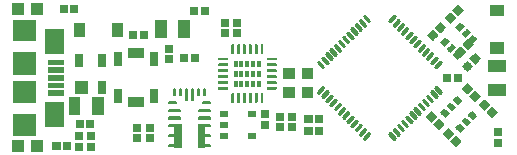
<source format=gbr>
G04 EAGLE Gerber RS-274X export*
G75*
%MOMM*%
%FSLAX34Y34*%
%LPD*%
%INSolderpaste Top*%
%IPPOS*%
%AMOC8*
5,1,8,0,0,1.08239X$1,22.5*%
G01*
%ADD10C,0.018600*%
%ADD11C,0.012000*%
%ADD12C,0.048000*%
%ADD13C,0.054000*%
%ADD14C,0.057000*%
%ADD15C,0.030000*%
%ADD16C,0.018000*%
%ADD17C,0.028500*%
%ADD18R,0.750000X1.150000*%
%ADD19R,1.400000X0.950000*%
%ADD20C,0.018200*%
%ADD21C,0.027000*%
%ADD22C,0.150000*%
%ADD23C,0.060000*%
%ADD24C,0.256000*%
%ADD25R,0.800000X0.550000*%
%ADD26R,0.300000X0.600000*%
%ADD27C,0.050000*%
%ADD28C,0.040000*%

G36*
X188755Y93394D02*
X188755Y93394D01*
X188760Y93393D01*
X188815Y93405D01*
X188870Y93407D01*
X188907Y93424D01*
X188947Y93432D01*
X188951Y93435D01*
X188956Y93436D01*
X189001Y93469D01*
X189052Y93492D01*
X189079Y93522D01*
X189112Y93545D01*
X189115Y93549D01*
X189119Y93552D01*
X189149Y93600D01*
X189186Y93641D01*
X189200Y93679D01*
X189222Y93713D01*
X189222Y93718D01*
X189225Y93723D01*
X189236Y93784D01*
X189252Y93830D01*
X189250Y93862D01*
X189257Y93900D01*
X189257Y95100D01*
X189256Y95105D01*
X189257Y95110D01*
X189236Y95203D01*
X189218Y95297D01*
X189215Y95301D01*
X189214Y95306D01*
X189158Y95384D01*
X189105Y95462D01*
X189101Y95465D01*
X189098Y95469D01*
X189016Y95520D01*
X188937Y95572D01*
X188932Y95572D01*
X188927Y95575D01*
X188750Y95607D01*
X181250Y95607D01*
X181245Y95606D01*
X181240Y95607D01*
X181185Y95595D01*
X181130Y95593D01*
X181093Y95576D01*
X181054Y95568D01*
X181049Y95565D01*
X181044Y95564D01*
X180999Y95531D01*
X180948Y95508D01*
X180921Y95478D01*
X180888Y95455D01*
X180885Y95451D01*
X180881Y95448D01*
X180851Y95400D01*
X180814Y95359D01*
X180801Y95321D01*
X180778Y95287D01*
X180778Y95282D01*
X180775Y95277D01*
X180764Y95216D01*
X180748Y95170D01*
X180750Y95138D01*
X180743Y95100D01*
X180743Y93900D01*
X180744Y93895D01*
X180743Y93890D01*
X180764Y93797D01*
X180782Y93704D01*
X180785Y93699D01*
X180786Y93694D01*
X180842Y93616D01*
X180895Y93538D01*
X180899Y93535D01*
X180902Y93531D01*
X180984Y93480D01*
X181063Y93428D01*
X181068Y93428D01*
X181073Y93425D01*
X181250Y93393D01*
X188750Y93393D01*
X188755Y93394D01*
G37*
G36*
X188755Y83394D02*
X188755Y83394D01*
X188760Y83393D01*
X188815Y83405D01*
X188870Y83407D01*
X188907Y83424D01*
X188947Y83432D01*
X188951Y83435D01*
X188956Y83436D01*
X189001Y83469D01*
X189052Y83492D01*
X189079Y83522D01*
X189112Y83545D01*
X189115Y83549D01*
X189119Y83552D01*
X189149Y83600D01*
X189186Y83641D01*
X189200Y83679D01*
X189222Y83713D01*
X189222Y83718D01*
X189225Y83723D01*
X189236Y83784D01*
X189252Y83830D01*
X189250Y83862D01*
X189257Y83900D01*
X189257Y85100D01*
X189256Y85105D01*
X189257Y85110D01*
X189236Y85203D01*
X189218Y85297D01*
X189215Y85301D01*
X189214Y85306D01*
X189158Y85384D01*
X189105Y85462D01*
X189101Y85465D01*
X189098Y85469D01*
X189016Y85520D01*
X188937Y85572D01*
X188932Y85572D01*
X188927Y85575D01*
X188750Y85607D01*
X181250Y85607D01*
X181245Y85606D01*
X181240Y85607D01*
X181185Y85595D01*
X181130Y85593D01*
X181093Y85576D01*
X181054Y85568D01*
X181049Y85565D01*
X181044Y85564D01*
X180999Y85531D01*
X180948Y85508D01*
X180921Y85478D01*
X180888Y85455D01*
X180885Y85451D01*
X180881Y85448D01*
X180851Y85400D01*
X180814Y85359D01*
X180801Y85321D01*
X180778Y85287D01*
X180778Y85282D01*
X180775Y85277D01*
X180764Y85216D01*
X180748Y85170D01*
X180750Y85138D01*
X180743Y85100D01*
X180743Y83900D01*
X180744Y83895D01*
X180743Y83890D01*
X180764Y83797D01*
X180782Y83704D01*
X180785Y83699D01*
X180786Y83694D01*
X180842Y83616D01*
X180895Y83538D01*
X180899Y83535D01*
X180902Y83531D01*
X180984Y83480D01*
X181063Y83428D01*
X181068Y83428D01*
X181073Y83425D01*
X181250Y83393D01*
X188750Y83393D01*
X188755Y83394D01*
G37*
G36*
X229755Y83394D02*
X229755Y83394D01*
X229760Y83393D01*
X229815Y83405D01*
X229870Y83407D01*
X229907Y83424D01*
X229947Y83432D01*
X229951Y83435D01*
X229956Y83436D01*
X230001Y83469D01*
X230052Y83492D01*
X230079Y83522D01*
X230112Y83545D01*
X230115Y83549D01*
X230119Y83552D01*
X230149Y83600D01*
X230186Y83641D01*
X230200Y83679D01*
X230222Y83713D01*
X230222Y83718D01*
X230225Y83723D01*
X230236Y83784D01*
X230252Y83830D01*
X230250Y83862D01*
X230257Y83900D01*
X230257Y85100D01*
X230256Y85105D01*
X230257Y85110D01*
X230236Y85203D01*
X230218Y85297D01*
X230215Y85301D01*
X230214Y85306D01*
X230158Y85384D01*
X230105Y85462D01*
X230101Y85465D01*
X230098Y85469D01*
X230016Y85520D01*
X229937Y85572D01*
X229932Y85572D01*
X229927Y85575D01*
X229750Y85607D01*
X222250Y85607D01*
X222245Y85606D01*
X222240Y85607D01*
X222185Y85595D01*
X222130Y85593D01*
X222093Y85576D01*
X222054Y85568D01*
X222049Y85565D01*
X222044Y85564D01*
X221999Y85531D01*
X221948Y85508D01*
X221921Y85478D01*
X221888Y85455D01*
X221885Y85451D01*
X221881Y85448D01*
X221851Y85400D01*
X221814Y85359D01*
X221801Y85321D01*
X221778Y85287D01*
X221778Y85282D01*
X221775Y85277D01*
X221764Y85216D01*
X221748Y85170D01*
X221750Y85138D01*
X221743Y85100D01*
X221743Y83900D01*
X221744Y83895D01*
X221743Y83890D01*
X221764Y83797D01*
X221782Y83704D01*
X221785Y83699D01*
X221786Y83694D01*
X221842Y83616D01*
X221895Y83538D01*
X221899Y83535D01*
X221902Y83531D01*
X221984Y83480D01*
X222063Y83428D01*
X222068Y83428D01*
X222073Y83425D01*
X222250Y83393D01*
X229750Y83393D01*
X229755Y83394D01*
G37*
G36*
X193605Y108244D02*
X193605Y108244D01*
X193610Y108243D01*
X193703Y108264D01*
X193797Y108282D01*
X193801Y108285D01*
X193806Y108286D01*
X193884Y108342D01*
X193962Y108395D01*
X193965Y108399D01*
X193969Y108402D01*
X194020Y108484D01*
X194072Y108563D01*
X194072Y108568D01*
X194075Y108573D01*
X194107Y108750D01*
X194107Y116250D01*
X194106Y116255D01*
X194107Y116260D01*
X194086Y116353D01*
X194068Y116447D01*
X194065Y116451D01*
X194064Y116456D01*
X194008Y116534D01*
X193955Y116612D01*
X193951Y116615D01*
X193948Y116619D01*
X193866Y116670D01*
X193787Y116722D01*
X193782Y116722D01*
X193777Y116725D01*
X193600Y116757D01*
X192400Y116757D01*
X192395Y116756D01*
X192390Y116757D01*
X192297Y116736D01*
X192204Y116718D01*
X192199Y116715D01*
X192194Y116714D01*
X192116Y116658D01*
X192038Y116605D01*
X192035Y116601D01*
X192031Y116598D01*
X191980Y116516D01*
X191928Y116437D01*
X191928Y116432D01*
X191925Y116427D01*
X191893Y116250D01*
X191893Y108750D01*
X191894Y108745D01*
X191893Y108740D01*
X191914Y108647D01*
X191932Y108554D01*
X191935Y108549D01*
X191936Y108544D01*
X191992Y108466D01*
X192045Y108388D01*
X192049Y108385D01*
X192052Y108381D01*
X192134Y108330D01*
X192213Y108278D01*
X192218Y108278D01*
X192223Y108275D01*
X192400Y108243D01*
X193600Y108243D01*
X193605Y108244D01*
G37*
G36*
X203605Y108244D02*
X203605Y108244D01*
X203610Y108243D01*
X203703Y108264D01*
X203797Y108282D01*
X203801Y108285D01*
X203806Y108286D01*
X203884Y108342D01*
X203962Y108395D01*
X203965Y108399D01*
X203969Y108402D01*
X204020Y108484D01*
X204072Y108563D01*
X204072Y108568D01*
X204075Y108573D01*
X204107Y108750D01*
X204107Y116250D01*
X204106Y116255D01*
X204107Y116260D01*
X204086Y116353D01*
X204068Y116447D01*
X204065Y116451D01*
X204064Y116456D01*
X204008Y116534D01*
X203955Y116612D01*
X203951Y116615D01*
X203948Y116619D01*
X203866Y116670D01*
X203787Y116722D01*
X203782Y116722D01*
X203777Y116725D01*
X203600Y116757D01*
X202400Y116757D01*
X202395Y116756D01*
X202390Y116757D01*
X202297Y116736D01*
X202204Y116718D01*
X202199Y116715D01*
X202194Y116714D01*
X202116Y116658D01*
X202038Y116605D01*
X202035Y116601D01*
X202031Y116598D01*
X201980Y116516D01*
X201928Y116437D01*
X201928Y116432D01*
X201925Y116427D01*
X201893Y116250D01*
X201893Y108750D01*
X201894Y108745D01*
X201893Y108740D01*
X201914Y108647D01*
X201932Y108554D01*
X201935Y108549D01*
X201936Y108544D01*
X201992Y108466D01*
X202045Y108388D01*
X202049Y108385D01*
X202052Y108381D01*
X202134Y108330D01*
X202213Y108278D01*
X202218Y108278D01*
X202223Y108275D01*
X202400Y108243D01*
X203600Y108243D01*
X203605Y108244D01*
G37*
G36*
X198605Y108244D02*
X198605Y108244D01*
X198610Y108243D01*
X198703Y108264D01*
X198797Y108282D01*
X198801Y108285D01*
X198806Y108286D01*
X198884Y108342D01*
X198962Y108395D01*
X198965Y108399D01*
X198969Y108402D01*
X199020Y108484D01*
X199072Y108563D01*
X199072Y108568D01*
X199075Y108573D01*
X199107Y108750D01*
X199107Y116250D01*
X199106Y116255D01*
X199107Y116260D01*
X199086Y116353D01*
X199068Y116447D01*
X199065Y116451D01*
X199064Y116456D01*
X199008Y116534D01*
X198955Y116612D01*
X198951Y116615D01*
X198948Y116619D01*
X198866Y116670D01*
X198787Y116722D01*
X198782Y116722D01*
X198777Y116725D01*
X198600Y116757D01*
X197400Y116757D01*
X197395Y116756D01*
X197390Y116757D01*
X197297Y116736D01*
X197204Y116718D01*
X197199Y116715D01*
X197194Y116714D01*
X197116Y116658D01*
X197038Y116605D01*
X197035Y116601D01*
X197031Y116598D01*
X196980Y116516D01*
X196928Y116437D01*
X196928Y116432D01*
X196925Y116427D01*
X196893Y116250D01*
X196893Y108750D01*
X196894Y108745D01*
X196893Y108740D01*
X196914Y108647D01*
X196932Y108554D01*
X196935Y108549D01*
X196936Y108544D01*
X196992Y108466D01*
X197045Y108388D01*
X197049Y108385D01*
X197052Y108381D01*
X197134Y108330D01*
X197213Y108278D01*
X197218Y108278D01*
X197223Y108275D01*
X197400Y108243D01*
X198600Y108243D01*
X198605Y108244D01*
G37*
G36*
X208605Y108244D02*
X208605Y108244D01*
X208610Y108243D01*
X208703Y108264D01*
X208797Y108282D01*
X208801Y108285D01*
X208806Y108286D01*
X208884Y108342D01*
X208962Y108395D01*
X208965Y108399D01*
X208969Y108402D01*
X209020Y108484D01*
X209072Y108563D01*
X209072Y108568D01*
X209075Y108573D01*
X209107Y108750D01*
X209107Y116250D01*
X209106Y116255D01*
X209107Y116260D01*
X209086Y116353D01*
X209068Y116447D01*
X209065Y116451D01*
X209064Y116456D01*
X209008Y116534D01*
X208955Y116612D01*
X208951Y116615D01*
X208948Y116619D01*
X208866Y116670D01*
X208787Y116722D01*
X208782Y116722D01*
X208777Y116725D01*
X208600Y116757D01*
X207400Y116757D01*
X207395Y116756D01*
X207390Y116757D01*
X207297Y116736D01*
X207204Y116718D01*
X207199Y116715D01*
X207194Y116714D01*
X207116Y116658D01*
X207038Y116605D01*
X207035Y116601D01*
X207031Y116598D01*
X206980Y116516D01*
X206928Y116437D01*
X206928Y116432D01*
X206925Y116427D01*
X206893Y116250D01*
X206893Y108750D01*
X206894Y108745D01*
X206893Y108740D01*
X206914Y108647D01*
X206932Y108554D01*
X206935Y108549D01*
X206936Y108544D01*
X206992Y108466D01*
X207045Y108388D01*
X207049Y108385D01*
X207052Y108381D01*
X207134Y108330D01*
X207213Y108278D01*
X207218Y108278D01*
X207223Y108275D01*
X207400Y108243D01*
X208600Y108243D01*
X208605Y108244D01*
G37*
G36*
X213605Y108244D02*
X213605Y108244D01*
X213610Y108243D01*
X213703Y108264D01*
X213797Y108282D01*
X213801Y108285D01*
X213806Y108286D01*
X213884Y108342D01*
X213962Y108395D01*
X213965Y108399D01*
X213969Y108402D01*
X214020Y108484D01*
X214072Y108563D01*
X214072Y108568D01*
X214075Y108573D01*
X214107Y108750D01*
X214107Y116250D01*
X214106Y116255D01*
X214107Y116260D01*
X214086Y116353D01*
X214068Y116447D01*
X214065Y116451D01*
X214064Y116456D01*
X214008Y116534D01*
X213955Y116612D01*
X213951Y116615D01*
X213948Y116619D01*
X213866Y116670D01*
X213787Y116722D01*
X213782Y116722D01*
X213777Y116725D01*
X213600Y116757D01*
X212400Y116757D01*
X212395Y116756D01*
X212390Y116757D01*
X212297Y116736D01*
X212204Y116718D01*
X212199Y116715D01*
X212194Y116714D01*
X212116Y116658D01*
X212038Y116605D01*
X212035Y116601D01*
X212031Y116598D01*
X211980Y116516D01*
X211928Y116437D01*
X211928Y116432D01*
X211925Y116427D01*
X211893Y116250D01*
X211893Y108750D01*
X211894Y108745D01*
X211893Y108740D01*
X211914Y108647D01*
X211932Y108554D01*
X211935Y108549D01*
X211936Y108544D01*
X211992Y108466D01*
X212045Y108388D01*
X212049Y108385D01*
X212052Y108381D01*
X212134Y108330D01*
X212213Y108278D01*
X212218Y108278D01*
X212223Y108275D01*
X212400Y108243D01*
X213600Y108243D01*
X213605Y108244D01*
G37*
G36*
X218605Y108244D02*
X218605Y108244D01*
X218610Y108243D01*
X218703Y108264D01*
X218797Y108282D01*
X218801Y108285D01*
X218806Y108286D01*
X218884Y108342D01*
X218962Y108395D01*
X218965Y108399D01*
X218969Y108402D01*
X219020Y108484D01*
X219072Y108563D01*
X219072Y108568D01*
X219075Y108573D01*
X219107Y108750D01*
X219107Y116250D01*
X219106Y116255D01*
X219107Y116260D01*
X219086Y116353D01*
X219068Y116447D01*
X219065Y116451D01*
X219064Y116456D01*
X219008Y116534D01*
X218955Y116612D01*
X218951Y116615D01*
X218948Y116619D01*
X218866Y116670D01*
X218787Y116722D01*
X218782Y116722D01*
X218777Y116725D01*
X218600Y116757D01*
X217400Y116757D01*
X217395Y116756D01*
X217390Y116757D01*
X217297Y116736D01*
X217204Y116718D01*
X217199Y116715D01*
X217194Y116714D01*
X217116Y116658D01*
X217038Y116605D01*
X217035Y116601D01*
X217031Y116598D01*
X216980Y116516D01*
X216928Y116437D01*
X216928Y116432D01*
X216925Y116427D01*
X216893Y116250D01*
X216893Y108750D01*
X216894Y108745D01*
X216893Y108740D01*
X216914Y108647D01*
X216932Y108554D01*
X216935Y108549D01*
X216936Y108544D01*
X216992Y108466D01*
X217045Y108388D01*
X217049Y108385D01*
X217052Y108381D01*
X217134Y108330D01*
X217213Y108278D01*
X217218Y108278D01*
X217223Y108275D01*
X217400Y108243D01*
X218600Y108243D01*
X218605Y108244D01*
G37*
G36*
X229755Y103394D02*
X229755Y103394D01*
X229760Y103393D01*
X229853Y103414D01*
X229947Y103432D01*
X229951Y103435D01*
X229956Y103436D01*
X230034Y103492D01*
X230112Y103545D01*
X230115Y103549D01*
X230119Y103552D01*
X230170Y103634D01*
X230222Y103713D01*
X230222Y103718D01*
X230225Y103723D01*
X230257Y103900D01*
X230257Y105100D01*
X230256Y105105D01*
X230257Y105110D01*
X230236Y105203D01*
X230218Y105297D01*
X230215Y105301D01*
X230214Y105306D01*
X230158Y105384D01*
X230105Y105462D01*
X230101Y105465D01*
X230098Y105469D01*
X230016Y105520D01*
X229937Y105572D01*
X229932Y105572D01*
X229927Y105575D01*
X229750Y105607D01*
X222250Y105607D01*
X222245Y105606D01*
X222240Y105607D01*
X222147Y105586D01*
X222054Y105568D01*
X222049Y105565D01*
X222044Y105564D01*
X221966Y105508D01*
X221888Y105455D01*
X221885Y105451D01*
X221881Y105448D01*
X221830Y105366D01*
X221778Y105287D01*
X221778Y105282D01*
X221775Y105277D01*
X221743Y105100D01*
X221743Y103900D01*
X221744Y103895D01*
X221743Y103890D01*
X221764Y103797D01*
X221782Y103704D01*
X221785Y103699D01*
X221786Y103694D01*
X221842Y103616D01*
X221895Y103538D01*
X221899Y103535D01*
X221902Y103531D01*
X221984Y103480D01*
X222063Y103428D01*
X222068Y103428D01*
X222073Y103425D01*
X222250Y103393D01*
X229750Y103393D01*
X229755Y103394D01*
G37*
G36*
X188755Y103394D02*
X188755Y103394D01*
X188760Y103393D01*
X188853Y103414D01*
X188947Y103432D01*
X188951Y103435D01*
X188956Y103436D01*
X189034Y103492D01*
X189112Y103545D01*
X189115Y103549D01*
X189119Y103552D01*
X189170Y103634D01*
X189222Y103713D01*
X189222Y103718D01*
X189225Y103723D01*
X189257Y103900D01*
X189257Y105100D01*
X189256Y105105D01*
X189257Y105110D01*
X189236Y105203D01*
X189218Y105297D01*
X189215Y105301D01*
X189214Y105306D01*
X189158Y105384D01*
X189105Y105462D01*
X189101Y105465D01*
X189098Y105469D01*
X189016Y105520D01*
X188937Y105572D01*
X188932Y105572D01*
X188927Y105575D01*
X188750Y105607D01*
X181250Y105607D01*
X181245Y105606D01*
X181240Y105607D01*
X181147Y105586D01*
X181054Y105568D01*
X181049Y105565D01*
X181044Y105564D01*
X180966Y105508D01*
X180888Y105455D01*
X180885Y105451D01*
X180881Y105448D01*
X180830Y105366D01*
X180778Y105287D01*
X180778Y105282D01*
X180775Y105277D01*
X180743Y105100D01*
X180743Y103900D01*
X180744Y103895D01*
X180743Y103890D01*
X180764Y103797D01*
X180782Y103704D01*
X180785Y103699D01*
X180786Y103694D01*
X180842Y103616D01*
X180895Y103538D01*
X180899Y103535D01*
X180902Y103531D01*
X180984Y103480D01*
X181063Y103428D01*
X181068Y103428D01*
X181073Y103425D01*
X181250Y103393D01*
X188750Y103393D01*
X188755Y103394D01*
G37*
G36*
X229755Y98394D02*
X229755Y98394D01*
X229760Y98393D01*
X229853Y98414D01*
X229947Y98432D01*
X229951Y98435D01*
X229956Y98436D01*
X230034Y98492D01*
X230112Y98545D01*
X230115Y98549D01*
X230119Y98552D01*
X230170Y98634D01*
X230222Y98713D01*
X230222Y98718D01*
X230225Y98723D01*
X230257Y98900D01*
X230257Y100100D01*
X230256Y100105D01*
X230257Y100110D01*
X230236Y100203D01*
X230218Y100297D01*
X230215Y100301D01*
X230214Y100306D01*
X230158Y100384D01*
X230105Y100462D01*
X230101Y100465D01*
X230098Y100469D01*
X230016Y100520D01*
X229937Y100572D01*
X229932Y100572D01*
X229927Y100575D01*
X229750Y100607D01*
X222250Y100607D01*
X222245Y100606D01*
X222240Y100607D01*
X222147Y100586D01*
X222054Y100568D01*
X222049Y100565D01*
X222044Y100564D01*
X221966Y100508D01*
X221888Y100455D01*
X221885Y100451D01*
X221881Y100448D01*
X221830Y100366D01*
X221778Y100287D01*
X221778Y100282D01*
X221775Y100277D01*
X221743Y100100D01*
X221743Y98900D01*
X221744Y98895D01*
X221743Y98890D01*
X221764Y98797D01*
X221782Y98704D01*
X221785Y98699D01*
X221786Y98694D01*
X221842Y98616D01*
X221895Y98538D01*
X221899Y98535D01*
X221902Y98531D01*
X221984Y98480D01*
X222063Y98428D01*
X222068Y98428D01*
X222073Y98425D01*
X222250Y98393D01*
X229750Y98393D01*
X229755Y98394D01*
G37*
G36*
X188755Y98394D02*
X188755Y98394D01*
X188760Y98393D01*
X188853Y98414D01*
X188947Y98432D01*
X188951Y98435D01*
X188956Y98436D01*
X189034Y98492D01*
X189112Y98545D01*
X189115Y98549D01*
X189119Y98552D01*
X189170Y98634D01*
X189222Y98713D01*
X189222Y98718D01*
X189225Y98723D01*
X189257Y98900D01*
X189257Y100100D01*
X189256Y100105D01*
X189257Y100110D01*
X189236Y100203D01*
X189218Y100297D01*
X189215Y100301D01*
X189214Y100306D01*
X189158Y100384D01*
X189105Y100462D01*
X189101Y100465D01*
X189098Y100469D01*
X189016Y100520D01*
X188937Y100572D01*
X188932Y100572D01*
X188927Y100575D01*
X188750Y100607D01*
X181250Y100607D01*
X181245Y100606D01*
X181240Y100607D01*
X181147Y100586D01*
X181054Y100568D01*
X181049Y100565D01*
X181044Y100564D01*
X180966Y100508D01*
X180888Y100455D01*
X180885Y100451D01*
X180881Y100448D01*
X180830Y100366D01*
X180778Y100287D01*
X180778Y100282D01*
X180775Y100277D01*
X180743Y100100D01*
X180743Y98900D01*
X180744Y98895D01*
X180743Y98890D01*
X180764Y98797D01*
X180782Y98704D01*
X180785Y98699D01*
X180786Y98694D01*
X180842Y98616D01*
X180895Y98538D01*
X180899Y98535D01*
X180902Y98531D01*
X180984Y98480D01*
X181063Y98428D01*
X181068Y98428D01*
X181073Y98425D01*
X181250Y98393D01*
X188750Y98393D01*
X188755Y98394D01*
G37*
G36*
X229755Y93394D02*
X229755Y93394D01*
X229760Y93393D01*
X229853Y93414D01*
X229947Y93432D01*
X229951Y93435D01*
X229956Y93436D01*
X230034Y93492D01*
X230112Y93545D01*
X230115Y93549D01*
X230119Y93552D01*
X230170Y93634D01*
X230222Y93713D01*
X230222Y93718D01*
X230225Y93723D01*
X230257Y93900D01*
X230257Y95100D01*
X230256Y95105D01*
X230257Y95110D01*
X230236Y95203D01*
X230218Y95297D01*
X230215Y95301D01*
X230214Y95306D01*
X230158Y95384D01*
X230105Y95462D01*
X230101Y95465D01*
X230098Y95469D01*
X230016Y95520D01*
X229937Y95572D01*
X229932Y95572D01*
X229927Y95575D01*
X229750Y95607D01*
X222250Y95607D01*
X222245Y95606D01*
X222240Y95607D01*
X222147Y95586D01*
X222054Y95568D01*
X222049Y95565D01*
X222044Y95564D01*
X221966Y95508D01*
X221888Y95455D01*
X221885Y95451D01*
X221881Y95448D01*
X221830Y95366D01*
X221778Y95287D01*
X221778Y95282D01*
X221775Y95277D01*
X221743Y95100D01*
X221743Y93900D01*
X221744Y93895D01*
X221743Y93890D01*
X221764Y93797D01*
X221782Y93704D01*
X221785Y93699D01*
X221786Y93694D01*
X221842Y93616D01*
X221895Y93538D01*
X221899Y93535D01*
X221902Y93531D01*
X221984Y93480D01*
X222063Y93428D01*
X222068Y93428D01*
X222073Y93425D01*
X222250Y93393D01*
X229750Y93393D01*
X229755Y93394D01*
G37*
G36*
X188755Y88394D02*
X188755Y88394D01*
X188760Y88393D01*
X188853Y88414D01*
X188947Y88432D01*
X188951Y88435D01*
X188956Y88436D01*
X189034Y88492D01*
X189112Y88545D01*
X189115Y88549D01*
X189119Y88552D01*
X189170Y88634D01*
X189222Y88713D01*
X189222Y88718D01*
X189225Y88723D01*
X189257Y88900D01*
X189257Y90100D01*
X189256Y90105D01*
X189257Y90110D01*
X189236Y90203D01*
X189218Y90297D01*
X189215Y90301D01*
X189214Y90306D01*
X189158Y90384D01*
X189105Y90462D01*
X189101Y90465D01*
X189098Y90469D01*
X189016Y90520D01*
X188937Y90572D01*
X188932Y90572D01*
X188927Y90575D01*
X188750Y90607D01*
X181250Y90607D01*
X181245Y90606D01*
X181240Y90607D01*
X181147Y90586D01*
X181054Y90568D01*
X181049Y90565D01*
X181044Y90564D01*
X180966Y90508D01*
X180888Y90455D01*
X180885Y90451D01*
X180881Y90448D01*
X180830Y90366D01*
X180778Y90287D01*
X180778Y90282D01*
X180775Y90277D01*
X180743Y90100D01*
X180743Y88900D01*
X180744Y88895D01*
X180743Y88890D01*
X180764Y88797D01*
X180782Y88704D01*
X180785Y88699D01*
X180786Y88694D01*
X180842Y88616D01*
X180895Y88538D01*
X180899Y88535D01*
X180902Y88531D01*
X180984Y88480D01*
X181063Y88428D01*
X181068Y88428D01*
X181073Y88425D01*
X181250Y88393D01*
X188750Y88393D01*
X188755Y88394D01*
G37*
G36*
X229755Y88394D02*
X229755Y88394D01*
X229760Y88393D01*
X229853Y88414D01*
X229947Y88432D01*
X229951Y88435D01*
X229956Y88436D01*
X230034Y88492D01*
X230112Y88545D01*
X230115Y88549D01*
X230119Y88552D01*
X230170Y88634D01*
X230222Y88713D01*
X230222Y88718D01*
X230225Y88723D01*
X230257Y88900D01*
X230257Y90100D01*
X230256Y90105D01*
X230257Y90110D01*
X230236Y90203D01*
X230218Y90297D01*
X230215Y90301D01*
X230214Y90306D01*
X230158Y90384D01*
X230105Y90462D01*
X230101Y90465D01*
X230098Y90469D01*
X230016Y90520D01*
X229937Y90572D01*
X229932Y90572D01*
X229927Y90575D01*
X229750Y90607D01*
X222250Y90607D01*
X222245Y90606D01*
X222240Y90607D01*
X222147Y90586D01*
X222054Y90568D01*
X222049Y90565D01*
X222044Y90564D01*
X221966Y90508D01*
X221888Y90455D01*
X221885Y90451D01*
X221881Y90448D01*
X221830Y90366D01*
X221778Y90287D01*
X221778Y90282D01*
X221775Y90277D01*
X221743Y90100D01*
X221743Y88900D01*
X221744Y88895D01*
X221743Y88890D01*
X221764Y88797D01*
X221782Y88704D01*
X221785Y88699D01*
X221786Y88694D01*
X221842Y88616D01*
X221895Y88538D01*
X221899Y88535D01*
X221902Y88531D01*
X221984Y88480D01*
X222063Y88428D01*
X222068Y88428D01*
X222073Y88425D01*
X222250Y88393D01*
X229750Y88393D01*
X229755Y88394D01*
G37*
G36*
X188755Y78394D02*
X188755Y78394D01*
X188760Y78393D01*
X188853Y78414D01*
X188947Y78432D01*
X188951Y78435D01*
X188956Y78436D01*
X189034Y78492D01*
X189112Y78545D01*
X189115Y78549D01*
X189119Y78552D01*
X189170Y78634D01*
X189222Y78713D01*
X189222Y78718D01*
X189225Y78723D01*
X189257Y78900D01*
X189257Y80100D01*
X189256Y80105D01*
X189257Y80110D01*
X189236Y80203D01*
X189218Y80297D01*
X189215Y80301D01*
X189214Y80306D01*
X189158Y80384D01*
X189105Y80462D01*
X189101Y80465D01*
X189098Y80469D01*
X189016Y80520D01*
X188937Y80572D01*
X188932Y80572D01*
X188927Y80575D01*
X188750Y80607D01*
X181250Y80607D01*
X181245Y80606D01*
X181240Y80607D01*
X181147Y80586D01*
X181054Y80568D01*
X181049Y80565D01*
X181044Y80564D01*
X180966Y80508D01*
X180888Y80455D01*
X180885Y80451D01*
X180881Y80448D01*
X180830Y80366D01*
X180778Y80287D01*
X180778Y80282D01*
X180775Y80277D01*
X180743Y80100D01*
X180743Y78900D01*
X180744Y78895D01*
X180743Y78890D01*
X180764Y78797D01*
X180782Y78704D01*
X180785Y78699D01*
X180786Y78694D01*
X180842Y78616D01*
X180895Y78538D01*
X180899Y78535D01*
X180902Y78531D01*
X180984Y78480D01*
X181063Y78428D01*
X181068Y78428D01*
X181073Y78425D01*
X181250Y78393D01*
X188750Y78393D01*
X188755Y78394D01*
G37*
G36*
X229755Y78394D02*
X229755Y78394D01*
X229760Y78393D01*
X229853Y78414D01*
X229947Y78432D01*
X229951Y78435D01*
X229956Y78436D01*
X230034Y78492D01*
X230112Y78545D01*
X230115Y78549D01*
X230119Y78552D01*
X230170Y78634D01*
X230222Y78713D01*
X230222Y78718D01*
X230225Y78723D01*
X230257Y78900D01*
X230257Y80100D01*
X230256Y80105D01*
X230257Y80110D01*
X230236Y80203D01*
X230218Y80297D01*
X230215Y80301D01*
X230214Y80306D01*
X230158Y80384D01*
X230105Y80462D01*
X230101Y80465D01*
X230098Y80469D01*
X230016Y80520D01*
X229937Y80572D01*
X229932Y80572D01*
X229927Y80575D01*
X229750Y80607D01*
X222250Y80607D01*
X222245Y80606D01*
X222240Y80607D01*
X222147Y80586D01*
X222054Y80568D01*
X222049Y80565D01*
X222044Y80564D01*
X221966Y80508D01*
X221888Y80455D01*
X221885Y80451D01*
X221881Y80448D01*
X221830Y80366D01*
X221778Y80287D01*
X221778Y80282D01*
X221775Y80277D01*
X221743Y80100D01*
X221743Y78900D01*
X221744Y78895D01*
X221743Y78890D01*
X221764Y78797D01*
X221782Y78704D01*
X221785Y78699D01*
X221786Y78694D01*
X221842Y78616D01*
X221895Y78538D01*
X221899Y78535D01*
X221902Y78531D01*
X221984Y78480D01*
X222063Y78428D01*
X222068Y78428D01*
X222073Y78425D01*
X222250Y78393D01*
X229750Y78393D01*
X229755Y78394D01*
G37*
G36*
X218605Y67244D02*
X218605Y67244D01*
X218610Y67243D01*
X218703Y67264D01*
X218797Y67282D01*
X218801Y67285D01*
X218806Y67286D01*
X218884Y67342D01*
X218962Y67395D01*
X218965Y67399D01*
X218969Y67402D01*
X219020Y67484D01*
X219072Y67563D01*
X219072Y67568D01*
X219075Y67573D01*
X219107Y67750D01*
X219107Y75250D01*
X219106Y75255D01*
X219107Y75260D01*
X219086Y75353D01*
X219068Y75447D01*
X219065Y75451D01*
X219064Y75456D01*
X219008Y75534D01*
X218955Y75612D01*
X218951Y75615D01*
X218948Y75619D01*
X218866Y75670D01*
X218787Y75722D01*
X218782Y75722D01*
X218777Y75725D01*
X218600Y75757D01*
X217400Y75757D01*
X217395Y75756D01*
X217390Y75757D01*
X217297Y75736D01*
X217204Y75718D01*
X217199Y75715D01*
X217194Y75714D01*
X217116Y75658D01*
X217038Y75605D01*
X217035Y75601D01*
X217031Y75598D01*
X216980Y75516D01*
X216928Y75437D01*
X216928Y75432D01*
X216925Y75427D01*
X216893Y75250D01*
X216893Y67750D01*
X216894Y67745D01*
X216893Y67740D01*
X216914Y67647D01*
X216932Y67554D01*
X216935Y67549D01*
X216936Y67544D01*
X216992Y67466D01*
X217045Y67388D01*
X217049Y67385D01*
X217052Y67381D01*
X217134Y67330D01*
X217213Y67278D01*
X217218Y67278D01*
X217223Y67275D01*
X217400Y67243D01*
X218600Y67243D01*
X218605Y67244D01*
G37*
G36*
X213605Y67244D02*
X213605Y67244D01*
X213610Y67243D01*
X213703Y67264D01*
X213797Y67282D01*
X213801Y67285D01*
X213806Y67286D01*
X213884Y67342D01*
X213962Y67395D01*
X213965Y67399D01*
X213969Y67402D01*
X214020Y67484D01*
X214072Y67563D01*
X214072Y67568D01*
X214075Y67573D01*
X214107Y67750D01*
X214107Y75250D01*
X214106Y75255D01*
X214107Y75260D01*
X214086Y75353D01*
X214068Y75447D01*
X214065Y75451D01*
X214064Y75456D01*
X214008Y75534D01*
X213955Y75612D01*
X213951Y75615D01*
X213948Y75619D01*
X213866Y75670D01*
X213787Y75722D01*
X213782Y75722D01*
X213777Y75725D01*
X213600Y75757D01*
X212400Y75757D01*
X212395Y75756D01*
X212390Y75757D01*
X212297Y75736D01*
X212204Y75718D01*
X212199Y75715D01*
X212194Y75714D01*
X212116Y75658D01*
X212038Y75605D01*
X212035Y75601D01*
X212031Y75598D01*
X211980Y75516D01*
X211928Y75437D01*
X211928Y75432D01*
X211925Y75427D01*
X211893Y75250D01*
X211893Y67750D01*
X211894Y67745D01*
X211893Y67740D01*
X211914Y67647D01*
X211932Y67554D01*
X211935Y67549D01*
X211936Y67544D01*
X211992Y67466D01*
X212045Y67388D01*
X212049Y67385D01*
X212052Y67381D01*
X212134Y67330D01*
X212213Y67278D01*
X212218Y67278D01*
X212223Y67275D01*
X212400Y67243D01*
X213600Y67243D01*
X213605Y67244D01*
G37*
G36*
X208605Y67244D02*
X208605Y67244D01*
X208610Y67243D01*
X208703Y67264D01*
X208797Y67282D01*
X208801Y67285D01*
X208806Y67286D01*
X208884Y67342D01*
X208962Y67395D01*
X208965Y67399D01*
X208969Y67402D01*
X209020Y67484D01*
X209072Y67563D01*
X209072Y67568D01*
X209075Y67573D01*
X209107Y67750D01*
X209107Y75250D01*
X209106Y75255D01*
X209107Y75260D01*
X209086Y75353D01*
X209068Y75447D01*
X209065Y75451D01*
X209064Y75456D01*
X209008Y75534D01*
X208955Y75612D01*
X208951Y75615D01*
X208948Y75619D01*
X208866Y75670D01*
X208787Y75722D01*
X208782Y75722D01*
X208777Y75725D01*
X208600Y75757D01*
X207400Y75757D01*
X207395Y75756D01*
X207390Y75757D01*
X207297Y75736D01*
X207204Y75718D01*
X207199Y75715D01*
X207194Y75714D01*
X207116Y75658D01*
X207038Y75605D01*
X207035Y75601D01*
X207031Y75598D01*
X206980Y75516D01*
X206928Y75437D01*
X206928Y75432D01*
X206925Y75427D01*
X206893Y75250D01*
X206893Y67750D01*
X206894Y67745D01*
X206893Y67740D01*
X206914Y67647D01*
X206932Y67554D01*
X206935Y67549D01*
X206936Y67544D01*
X206992Y67466D01*
X207045Y67388D01*
X207049Y67385D01*
X207052Y67381D01*
X207134Y67330D01*
X207213Y67278D01*
X207218Y67278D01*
X207223Y67275D01*
X207400Y67243D01*
X208600Y67243D01*
X208605Y67244D01*
G37*
G36*
X203605Y67244D02*
X203605Y67244D01*
X203610Y67243D01*
X203703Y67264D01*
X203797Y67282D01*
X203801Y67285D01*
X203806Y67286D01*
X203884Y67342D01*
X203962Y67395D01*
X203965Y67399D01*
X203969Y67402D01*
X204020Y67484D01*
X204072Y67563D01*
X204072Y67568D01*
X204075Y67573D01*
X204107Y67750D01*
X204107Y75250D01*
X204106Y75255D01*
X204107Y75260D01*
X204086Y75353D01*
X204068Y75447D01*
X204065Y75451D01*
X204064Y75456D01*
X204008Y75534D01*
X203955Y75612D01*
X203951Y75615D01*
X203948Y75619D01*
X203866Y75670D01*
X203787Y75722D01*
X203782Y75722D01*
X203777Y75725D01*
X203600Y75757D01*
X202400Y75757D01*
X202395Y75756D01*
X202390Y75757D01*
X202297Y75736D01*
X202204Y75718D01*
X202199Y75715D01*
X202194Y75714D01*
X202116Y75658D01*
X202038Y75605D01*
X202035Y75601D01*
X202031Y75598D01*
X201980Y75516D01*
X201928Y75437D01*
X201928Y75432D01*
X201925Y75427D01*
X201893Y75250D01*
X201893Y67750D01*
X201894Y67745D01*
X201893Y67740D01*
X201914Y67647D01*
X201932Y67554D01*
X201935Y67549D01*
X201936Y67544D01*
X201992Y67466D01*
X202045Y67388D01*
X202049Y67385D01*
X202052Y67381D01*
X202134Y67330D01*
X202213Y67278D01*
X202218Y67278D01*
X202223Y67275D01*
X202400Y67243D01*
X203600Y67243D01*
X203605Y67244D01*
G37*
G36*
X198605Y67244D02*
X198605Y67244D01*
X198610Y67243D01*
X198703Y67264D01*
X198797Y67282D01*
X198801Y67285D01*
X198806Y67286D01*
X198884Y67342D01*
X198962Y67395D01*
X198965Y67399D01*
X198969Y67402D01*
X199020Y67484D01*
X199072Y67563D01*
X199072Y67568D01*
X199075Y67573D01*
X199107Y67750D01*
X199107Y75250D01*
X199106Y75255D01*
X199107Y75260D01*
X199086Y75353D01*
X199068Y75447D01*
X199065Y75451D01*
X199064Y75456D01*
X199008Y75534D01*
X198955Y75612D01*
X198951Y75615D01*
X198948Y75619D01*
X198866Y75670D01*
X198787Y75722D01*
X198782Y75722D01*
X198777Y75725D01*
X198600Y75757D01*
X197400Y75757D01*
X197395Y75756D01*
X197390Y75757D01*
X197297Y75736D01*
X197204Y75718D01*
X197199Y75715D01*
X197194Y75714D01*
X197116Y75658D01*
X197038Y75605D01*
X197035Y75601D01*
X197031Y75598D01*
X196980Y75516D01*
X196928Y75437D01*
X196928Y75432D01*
X196925Y75427D01*
X196893Y75250D01*
X196893Y67750D01*
X196894Y67745D01*
X196893Y67740D01*
X196914Y67647D01*
X196932Y67554D01*
X196935Y67549D01*
X196936Y67544D01*
X196992Y67466D01*
X197045Y67388D01*
X197049Y67385D01*
X197052Y67381D01*
X197134Y67330D01*
X197213Y67278D01*
X197218Y67278D01*
X197223Y67275D01*
X197400Y67243D01*
X198600Y67243D01*
X198605Y67244D01*
G37*
G36*
X193605Y67244D02*
X193605Y67244D01*
X193610Y67243D01*
X193703Y67264D01*
X193797Y67282D01*
X193801Y67285D01*
X193806Y67286D01*
X193884Y67342D01*
X193962Y67395D01*
X193965Y67399D01*
X193969Y67402D01*
X194020Y67484D01*
X194072Y67563D01*
X194072Y67568D01*
X194075Y67573D01*
X194107Y67750D01*
X194107Y75250D01*
X194106Y75255D01*
X194107Y75260D01*
X194086Y75353D01*
X194068Y75447D01*
X194065Y75451D01*
X194064Y75456D01*
X194008Y75534D01*
X193955Y75612D01*
X193951Y75615D01*
X193948Y75619D01*
X193866Y75670D01*
X193787Y75722D01*
X193782Y75722D01*
X193777Y75725D01*
X193600Y75757D01*
X192750Y75757D01*
X192699Y75747D01*
X192647Y75747D01*
X192602Y75727D01*
X192554Y75718D01*
X192510Y75688D01*
X192462Y75668D01*
X192424Y75630D01*
X192388Y75605D01*
X192367Y75573D01*
X192334Y75541D01*
X191984Y75041D01*
X191959Y74982D01*
X191925Y74927D01*
X191918Y74888D01*
X191904Y74857D01*
X191904Y74810D01*
X191893Y74750D01*
X191893Y67750D01*
X191894Y67745D01*
X191893Y67740D01*
X191914Y67647D01*
X191932Y67554D01*
X191935Y67549D01*
X191936Y67544D01*
X191992Y67466D01*
X192045Y67388D01*
X192049Y67385D01*
X192052Y67381D01*
X192134Y67330D01*
X192213Y67278D01*
X192218Y67278D01*
X192223Y67275D01*
X192400Y67243D01*
X193600Y67243D01*
X193605Y67244D01*
G37*
D10*
X65632Y33557D02*
X65632Y27543D01*
X59618Y27543D01*
X59618Y33557D01*
X65632Y33557D01*
X65632Y27720D02*
X59618Y27720D01*
X59618Y27897D02*
X65632Y27897D01*
X65632Y28074D02*
X59618Y28074D01*
X59618Y28251D02*
X65632Y28251D01*
X65632Y28428D02*
X59618Y28428D01*
X59618Y28605D02*
X65632Y28605D01*
X65632Y28782D02*
X59618Y28782D01*
X59618Y28959D02*
X65632Y28959D01*
X65632Y29136D02*
X59618Y29136D01*
X59618Y29313D02*
X65632Y29313D01*
X65632Y29490D02*
X59618Y29490D01*
X59618Y29667D02*
X65632Y29667D01*
X65632Y29844D02*
X59618Y29844D01*
X59618Y30021D02*
X65632Y30021D01*
X65632Y30198D02*
X59618Y30198D01*
X59618Y30375D02*
X65632Y30375D01*
X65632Y30552D02*
X59618Y30552D01*
X59618Y30729D02*
X65632Y30729D01*
X65632Y30906D02*
X59618Y30906D01*
X59618Y31083D02*
X65632Y31083D01*
X65632Y31260D02*
X59618Y31260D01*
X59618Y31437D02*
X65632Y31437D01*
X65632Y31614D02*
X59618Y31614D01*
X59618Y31791D02*
X65632Y31791D01*
X65632Y31968D02*
X59618Y31968D01*
X59618Y32145D02*
X65632Y32145D01*
X65632Y32322D02*
X59618Y32322D01*
X59618Y32499D02*
X65632Y32499D01*
X65632Y32676D02*
X59618Y32676D01*
X59618Y32853D02*
X65632Y32853D01*
X65632Y33030D02*
X59618Y33030D01*
X59618Y33207D02*
X65632Y33207D01*
X65632Y33384D02*
X59618Y33384D01*
X65632Y36543D02*
X65632Y42557D01*
X65632Y36543D02*
X59618Y36543D01*
X59618Y42557D01*
X65632Y42557D01*
X65632Y36720D02*
X59618Y36720D01*
X59618Y36897D02*
X65632Y36897D01*
X65632Y37074D02*
X59618Y37074D01*
X59618Y37251D02*
X65632Y37251D01*
X65632Y37428D02*
X59618Y37428D01*
X59618Y37605D02*
X65632Y37605D01*
X65632Y37782D02*
X59618Y37782D01*
X59618Y37959D02*
X65632Y37959D01*
X65632Y38136D02*
X59618Y38136D01*
X59618Y38313D02*
X65632Y38313D01*
X65632Y38490D02*
X59618Y38490D01*
X59618Y38667D02*
X65632Y38667D01*
X65632Y38844D02*
X59618Y38844D01*
X59618Y39021D02*
X65632Y39021D01*
X65632Y39198D02*
X59618Y39198D01*
X59618Y39375D02*
X65632Y39375D01*
X65632Y39552D02*
X59618Y39552D01*
X59618Y39729D02*
X65632Y39729D01*
X65632Y39906D02*
X59618Y39906D01*
X59618Y40083D02*
X65632Y40083D01*
X65632Y40260D02*
X59618Y40260D01*
X59618Y40437D02*
X65632Y40437D01*
X65632Y40614D02*
X59618Y40614D01*
X59618Y40791D02*
X65632Y40791D01*
X65632Y40968D02*
X59618Y40968D01*
X59618Y41145D02*
X65632Y41145D01*
X65632Y41322D02*
X59618Y41322D01*
X59618Y41499D02*
X65632Y41499D01*
X65632Y41676D02*
X59618Y41676D01*
X59618Y41853D02*
X65632Y41853D01*
X65632Y42030D02*
X59618Y42030D01*
X59618Y42207D02*
X65632Y42207D01*
X65632Y42384D02*
X59618Y42384D01*
X75382Y33557D02*
X75382Y27543D01*
X69368Y27543D01*
X69368Y33557D01*
X75382Y33557D01*
X75382Y27720D02*
X69368Y27720D01*
X69368Y27897D02*
X75382Y27897D01*
X75382Y28074D02*
X69368Y28074D01*
X69368Y28251D02*
X75382Y28251D01*
X75382Y28428D02*
X69368Y28428D01*
X69368Y28605D02*
X75382Y28605D01*
X75382Y28782D02*
X69368Y28782D01*
X69368Y28959D02*
X75382Y28959D01*
X75382Y29136D02*
X69368Y29136D01*
X69368Y29313D02*
X75382Y29313D01*
X75382Y29490D02*
X69368Y29490D01*
X69368Y29667D02*
X75382Y29667D01*
X75382Y29844D02*
X69368Y29844D01*
X69368Y30021D02*
X75382Y30021D01*
X75382Y30198D02*
X69368Y30198D01*
X69368Y30375D02*
X75382Y30375D01*
X75382Y30552D02*
X69368Y30552D01*
X69368Y30729D02*
X75382Y30729D01*
X75382Y30906D02*
X69368Y30906D01*
X69368Y31083D02*
X75382Y31083D01*
X75382Y31260D02*
X69368Y31260D01*
X69368Y31437D02*
X75382Y31437D01*
X75382Y31614D02*
X69368Y31614D01*
X69368Y31791D02*
X75382Y31791D01*
X75382Y31968D02*
X69368Y31968D01*
X69368Y32145D02*
X75382Y32145D01*
X75382Y32322D02*
X69368Y32322D01*
X69368Y32499D02*
X75382Y32499D01*
X75382Y32676D02*
X69368Y32676D01*
X69368Y32853D02*
X75382Y32853D01*
X75382Y33030D02*
X69368Y33030D01*
X69368Y33207D02*
X75382Y33207D01*
X75382Y33384D02*
X69368Y33384D01*
X75382Y36543D02*
X75382Y42557D01*
X75382Y36543D02*
X69368Y36543D01*
X69368Y42557D01*
X75382Y42557D01*
X75382Y36720D02*
X69368Y36720D01*
X69368Y36897D02*
X75382Y36897D01*
X75382Y37074D02*
X69368Y37074D01*
X69368Y37251D02*
X75382Y37251D01*
X75382Y37428D02*
X69368Y37428D01*
X69368Y37605D02*
X75382Y37605D01*
X75382Y37782D02*
X69368Y37782D01*
X69368Y37959D02*
X75382Y37959D01*
X75382Y38136D02*
X69368Y38136D01*
X69368Y38313D02*
X75382Y38313D01*
X75382Y38490D02*
X69368Y38490D01*
X69368Y38667D02*
X75382Y38667D01*
X75382Y38844D02*
X69368Y38844D01*
X69368Y39021D02*
X75382Y39021D01*
X75382Y39198D02*
X69368Y39198D01*
X69368Y39375D02*
X75382Y39375D01*
X75382Y39552D02*
X69368Y39552D01*
X69368Y39729D02*
X75382Y39729D01*
X75382Y39906D02*
X69368Y39906D01*
X69368Y40083D02*
X75382Y40083D01*
X75382Y40260D02*
X69368Y40260D01*
X69368Y40437D02*
X75382Y40437D01*
X75382Y40614D02*
X69368Y40614D01*
X69368Y40791D02*
X75382Y40791D01*
X75382Y40968D02*
X69368Y40968D01*
X69368Y41145D02*
X75382Y41145D01*
X75382Y41322D02*
X69368Y41322D01*
X69368Y41499D02*
X75382Y41499D01*
X75382Y41676D02*
X69368Y41676D01*
X69368Y41853D02*
X75382Y41853D01*
X75382Y42030D02*
X69368Y42030D01*
X69368Y42207D02*
X75382Y42207D01*
X75382Y42384D02*
X69368Y42384D01*
D11*
X49740Y99960D02*
X49740Y103840D01*
X49740Y99960D02*
X36360Y99960D01*
X36360Y103840D01*
X49740Y103840D01*
X49740Y100074D02*
X36360Y100074D01*
X36360Y100188D02*
X49740Y100188D01*
X49740Y100302D02*
X36360Y100302D01*
X36360Y100416D02*
X49740Y100416D01*
X49740Y100530D02*
X36360Y100530D01*
X36360Y100644D02*
X49740Y100644D01*
X49740Y100758D02*
X36360Y100758D01*
X36360Y100872D02*
X49740Y100872D01*
X49740Y100986D02*
X36360Y100986D01*
X36360Y101100D02*
X49740Y101100D01*
X49740Y101214D02*
X36360Y101214D01*
X36360Y101328D02*
X49740Y101328D01*
X49740Y101442D02*
X36360Y101442D01*
X36360Y101556D02*
X49740Y101556D01*
X49740Y101670D02*
X36360Y101670D01*
X36360Y101784D02*
X49740Y101784D01*
X49740Y101898D02*
X36360Y101898D01*
X36360Y102012D02*
X49740Y102012D01*
X49740Y102126D02*
X36360Y102126D01*
X36360Y102240D02*
X49740Y102240D01*
X49740Y102354D02*
X36360Y102354D01*
X36360Y102468D02*
X49740Y102468D01*
X49740Y102582D02*
X36360Y102582D01*
X36360Y102696D02*
X49740Y102696D01*
X49740Y102810D02*
X36360Y102810D01*
X36360Y102924D02*
X49740Y102924D01*
X49740Y103038D02*
X36360Y103038D01*
X36360Y103152D02*
X49740Y103152D01*
X49740Y103266D02*
X36360Y103266D01*
X36360Y103380D02*
X49740Y103380D01*
X49740Y103494D02*
X36360Y103494D01*
X36360Y103608D02*
X49740Y103608D01*
X49740Y103722D02*
X36360Y103722D01*
X36360Y103836D02*
X49740Y103836D01*
X49740Y97340D02*
X49740Y93460D01*
X36360Y93460D01*
X36360Y97340D01*
X49740Y97340D01*
X49740Y93574D02*
X36360Y93574D01*
X36360Y93688D02*
X49740Y93688D01*
X49740Y93802D02*
X36360Y93802D01*
X36360Y93916D02*
X49740Y93916D01*
X49740Y94030D02*
X36360Y94030D01*
X36360Y94144D02*
X49740Y94144D01*
X49740Y94258D02*
X36360Y94258D01*
X36360Y94372D02*
X49740Y94372D01*
X49740Y94486D02*
X36360Y94486D01*
X36360Y94600D02*
X49740Y94600D01*
X49740Y94714D02*
X36360Y94714D01*
X36360Y94828D02*
X49740Y94828D01*
X49740Y94942D02*
X36360Y94942D01*
X36360Y95056D02*
X49740Y95056D01*
X49740Y95170D02*
X36360Y95170D01*
X36360Y95284D02*
X49740Y95284D01*
X49740Y95398D02*
X36360Y95398D01*
X36360Y95512D02*
X49740Y95512D01*
X49740Y95626D02*
X36360Y95626D01*
X36360Y95740D02*
X49740Y95740D01*
X49740Y95854D02*
X36360Y95854D01*
X36360Y95968D02*
X49740Y95968D01*
X49740Y96082D02*
X36360Y96082D01*
X36360Y96196D02*
X49740Y96196D01*
X49740Y96310D02*
X36360Y96310D01*
X36360Y96424D02*
X49740Y96424D01*
X49740Y96538D02*
X36360Y96538D01*
X36360Y96652D02*
X49740Y96652D01*
X49740Y96766D02*
X36360Y96766D01*
X36360Y96880D02*
X49740Y96880D01*
X49740Y96994D02*
X36360Y96994D01*
X36360Y97108D02*
X49740Y97108D01*
X49740Y97222D02*
X36360Y97222D01*
X36360Y97336D02*
X49740Y97336D01*
X49740Y90840D02*
X49740Y86960D01*
X36360Y86960D01*
X36360Y90840D01*
X49740Y90840D01*
X49740Y87074D02*
X36360Y87074D01*
X36360Y87188D02*
X49740Y87188D01*
X49740Y87302D02*
X36360Y87302D01*
X36360Y87416D02*
X49740Y87416D01*
X49740Y87530D02*
X36360Y87530D01*
X36360Y87644D02*
X49740Y87644D01*
X49740Y87758D02*
X36360Y87758D01*
X36360Y87872D02*
X49740Y87872D01*
X49740Y87986D02*
X36360Y87986D01*
X36360Y88100D02*
X49740Y88100D01*
X49740Y88214D02*
X36360Y88214D01*
X36360Y88328D02*
X49740Y88328D01*
X49740Y88442D02*
X36360Y88442D01*
X36360Y88556D02*
X49740Y88556D01*
X49740Y88670D02*
X36360Y88670D01*
X36360Y88784D02*
X49740Y88784D01*
X49740Y88898D02*
X36360Y88898D01*
X36360Y89012D02*
X49740Y89012D01*
X49740Y89126D02*
X36360Y89126D01*
X36360Y89240D02*
X49740Y89240D01*
X49740Y89354D02*
X36360Y89354D01*
X36360Y89468D02*
X49740Y89468D01*
X49740Y89582D02*
X36360Y89582D01*
X36360Y89696D02*
X49740Y89696D01*
X49740Y89810D02*
X36360Y89810D01*
X36360Y89924D02*
X49740Y89924D01*
X49740Y90038D02*
X36360Y90038D01*
X36360Y90152D02*
X49740Y90152D01*
X49740Y90266D02*
X36360Y90266D01*
X36360Y90380D02*
X49740Y90380D01*
X49740Y90494D02*
X36360Y90494D01*
X36360Y90608D02*
X49740Y90608D01*
X49740Y90722D02*
X36360Y90722D01*
X36360Y90836D02*
X49740Y90836D01*
X49740Y84340D02*
X49740Y80460D01*
X36360Y80460D01*
X36360Y84340D01*
X49740Y84340D01*
X49740Y80574D02*
X36360Y80574D01*
X36360Y80688D02*
X49740Y80688D01*
X49740Y80802D02*
X36360Y80802D01*
X36360Y80916D02*
X49740Y80916D01*
X49740Y81030D02*
X36360Y81030D01*
X36360Y81144D02*
X49740Y81144D01*
X49740Y81258D02*
X36360Y81258D01*
X36360Y81372D02*
X49740Y81372D01*
X49740Y81486D02*
X36360Y81486D01*
X36360Y81600D02*
X49740Y81600D01*
X49740Y81714D02*
X36360Y81714D01*
X36360Y81828D02*
X49740Y81828D01*
X49740Y81942D02*
X36360Y81942D01*
X36360Y82056D02*
X49740Y82056D01*
X49740Y82170D02*
X36360Y82170D01*
X36360Y82284D02*
X49740Y82284D01*
X49740Y82398D02*
X36360Y82398D01*
X36360Y82512D02*
X49740Y82512D01*
X49740Y82626D02*
X36360Y82626D01*
X36360Y82740D02*
X49740Y82740D01*
X49740Y82854D02*
X36360Y82854D01*
X36360Y82968D02*
X49740Y82968D01*
X49740Y83082D02*
X36360Y83082D01*
X36360Y83196D02*
X49740Y83196D01*
X49740Y83310D02*
X36360Y83310D01*
X36360Y83424D02*
X49740Y83424D01*
X49740Y83538D02*
X36360Y83538D01*
X36360Y83652D02*
X49740Y83652D01*
X49740Y83766D02*
X36360Y83766D01*
X36360Y83880D02*
X49740Y83880D01*
X49740Y83994D02*
X36360Y83994D01*
X36360Y84108D02*
X49740Y84108D01*
X49740Y84222D02*
X36360Y84222D01*
X36360Y84336D02*
X49740Y84336D01*
X49740Y77840D02*
X49740Y73960D01*
X36360Y73960D01*
X36360Y77840D01*
X49740Y77840D01*
X49740Y74074D02*
X36360Y74074D01*
X36360Y74188D02*
X49740Y74188D01*
X49740Y74302D02*
X36360Y74302D01*
X36360Y74416D02*
X49740Y74416D01*
X49740Y74530D02*
X36360Y74530D01*
X36360Y74644D02*
X49740Y74644D01*
X49740Y74758D02*
X36360Y74758D01*
X36360Y74872D02*
X49740Y74872D01*
X49740Y74986D02*
X36360Y74986D01*
X36360Y75100D02*
X49740Y75100D01*
X49740Y75214D02*
X36360Y75214D01*
X36360Y75328D02*
X49740Y75328D01*
X49740Y75442D02*
X36360Y75442D01*
X36360Y75556D02*
X49740Y75556D01*
X49740Y75670D02*
X36360Y75670D01*
X36360Y75784D02*
X49740Y75784D01*
X49740Y75898D02*
X36360Y75898D01*
X36360Y76012D02*
X49740Y76012D01*
X49740Y76126D02*
X36360Y76126D01*
X36360Y76240D02*
X49740Y76240D01*
X49740Y76354D02*
X36360Y76354D01*
X36360Y76468D02*
X49740Y76468D01*
X49740Y76582D02*
X36360Y76582D01*
X36360Y76696D02*
X49740Y76696D01*
X49740Y76810D02*
X36360Y76810D01*
X36360Y76924D02*
X49740Y76924D01*
X49740Y77038D02*
X36360Y77038D01*
X36360Y77152D02*
X49740Y77152D01*
X49740Y77266D02*
X36360Y77266D01*
X36360Y77380D02*
X49740Y77380D01*
X49740Y77494D02*
X36360Y77494D01*
X36360Y77608D02*
X49740Y77608D01*
X49740Y77722D02*
X36360Y77722D01*
X36360Y77836D02*
X49740Y77836D01*
D12*
X49560Y68160D02*
X49560Y47640D01*
X34040Y47640D01*
X34040Y68160D01*
X49560Y68160D01*
X49560Y48096D02*
X34040Y48096D01*
X34040Y48552D02*
X49560Y48552D01*
X49560Y49008D02*
X34040Y49008D01*
X34040Y49464D02*
X49560Y49464D01*
X49560Y49920D02*
X34040Y49920D01*
X34040Y50376D02*
X49560Y50376D01*
X49560Y50832D02*
X34040Y50832D01*
X34040Y51288D02*
X49560Y51288D01*
X49560Y51744D02*
X34040Y51744D01*
X34040Y52200D02*
X49560Y52200D01*
X49560Y52656D02*
X34040Y52656D01*
X34040Y53112D02*
X49560Y53112D01*
X49560Y53568D02*
X34040Y53568D01*
X34040Y54024D02*
X49560Y54024D01*
X49560Y54480D02*
X34040Y54480D01*
X34040Y54936D02*
X49560Y54936D01*
X49560Y55392D02*
X34040Y55392D01*
X34040Y55848D02*
X49560Y55848D01*
X49560Y56304D02*
X34040Y56304D01*
X34040Y56760D02*
X49560Y56760D01*
X49560Y57216D02*
X34040Y57216D01*
X34040Y57672D02*
X49560Y57672D01*
X49560Y58128D02*
X34040Y58128D01*
X34040Y58584D02*
X49560Y58584D01*
X49560Y59040D02*
X34040Y59040D01*
X34040Y59496D02*
X49560Y59496D01*
X49560Y59952D02*
X34040Y59952D01*
X34040Y60408D02*
X49560Y60408D01*
X49560Y60864D02*
X34040Y60864D01*
X34040Y61320D02*
X49560Y61320D01*
X49560Y61776D02*
X34040Y61776D01*
X34040Y62232D02*
X49560Y62232D01*
X49560Y62688D02*
X34040Y62688D01*
X34040Y63144D02*
X49560Y63144D01*
X49560Y63600D02*
X34040Y63600D01*
X34040Y64056D02*
X49560Y64056D01*
X49560Y64512D02*
X34040Y64512D01*
X34040Y64968D02*
X49560Y64968D01*
X49560Y65424D02*
X34040Y65424D01*
X34040Y65880D02*
X49560Y65880D01*
X49560Y66336D02*
X34040Y66336D01*
X34040Y66792D02*
X49560Y66792D01*
X49560Y67248D02*
X34040Y67248D01*
X34040Y67704D02*
X49560Y67704D01*
X49560Y68160D02*
X34040Y68160D01*
D13*
X25530Y57630D02*
X25530Y40170D01*
X7070Y40170D01*
X7070Y57630D01*
X25530Y57630D01*
X25530Y40683D02*
X7070Y40683D01*
X7070Y41196D02*
X25530Y41196D01*
X25530Y41709D02*
X7070Y41709D01*
X7070Y42222D02*
X25530Y42222D01*
X25530Y42735D02*
X7070Y42735D01*
X7070Y43248D02*
X25530Y43248D01*
X25530Y43761D02*
X7070Y43761D01*
X7070Y44274D02*
X25530Y44274D01*
X25530Y44787D02*
X7070Y44787D01*
X7070Y45300D02*
X25530Y45300D01*
X25530Y45813D02*
X7070Y45813D01*
X7070Y46326D02*
X25530Y46326D01*
X25530Y46839D02*
X7070Y46839D01*
X7070Y47352D02*
X25530Y47352D01*
X25530Y47865D02*
X7070Y47865D01*
X7070Y48378D02*
X25530Y48378D01*
X25530Y48891D02*
X7070Y48891D01*
X7070Y49404D02*
X25530Y49404D01*
X25530Y49917D02*
X7070Y49917D01*
X7070Y50430D02*
X25530Y50430D01*
X25530Y50943D02*
X7070Y50943D01*
X7070Y51456D02*
X25530Y51456D01*
X25530Y51969D02*
X7070Y51969D01*
X7070Y52482D02*
X25530Y52482D01*
X25530Y52995D02*
X7070Y52995D01*
X7070Y53508D02*
X25530Y53508D01*
X25530Y54021D02*
X7070Y54021D01*
X7070Y54534D02*
X25530Y54534D01*
X25530Y55047D02*
X7070Y55047D01*
X7070Y55560D02*
X25530Y55560D01*
X25530Y56073D02*
X7070Y56073D01*
X7070Y56586D02*
X25530Y56586D01*
X25530Y57099D02*
X7070Y57099D01*
X7070Y57612D02*
X25530Y57612D01*
D14*
X25515Y67685D02*
X25515Y86115D01*
X25515Y67685D02*
X7085Y67685D01*
X7085Y86115D01*
X25515Y86115D01*
X25515Y68226D02*
X7085Y68226D01*
X7085Y68767D02*
X25515Y68767D01*
X25515Y69308D02*
X7085Y69308D01*
X7085Y69849D02*
X25515Y69849D01*
X25515Y70390D02*
X7085Y70390D01*
X7085Y70931D02*
X25515Y70931D01*
X25515Y71472D02*
X7085Y71472D01*
X7085Y72013D02*
X25515Y72013D01*
X25515Y72554D02*
X7085Y72554D01*
X7085Y73095D02*
X25515Y73095D01*
X25515Y73636D02*
X7085Y73636D01*
X7085Y74177D02*
X25515Y74177D01*
X25515Y74718D02*
X7085Y74718D01*
X7085Y75259D02*
X25515Y75259D01*
X25515Y75800D02*
X7085Y75800D01*
X7085Y76341D02*
X25515Y76341D01*
X25515Y76882D02*
X7085Y76882D01*
X7085Y77423D02*
X25515Y77423D01*
X25515Y77964D02*
X7085Y77964D01*
X7085Y78505D02*
X25515Y78505D01*
X25515Y79046D02*
X7085Y79046D01*
X7085Y79587D02*
X25515Y79587D01*
X25515Y80128D02*
X7085Y80128D01*
X7085Y80669D02*
X25515Y80669D01*
X25515Y81210D02*
X7085Y81210D01*
X7085Y81751D02*
X25515Y81751D01*
X25515Y82292D02*
X7085Y82292D01*
X7085Y82833D02*
X25515Y82833D01*
X25515Y83374D02*
X7085Y83374D01*
X7085Y83915D02*
X25515Y83915D01*
X25515Y84456D02*
X7085Y84456D01*
X7085Y84997D02*
X25515Y84997D01*
X25515Y85538D02*
X7085Y85538D01*
X7085Y86079D02*
X25515Y86079D01*
X25515Y91685D02*
X25515Y110115D01*
X25515Y91685D02*
X7085Y91685D01*
X7085Y110115D01*
X25515Y110115D01*
X25515Y92226D02*
X7085Y92226D01*
X7085Y92767D02*
X25515Y92767D01*
X25515Y93308D02*
X7085Y93308D01*
X7085Y93849D02*
X25515Y93849D01*
X25515Y94390D02*
X7085Y94390D01*
X7085Y94931D02*
X25515Y94931D01*
X25515Y95472D02*
X7085Y95472D01*
X7085Y96013D02*
X25515Y96013D01*
X25515Y96554D02*
X7085Y96554D01*
X7085Y97095D02*
X25515Y97095D01*
X25515Y97636D02*
X7085Y97636D01*
X7085Y98177D02*
X25515Y98177D01*
X25515Y98718D02*
X7085Y98718D01*
X7085Y99259D02*
X25515Y99259D01*
X25515Y99800D02*
X7085Y99800D01*
X7085Y100341D02*
X25515Y100341D01*
X25515Y100882D02*
X7085Y100882D01*
X7085Y101423D02*
X25515Y101423D01*
X25515Y101964D02*
X7085Y101964D01*
X7085Y102505D02*
X25515Y102505D01*
X25515Y103046D02*
X7085Y103046D01*
X7085Y103587D02*
X25515Y103587D01*
X25515Y104128D02*
X7085Y104128D01*
X7085Y104669D02*
X25515Y104669D01*
X25515Y105210D02*
X7085Y105210D01*
X7085Y105751D02*
X25515Y105751D01*
X25515Y106292D02*
X7085Y106292D01*
X7085Y106833D02*
X25515Y106833D01*
X25515Y107374D02*
X7085Y107374D01*
X7085Y107915D02*
X25515Y107915D01*
X25515Y108456D02*
X7085Y108456D01*
X7085Y108997D02*
X25515Y108997D01*
X25515Y109538D02*
X7085Y109538D01*
X7085Y110079D02*
X25515Y110079D01*
D13*
X25530Y120170D02*
X25530Y137630D01*
X25530Y120170D02*
X7070Y120170D01*
X7070Y137630D01*
X25530Y137630D01*
X25530Y120683D02*
X7070Y120683D01*
X7070Y121196D02*
X25530Y121196D01*
X25530Y121709D02*
X7070Y121709D01*
X7070Y122222D02*
X25530Y122222D01*
X25530Y122735D02*
X7070Y122735D01*
X7070Y123248D02*
X25530Y123248D01*
X25530Y123761D02*
X7070Y123761D01*
X7070Y124274D02*
X25530Y124274D01*
X25530Y124787D02*
X7070Y124787D01*
X7070Y125300D02*
X25530Y125300D01*
X25530Y125813D02*
X7070Y125813D01*
X7070Y126326D02*
X25530Y126326D01*
X25530Y126839D02*
X7070Y126839D01*
X7070Y127352D02*
X25530Y127352D01*
X25530Y127865D02*
X7070Y127865D01*
X7070Y128378D02*
X25530Y128378D01*
X25530Y128891D02*
X7070Y128891D01*
X7070Y129404D02*
X25530Y129404D01*
X25530Y129917D02*
X7070Y129917D01*
X7070Y130430D02*
X25530Y130430D01*
X25530Y130943D02*
X7070Y130943D01*
X7070Y131456D02*
X25530Y131456D01*
X25530Y131969D02*
X7070Y131969D01*
X7070Y132482D02*
X25530Y132482D01*
X25530Y132995D02*
X7070Y132995D01*
X7070Y133508D02*
X25530Y133508D01*
X25530Y134021D02*
X7070Y134021D01*
X7070Y134534D02*
X25530Y134534D01*
X25530Y135047D02*
X7070Y135047D01*
X7070Y135560D02*
X25530Y135560D01*
X25530Y136073D02*
X7070Y136073D01*
X7070Y136586D02*
X25530Y136586D01*
X25530Y137099D02*
X7070Y137099D01*
X7070Y137612D02*
X25530Y137612D01*
D12*
X49560Y130160D02*
X49560Y109640D01*
X34040Y109640D01*
X34040Y130160D01*
X49560Y130160D01*
X49560Y110096D02*
X34040Y110096D01*
X34040Y110552D02*
X49560Y110552D01*
X49560Y111008D02*
X34040Y111008D01*
X34040Y111464D02*
X49560Y111464D01*
X49560Y111920D02*
X34040Y111920D01*
X34040Y112376D02*
X49560Y112376D01*
X49560Y112832D02*
X34040Y112832D01*
X34040Y113288D02*
X49560Y113288D01*
X49560Y113744D02*
X34040Y113744D01*
X34040Y114200D02*
X49560Y114200D01*
X49560Y114656D02*
X34040Y114656D01*
X34040Y115112D02*
X49560Y115112D01*
X49560Y115568D02*
X34040Y115568D01*
X34040Y116024D02*
X49560Y116024D01*
X49560Y116480D02*
X34040Y116480D01*
X34040Y116936D02*
X49560Y116936D01*
X49560Y117392D02*
X34040Y117392D01*
X34040Y117848D02*
X49560Y117848D01*
X49560Y118304D02*
X34040Y118304D01*
X34040Y118760D02*
X49560Y118760D01*
X49560Y119216D02*
X34040Y119216D01*
X34040Y119672D02*
X49560Y119672D01*
X49560Y120128D02*
X34040Y120128D01*
X34040Y120584D02*
X49560Y120584D01*
X49560Y121040D02*
X34040Y121040D01*
X34040Y121496D02*
X49560Y121496D01*
X49560Y121952D02*
X34040Y121952D01*
X34040Y122408D02*
X49560Y122408D01*
X49560Y122864D02*
X34040Y122864D01*
X34040Y123320D02*
X49560Y123320D01*
X49560Y123776D02*
X34040Y123776D01*
X34040Y124232D02*
X49560Y124232D01*
X49560Y124688D02*
X34040Y124688D01*
X34040Y125144D02*
X49560Y125144D01*
X49560Y125600D02*
X34040Y125600D01*
X34040Y126056D02*
X49560Y126056D01*
X49560Y126512D02*
X34040Y126512D01*
X34040Y126968D02*
X49560Y126968D01*
X49560Y127424D02*
X34040Y127424D01*
X34040Y127880D02*
X49560Y127880D01*
X49560Y128336D02*
X34040Y128336D01*
X34040Y128792D02*
X49560Y128792D01*
X49560Y129248D02*
X34040Y129248D01*
X34040Y129704D02*
X49560Y129704D01*
X49560Y130160D02*
X34040Y130160D01*
D15*
X69650Y85350D02*
X69650Y75650D01*
X59950Y75650D01*
X59950Y85350D01*
X69650Y85350D01*
X69650Y75935D02*
X59950Y75935D01*
X59950Y76220D02*
X69650Y76220D01*
X69650Y76505D02*
X59950Y76505D01*
X59950Y76790D02*
X69650Y76790D01*
X69650Y77075D02*
X59950Y77075D01*
X59950Y77360D02*
X69650Y77360D01*
X69650Y77645D02*
X59950Y77645D01*
X59950Y77930D02*
X69650Y77930D01*
X69650Y78215D02*
X59950Y78215D01*
X59950Y78500D02*
X69650Y78500D01*
X69650Y78785D02*
X59950Y78785D01*
X59950Y79070D02*
X69650Y79070D01*
X69650Y79355D02*
X59950Y79355D01*
X59950Y79640D02*
X69650Y79640D01*
X69650Y79925D02*
X59950Y79925D01*
X59950Y80210D02*
X69650Y80210D01*
X69650Y80495D02*
X59950Y80495D01*
X59950Y80780D02*
X69650Y80780D01*
X69650Y81065D02*
X59950Y81065D01*
X59950Y81350D02*
X69650Y81350D01*
X69650Y81635D02*
X59950Y81635D01*
X59950Y81920D02*
X69650Y81920D01*
X69650Y82205D02*
X59950Y82205D01*
X59950Y82490D02*
X69650Y82490D01*
X69650Y82775D02*
X59950Y82775D01*
X59950Y83060D02*
X69650Y83060D01*
X69650Y83345D02*
X59950Y83345D01*
X59950Y83630D02*
X69650Y83630D01*
X69650Y83915D02*
X59950Y83915D01*
X59950Y84200D02*
X69650Y84200D01*
X69650Y84485D02*
X59950Y84485D01*
X59950Y84770D02*
X69650Y84770D01*
X69650Y85055D02*
X59950Y85055D01*
X59950Y85340D02*
X69650Y85340D01*
D16*
X84710Y85410D02*
X84710Y75590D01*
X78890Y75590D01*
X78890Y85410D01*
X84710Y85410D01*
X84710Y75761D02*
X78890Y75761D01*
X78890Y75932D02*
X84710Y75932D01*
X84710Y76103D02*
X78890Y76103D01*
X78890Y76274D02*
X84710Y76274D01*
X84710Y76445D02*
X78890Y76445D01*
X78890Y76616D02*
X84710Y76616D01*
X84710Y76787D02*
X78890Y76787D01*
X78890Y76958D02*
X84710Y76958D01*
X84710Y77129D02*
X78890Y77129D01*
X78890Y77300D02*
X84710Y77300D01*
X84710Y77471D02*
X78890Y77471D01*
X78890Y77642D02*
X84710Y77642D01*
X84710Y77813D02*
X78890Y77813D01*
X78890Y77984D02*
X84710Y77984D01*
X84710Y78155D02*
X78890Y78155D01*
X78890Y78326D02*
X84710Y78326D01*
X84710Y78497D02*
X78890Y78497D01*
X78890Y78668D02*
X84710Y78668D01*
X84710Y78839D02*
X78890Y78839D01*
X78890Y79010D02*
X84710Y79010D01*
X84710Y79181D02*
X78890Y79181D01*
X78890Y79352D02*
X84710Y79352D01*
X84710Y79523D02*
X78890Y79523D01*
X78890Y79694D02*
X84710Y79694D01*
X84710Y79865D02*
X78890Y79865D01*
X78890Y80036D02*
X84710Y80036D01*
X84710Y80207D02*
X78890Y80207D01*
X78890Y80378D02*
X84710Y80378D01*
X84710Y80549D02*
X78890Y80549D01*
X78890Y80720D02*
X84710Y80720D01*
X84710Y80891D02*
X78890Y80891D01*
X78890Y81062D02*
X84710Y81062D01*
X84710Y81233D02*
X78890Y81233D01*
X78890Y81404D02*
X84710Y81404D01*
X84710Y81575D02*
X78890Y81575D01*
X78890Y81746D02*
X84710Y81746D01*
X84710Y81917D02*
X78890Y81917D01*
X78890Y82088D02*
X84710Y82088D01*
X84710Y82259D02*
X78890Y82259D01*
X78890Y82430D02*
X84710Y82430D01*
X84710Y82601D02*
X78890Y82601D01*
X78890Y82772D02*
X84710Y82772D01*
X84710Y82943D02*
X78890Y82943D01*
X78890Y83114D02*
X84710Y83114D01*
X84710Y83285D02*
X78890Y83285D01*
X78890Y83456D02*
X84710Y83456D01*
X84710Y83627D02*
X78890Y83627D01*
X78890Y83798D02*
X84710Y83798D01*
X84710Y83969D02*
X78890Y83969D01*
X78890Y84140D02*
X84710Y84140D01*
X84710Y84311D02*
X78890Y84311D01*
X78890Y84482D02*
X84710Y84482D01*
X84710Y84653D02*
X78890Y84653D01*
X78890Y84824D02*
X84710Y84824D01*
X84710Y84995D02*
X78890Y84995D01*
X78890Y85166D02*
X84710Y85166D01*
X84710Y85337D02*
X78890Y85337D01*
X84710Y98590D02*
X84710Y108410D01*
X84710Y98590D02*
X78890Y98590D01*
X78890Y108410D01*
X84710Y108410D01*
X84710Y98761D02*
X78890Y98761D01*
X78890Y98932D02*
X84710Y98932D01*
X84710Y99103D02*
X78890Y99103D01*
X78890Y99274D02*
X84710Y99274D01*
X84710Y99445D02*
X78890Y99445D01*
X78890Y99616D02*
X84710Y99616D01*
X84710Y99787D02*
X78890Y99787D01*
X78890Y99958D02*
X84710Y99958D01*
X84710Y100129D02*
X78890Y100129D01*
X78890Y100300D02*
X84710Y100300D01*
X84710Y100471D02*
X78890Y100471D01*
X78890Y100642D02*
X84710Y100642D01*
X84710Y100813D02*
X78890Y100813D01*
X78890Y100984D02*
X84710Y100984D01*
X84710Y101155D02*
X78890Y101155D01*
X78890Y101326D02*
X84710Y101326D01*
X84710Y101497D02*
X78890Y101497D01*
X78890Y101668D02*
X84710Y101668D01*
X84710Y101839D02*
X78890Y101839D01*
X78890Y102010D02*
X84710Y102010D01*
X84710Y102181D02*
X78890Y102181D01*
X78890Y102352D02*
X84710Y102352D01*
X84710Y102523D02*
X78890Y102523D01*
X78890Y102694D02*
X84710Y102694D01*
X84710Y102865D02*
X78890Y102865D01*
X78890Y103036D02*
X84710Y103036D01*
X84710Y103207D02*
X78890Y103207D01*
X78890Y103378D02*
X84710Y103378D01*
X84710Y103549D02*
X78890Y103549D01*
X78890Y103720D02*
X84710Y103720D01*
X84710Y103891D02*
X78890Y103891D01*
X78890Y104062D02*
X84710Y104062D01*
X84710Y104233D02*
X78890Y104233D01*
X78890Y104404D02*
X84710Y104404D01*
X84710Y104575D02*
X78890Y104575D01*
X78890Y104746D02*
X84710Y104746D01*
X84710Y104917D02*
X78890Y104917D01*
X78890Y105088D02*
X84710Y105088D01*
X84710Y105259D02*
X78890Y105259D01*
X78890Y105430D02*
X84710Y105430D01*
X84710Y105601D02*
X78890Y105601D01*
X78890Y105772D02*
X84710Y105772D01*
X84710Y105943D02*
X78890Y105943D01*
X78890Y106114D02*
X84710Y106114D01*
X84710Y106285D02*
X78890Y106285D01*
X78890Y106456D02*
X84710Y106456D01*
X84710Y106627D02*
X78890Y106627D01*
X78890Y106798D02*
X84710Y106798D01*
X84710Y106969D02*
X78890Y106969D01*
X78890Y107140D02*
X84710Y107140D01*
X84710Y107311D02*
X78890Y107311D01*
X78890Y107482D02*
X84710Y107482D01*
X84710Y107653D02*
X78890Y107653D01*
X78890Y107824D02*
X84710Y107824D01*
X84710Y107995D02*
X78890Y107995D01*
X78890Y108166D02*
X84710Y108166D01*
X84710Y108337D02*
X78890Y108337D01*
X65710Y108410D02*
X65710Y98590D01*
X59890Y98590D01*
X59890Y108410D01*
X65710Y108410D01*
X65710Y98761D02*
X59890Y98761D01*
X59890Y98932D02*
X65710Y98932D01*
X65710Y99103D02*
X59890Y99103D01*
X59890Y99274D02*
X65710Y99274D01*
X65710Y99445D02*
X59890Y99445D01*
X59890Y99616D02*
X65710Y99616D01*
X65710Y99787D02*
X59890Y99787D01*
X59890Y99958D02*
X65710Y99958D01*
X65710Y100129D02*
X59890Y100129D01*
X59890Y100300D02*
X65710Y100300D01*
X65710Y100471D02*
X59890Y100471D01*
X59890Y100642D02*
X65710Y100642D01*
X65710Y100813D02*
X59890Y100813D01*
X59890Y100984D02*
X65710Y100984D01*
X65710Y101155D02*
X59890Y101155D01*
X59890Y101326D02*
X65710Y101326D01*
X65710Y101497D02*
X59890Y101497D01*
X59890Y101668D02*
X65710Y101668D01*
X65710Y101839D02*
X59890Y101839D01*
X59890Y102010D02*
X65710Y102010D01*
X65710Y102181D02*
X59890Y102181D01*
X59890Y102352D02*
X65710Y102352D01*
X65710Y102523D02*
X59890Y102523D01*
X59890Y102694D02*
X65710Y102694D01*
X65710Y102865D02*
X59890Y102865D01*
X59890Y103036D02*
X65710Y103036D01*
X65710Y103207D02*
X59890Y103207D01*
X59890Y103378D02*
X65710Y103378D01*
X65710Y103549D02*
X59890Y103549D01*
X59890Y103720D02*
X65710Y103720D01*
X65710Y103891D02*
X59890Y103891D01*
X59890Y104062D02*
X65710Y104062D01*
X65710Y104233D02*
X59890Y104233D01*
X59890Y104404D02*
X65710Y104404D01*
X65710Y104575D02*
X59890Y104575D01*
X59890Y104746D02*
X65710Y104746D01*
X65710Y104917D02*
X59890Y104917D01*
X59890Y105088D02*
X65710Y105088D01*
X65710Y105259D02*
X59890Y105259D01*
X59890Y105430D02*
X65710Y105430D01*
X65710Y105601D02*
X59890Y105601D01*
X59890Y105772D02*
X65710Y105772D01*
X65710Y105943D02*
X59890Y105943D01*
X59890Y106114D02*
X65710Y106114D01*
X65710Y106285D02*
X59890Y106285D01*
X59890Y106456D02*
X65710Y106456D01*
X65710Y106627D02*
X59890Y106627D01*
X59890Y106798D02*
X65710Y106798D01*
X65710Y106969D02*
X59890Y106969D01*
X59890Y107140D02*
X65710Y107140D01*
X65710Y107311D02*
X59890Y107311D01*
X59890Y107482D02*
X65710Y107482D01*
X65710Y107653D02*
X59890Y107653D01*
X59890Y107824D02*
X65710Y107824D01*
X65710Y107995D02*
X59890Y107995D01*
X59890Y108166D02*
X65710Y108166D01*
X65710Y108337D02*
X59890Y108337D01*
D10*
X105193Y121993D02*
X111207Y121993D01*
X105193Y121993D02*
X105193Y128007D01*
X111207Y128007D01*
X111207Y121993D01*
X111207Y122170D02*
X105193Y122170D01*
X105193Y122347D02*
X111207Y122347D01*
X111207Y122524D02*
X105193Y122524D01*
X105193Y122701D02*
X111207Y122701D01*
X111207Y122878D02*
X105193Y122878D01*
X105193Y123055D02*
X111207Y123055D01*
X111207Y123232D02*
X105193Y123232D01*
X105193Y123409D02*
X111207Y123409D01*
X111207Y123586D02*
X105193Y123586D01*
X105193Y123763D02*
X111207Y123763D01*
X111207Y123940D02*
X105193Y123940D01*
X105193Y124117D02*
X111207Y124117D01*
X111207Y124294D02*
X105193Y124294D01*
X105193Y124471D02*
X111207Y124471D01*
X111207Y124648D02*
X105193Y124648D01*
X105193Y124825D02*
X111207Y124825D01*
X111207Y125002D02*
X105193Y125002D01*
X105193Y125179D02*
X111207Y125179D01*
X111207Y125356D02*
X105193Y125356D01*
X105193Y125533D02*
X111207Y125533D01*
X111207Y125710D02*
X105193Y125710D01*
X105193Y125887D02*
X111207Y125887D01*
X111207Y126064D02*
X105193Y126064D01*
X105193Y126241D02*
X111207Y126241D01*
X111207Y126418D02*
X105193Y126418D01*
X105193Y126595D02*
X111207Y126595D01*
X111207Y126772D02*
X105193Y126772D01*
X105193Y126949D02*
X111207Y126949D01*
X111207Y127126D02*
X105193Y127126D01*
X105193Y127303D02*
X111207Y127303D01*
X111207Y127480D02*
X105193Y127480D01*
X105193Y127657D02*
X111207Y127657D01*
X111207Y127834D02*
X105193Y127834D01*
X114193Y121993D02*
X120207Y121993D01*
X114193Y121993D02*
X114193Y128007D01*
X120207Y128007D01*
X120207Y121993D01*
X120207Y122170D02*
X114193Y122170D01*
X114193Y122347D02*
X120207Y122347D01*
X120207Y122524D02*
X114193Y122524D01*
X114193Y122701D02*
X120207Y122701D01*
X120207Y122878D02*
X114193Y122878D01*
X114193Y123055D02*
X120207Y123055D01*
X120207Y123232D02*
X114193Y123232D01*
X114193Y123409D02*
X120207Y123409D01*
X120207Y123586D02*
X114193Y123586D01*
X114193Y123763D02*
X120207Y123763D01*
X120207Y123940D02*
X114193Y123940D01*
X114193Y124117D02*
X120207Y124117D01*
X120207Y124294D02*
X114193Y124294D01*
X114193Y124471D02*
X120207Y124471D01*
X120207Y124648D02*
X114193Y124648D01*
X114193Y124825D02*
X120207Y124825D01*
X120207Y125002D02*
X114193Y125002D01*
X114193Y125179D02*
X120207Y125179D01*
X120207Y125356D02*
X114193Y125356D01*
X114193Y125533D02*
X120207Y125533D01*
X120207Y125710D02*
X114193Y125710D01*
X114193Y125887D02*
X120207Y125887D01*
X120207Y126064D02*
X114193Y126064D01*
X114193Y126241D02*
X120207Y126241D01*
X120207Y126418D02*
X114193Y126418D01*
X114193Y126595D02*
X120207Y126595D01*
X120207Y126772D02*
X114193Y126772D01*
X114193Y126949D02*
X120207Y126949D01*
X120207Y127126D02*
X114193Y127126D01*
X114193Y127303D02*
X120207Y127303D01*
X120207Y127480D02*
X114193Y127480D01*
X114193Y127657D02*
X120207Y127657D01*
X120207Y127834D02*
X114193Y127834D01*
D17*
X63283Y57642D02*
X54067Y57642D01*
X54067Y71858D01*
X63283Y71858D01*
X63283Y57642D01*
X63283Y57913D02*
X54067Y57913D01*
X54067Y58184D02*
X63283Y58184D01*
X63283Y58455D02*
X54067Y58455D01*
X54067Y58726D02*
X63283Y58726D01*
X63283Y58997D02*
X54067Y58997D01*
X54067Y59268D02*
X63283Y59268D01*
X63283Y59539D02*
X54067Y59539D01*
X54067Y59810D02*
X63283Y59810D01*
X63283Y60081D02*
X54067Y60081D01*
X54067Y60352D02*
X63283Y60352D01*
X63283Y60623D02*
X54067Y60623D01*
X54067Y60894D02*
X63283Y60894D01*
X63283Y61165D02*
X54067Y61165D01*
X54067Y61436D02*
X63283Y61436D01*
X63283Y61707D02*
X54067Y61707D01*
X54067Y61978D02*
X63283Y61978D01*
X63283Y62249D02*
X54067Y62249D01*
X54067Y62520D02*
X63283Y62520D01*
X63283Y62791D02*
X54067Y62791D01*
X54067Y63062D02*
X63283Y63062D01*
X63283Y63333D02*
X54067Y63333D01*
X54067Y63604D02*
X63283Y63604D01*
X63283Y63875D02*
X54067Y63875D01*
X54067Y64146D02*
X63283Y64146D01*
X63283Y64417D02*
X54067Y64417D01*
X54067Y64688D02*
X63283Y64688D01*
X63283Y64959D02*
X54067Y64959D01*
X54067Y65230D02*
X63283Y65230D01*
X63283Y65501D02*
X54067Y65501D01*
X54067Y65772D02*
X63283Y65772D01*
X63283Y66043D02*
X54067Y66043D01*
X54067Y66314D02*
X63283Y66314D01*
X63283Y66585D02*
X54067Y66585D01*
X54067Y66856D02*
X63283Y66856D01*
X63283Y67127D02*
X54067Y67127D01*
X54067Y67398D02*
X63283Y67398D01*
X63283Y67669D02*
X54067Y67669D01*
X54067Y67940D02*
X63283Y67940D01*
X63283Y68211D02*
X54067Y68211D01*
X54067Y68482D02*
X63283Y68482D01*
X63283Y68753D02*
X54067Y68753D01*
X54067Y69024D02*
X63283Y69024D01*
X63283Y69295D02*
X54067Y69295D01*
X54067Y69566D02*
X63283Y69566D01*
X63283Y69837D02*
X54067Y69837D01*
X54067Y70108D02*
X63283Y70108D01*
X63283Y70379D02*
X54067Y70379D01*
X54067Y70650D02*
X63283Y70650D01*
X63283Y70921D02*
X54067Y70921D01*
X54067Y71192D02*
X63283Y71192D01*
X63283Y71463D02*
X54067Y71463D01*
X54067Y71734D02*
X63283Y71734D01*
X74067Y57642D02*
X83283Y57642D01*
X74067Y57642D02*
X74067Y71858D01*
X83283Y71858D01*
X83283Y57642D01*
X83283Y57913D02*
X74067Y57913D01*
X74067Y58184D02*
X83283Y58184D01*
X83283Y58455D02*
X74067Y58455D01*
X74067Y58726D02*
X83283Y58726D01*
X83283Y58997D02*
X74067Y58997D01*
X74067Y59268D02*
X83283Y59268D01*
X83283Y59539D02*
X74067Y59539D01*
X74067Y59810D02*
X83283Y59810D01*
X83283Y60081D02*
X74067Y60081D01*
X74067Y60352D02*
X83283Y60352D01*
X83283Y60623D02*
X74067Y60623D01*
X74067Y60894D02*
X83283Y60894D01*
X83283Y61165D02*
X74067Y61165D01*
X74067Y61436D02*
X83283Y61436D01*
X83283Y61707D02*
X74067Y61707D01*
X74067Y61978D02*
X83283Y61978D01*
X83283Y62249D02*
X74067Y62249D01*
X74067Y62520D02*
X83283Y62520D01*
X83283Y62791D02*
X74067Y62791D01*
X74067Y63062D02*
X83283Y63062D01*
X83283Y63333D02*
X74067Y63333D01*
X74067Y63604D02*
X83283Y63604D01*
X83283Y63875D02*
X74067Y63875D01*
X74067Y64146D02*
X83283Y64146D01*
X83283Y64417D02*
X74067Y64417D01*
X74067Y64688D02*
X83283Y64688D01*
X83283Y64959D02*
X74067Y64959D01*
X74067Y65230D02*
X83283Y65230D01*
X83283Y65501D02*
X74067Y65501D01*
X74067Y65772D02*
X83283Y65772D01*
X83283Y66043D02*
X74067Y66043D01*
X74067Y66314D02*
X83283Y66314D01*
X83283Y66585D02*
X74067Y66585D01*
X74067Y66856D02*
X83283Y66856D01*
X83283Y67127D02*
X74067Y67127D01*
X74067Y67398D02*
X83283Y67398D01*
X83283Y67669D02*
X74067Y67669D01*
X74067Y67940D02*
X83283Y67940D01*
X83283Y68211D02*
X74067Y68211D01*
X74067Y68482D02*
X83283Y68482D01*
X83283Y68753D02*
X74067Y68753D01*
X74067Y69024D02*
X83283Y69024D01*
X83283Y69295D02*
X74067Y69295D01*
X74067Y69566D02*
X83283Y69566D01*
X83283Y69837D02*
X74067Y69837D01*
X74067Y70108D02*
X83283Y70108D01*
X83283Y70379D02*
X74067Y70379D01*
X74067Y70650D02*
X83283Y70650D01*
X83283Y70921D02*
X74067Y70921D01*
X74067Y71192D02*
X83283Y71192D01*
X83283Y71463D02*
X74067Y71463D01*
X74067Y71734D02*
X83283Y71734D01*
D10*
X75182Y52757D02*
X69168Y52757D01*
X75182Y52757D02*
X75182Y46743D01*
X69168Y46743D01*
X69168Y52757D01*
X69168Y46920D02*
X75182Y46920D01*
X75182Y47097D02*
X69168Y47097D01*
X69168Y47274D02*
X75182Y47274D01*
X75182Y47451D02*
X69168Y47451D01*
X69168Y47628D02*
X75182Y47628D01*
X75182Y47805D02*
X69168Y47805D01*
X69168Y47982D02*
X75182Y47982D01*
X75182Y48159D02*
X69168Y48159D01*
X69168Y48336D02*
X75182Y48336D01*
X75182Y48513D02*
X69168Y48513D01*
X69168Y48690D02*
X75182Y48690D01*
X75182Y48867D02*
X69168Y48867D01*
X69168Y49044D02*
X75182Y49044D01*
X75182Y49221D02*
X69168Y49221D01*
X69168Y49398D02*
X75182Y49398D01*
X75182Y49575D02*
X69168Y49575D01*
X69168Y49752D02*
X75182Y49752D01*
X75182Y49929D02*
X69168Y49929D01*
X69168Y50106D02*
X75182Y50106D01*
X75182Y50283D02*
X69168Y50283D01*
X69168Y50460D02*
X75182Y50460D01*
X75182Y50637D02*
X69168Y50637D01*
X69168Y50814D02*
X75182Y50814D01*
X75182Y50991D02*
X69168Y50991D01*
X69168Y51168D02*
X75182Y51168D01*
X75182Y51345D02*
X69168Y51345D01*
X69168Y51522D02*
X75182Y51522D01*
X75182Y51699D02*
X69168Y51699D01*
X69168Y51876D02*
X75182Y51876D01*
X75182Y52053D02*
X69168Y52053D01*
X69168Y52230D02*
X75182Y52230D01*
X75182Y52407D02*
X69168Y52407D01*
X69168Y52584D02*
X75182Y52584D01*
X66182Y52757D02*
X60168Y52757D01*
X66182Y52757D02*
X66182Y46743D01*
X60168Y46743D01*
X60168Y52757D01*
X60168Y46920D02*
X66182Y46920D01*
X66182Y47097D02*
X60168Y47097D01*
X60168Y47274D02*
X66182Y47274D01*
X66182Y47451D02*
X60168Y47451D01*
X60168Y47628D02*
X66182Y47628D01*
X66182Y47805D02*
X60168Y47805D01*
X60168Y47982D02*
X66182Y47982D01*
X66182Y48159D02*
X60168Y48159D01*
X60168Y48336D02*
X66182Y48336D01*
X66182Y48513D02*
X60168Y48513D01*
X60168Y48690D02*
X66182Y48690D01*
X66182Y48867D02*
X60168Y48867D01*
X60168Y49044D02*
X66182Y49044D01*
X66182Y49221D02*
X60168Y49221D01*
X60168Y49398D02*
X66182Y49398D01*
X66182Y49575D02*
X60168Y49575D01*
X60168Y49752D02*
X66182Y49752D01*
X66182Y49929D02*
X60168Y49929D01*
X60168Y50106D02*
X66182Y50106D01*
X66182Y50283D02*
X60168Y50283D01*
X60168Y50460D02*
X66182Y50460D01*
X66182Y50637D02*
X60168Y50637D01*
X60168Y50814D02*
X66182Y50814D01*
X66182Y50991D02*
X60168Y50991D01*
X60168Y51168D02*
X66182Y51168D01*
X66182Y51345D02*
X60168Y51345D01*
X60168Y51522D02*
X66182Y51522D01*
X66182Y51699D02*
X60168Y51699D01*
X60168Y51876D02*
X66182Y51876D01*
X66182Y52053D02*
X60168Y52053D01*
X60168Y52230D02*
X66182Y52230D01*
X66182Y52407D02*
X60168Y52407D01*
X60168Y52584D02*
X66182Y52584D01*
D18*
X95650Y73150D03*
X126150Y73150D03*
X95650Y104650D03*
X126150Y104650D03*
D19*
X110900Y68150D03*
X110900Y109650D03*
D20*
X67409Y134759D02*
X58491Y134759D01*
X67409Y134759D02*
X67409Y124241D01*
X58491Y124241D01*
X58491Y134759D01*
X58491Y124414D02*
X67409Y124414D01*
X67409Y124587D02*
X58491Y124587D01*
X58491Y124760D02*
X67409Y124760D01*
X67409Y124933D02*
X58491Y124933D01*
X58491Y125106D02*
X67409Y125106D01*
X67409Y125279D02*
X58491Y125279D01*
X58491Y125452D02*
X67409Y125452D01*
X67409Y125625D02*
X58491Y125625D01*
X58491Y125798D02*
X67409Y125798D01*
X67409Y125971D02*
X58491Y125971D01*
X58491Y126144D02*
X67409Y126144D01*
X67409Y126317D02*
X58491Y126317D01*
X58491Y126490D02*
X67409Y126490D01*
X67409Y126663D02*
X58491Y126663D01*
X58491Y126836D02*
X67409Y126836D01*
X67409Y127009D02*
X58491Y127009D01*
X58491Y127182D02*
X67409Y127182D01*
X67409Y127355D02*
X58491Y127355D01*
X58491Y127528D02*
X67409Y127528D01*
X67409Y127701D02*
X58491Y127701D01*
X58491Y127874D02*
X67409Y127874D01*
X67409Y128047D02*
X58491Y128047D01*
X58491Y128220D02*
X67409Y128220D01*
X67409Y128393D02*
X58491Y128393D01*
X58491Y128566D02*
X67409Y128566D01*
X67409Y128739D02*
X58491Y128739D01*
X58491Y128912D02*
X67409Y128912D01*
X67409Y129085D02*
X58491Y129085D01*
X58491Y129258D02*
X67409Y129258D01*
X67409Y129431D02*
X58491Y129431D01*
X58491Y129604D02*
X67409Y129604D01*
X67409Y129777D02*
X58491Y129777D01*
X58491Y129950D02*
X67409Y129950D01*
X67409Y130123D02*
X58491Y130123D01*
X58491Y130296D02*
X67409Y130296D01*
X67409Y130469D02*
X58491Y130469D01*
X58491Y130642D02*
X67409Y130642D01*
X67409Y130815D02*
X58491Y130815D01*
X58491Y130988D02*
X67409Y130988D01*
X67409Y131161D02*
X58491Y131161D01*
X58491Y131334D02*
X67409Y131334D01*
X67409Y131507D02*
X58491Y131507D01*
X58491Y131680D02*
X67409Y131680D01*
X67409Y131853D02*
X58491Y131853D01*
X58491Y132026D02*
X67409Y132026D01*
X67409Y132199D02*
X58491Y132199D01*
X58491Y132372D02*
X67409Y132372D01*
X67409Y132545D02*
X58491Y132545D01*
X58491Y132718D02*
X67409Y132718D01*
X67409Y132891D02*
X58491Y132891D01*
X58491Y133064D02*
X67409Y133064D01*
X67409Y133237D02*
X58491Y133237D01*
X58491Y133410D02*
X67409Y133410D01*
X67409Y133583D02*
X58491Y133583D01*
X58491Y133756D02*
X67409Y133756D01*
X67409Y133929D02*
X58491Y133929D01*
X58491Y134102D02*
X67409Y134102D01*
X67409Y134275D02*
X58491Y134275D01*
X58491Y134448D02*
X67409Y134448D01*
X67409Y134621D02*
X58491Y134621D01*
X90591Y124241D02*
X99509Y124241D01*
X90591Y124241D02*
X90591Y134759D01*
X99509Y134759D01*
X99509Y124241D01*
X99509Y124414D02*
X90591Y124414D01*
X90591Y124587D02*
X99509Y124587D01*
X99509Y124760D02*
X90591Y124760D01*
X90591Y124933D02*
X99509Y124933D01*
X99509Y125106D02*
X90591Y125106D01*
X90591Y125279D02*
X99509Y125279D01*
X99509Y125452D02*
X90591Y125452D01*
X90591Y125625D02*
X99509Y125625D01*
X99509Y125798D02*
X90591Y125798D01*
X90591Y125971D02*
X99509Y125971D01*
X99509Y126144D02*
X90591Y126144D01*
X90591Y126317D02*
X99509Y126317D01*
X99509Y126490D02*
X90591Y126490D01*
X90591Y126663D02*
X99509Y126663D01*
X99509Y126836D02*
X90591Y126836D01*
X90591Y127009D02*
X99509Y127009D01*
X99509Y127182D02*
X90591Y127182D01*
X90591Y127355D02*
X99509Y127355D01*
X99509Y127528D02*
X90591Y127528D01*
X90591Y127701D02*
X99509Y127701D01*
X99509Y127874D02*
X90591Y127874D01*
X90591Y128047D02*
X99509Y128047D01*
X99509Y128220D02*
X90591Y128220D01*
X90591Y128393D02*
X99509Y128393D01*
X99509Y128566D02*
X90591Y128566D01*
X90591Y128739D02*
X99509Y128739D01*
X99509Y128912D02*
X90591Y128912D01*
X90591Y129085D02*
X99509Y129085D01*
X99509Y129258D02*
X90591Y129258D01*
X90591Y129431D02*
X99509Y129431D01*
X99509Y129604D02*
X90591Y129604D01*
X90591Y129777D02*
X99509Y129777D01*
X99509Y129950D02*
X90591Y129950D01*
X90591Y130123D02*
X99509Y130123D01*
X99509Y130296D02*
X90591Y130296D01*
X90591Y130469D02*
X99509Y130469D01*
X99509Y130642D02*
X90591Y130642D01*
X90591Y130815D02*
X99509Y130815D01*
X99509Y130988D02*
X90591Y130988D01*
X90591Y131161D02*
X99509Y131161D01*
X99509Y131334D02*
X90591Y131334D01*
X90591Y131507D02*
X99509Y131507D01*
X99509Y131680D02*
X90591Y131680D01*
X90591Y131853D02*
X99509Y131853D01*
X99509Y132026D02*
X90591Y132026D01*
X90591Y132199D02*
X99509Y132199D01*
X99509Y132372D02*
X90591Y132372D01*
X90591Y132545D02*
X99509Y132545D01*
X99509Y132718D02*
X90591Y132718D01*
X90591Y132891D02*
X99509Y132891D01*
X99509Y133064D02*
X90591Y133064D01*
X90591Y133237D02*
X99509Y133237D01*
X99509Y133410D02*
X90591Y133410D01*
X90591Y133583D02*
X99509Y133583D01*
X99509Y133756D02*
X90591Y133756D01*
X90591Y133929D02*
X99509Y133929D01*
X99509Y134102D02*
X90591Y134102D01*
X90591Y134275D02*
X99509Y134275D01*
X99509Y134448D02*
X90591Y134448D01*
X90591Y134621D02*
X99509Y134621D01*
D21*
X15365Y35615D02*
X6635Y35615D01*
X15365Y35615D02*
X15365Y26385D01*
X6635Y26385D01*
X6635Y35615D01*
X6635Y26641D02*
X15365Y26641D01*
X15365Y26897D02*
X6635Y26897D01*
X6635Y27153D02*
X15365Y27153D01*
X15365Y27409D02*
X6635Y27409D01*
X6635Y27665D02*
X15365Y27665D01*
X15365Y27921D02*
X6635Y27921D01*
X6635Y28177D02*
X15365Y28177D01*
X15365Y28433D02*
X6635Y28433D01*
X6635Y28689D02*
X15365Y28689D01*
X15365Y28945D02*
X6635Y28945D01*
X6635Y29201D02*
X15365Y29201D01*
X15365Y29457D02*
X6635Y29457D01*
X6635Y29713D02*
X15365Y29713D01*
X15365Y29969D02*
X6635Y29969D01*
X6635Y30225D02*
X15365Y30225D01*
X15365Y30481D02*
X6635Y30481D01*
X6635Y30737D02*
X15365Y30737D01*
X15365Y30993D02*
X6635Y30993D01*
X6635Y31249D02*
X15365Y31249D01*
X15365Y31505D02*
X6635Y31505D01*
X6635Y31761D02*
X15365Y31761D01*
X15365Y32017D02*
X6635Y32017D01*
X6635Y32273D02*
X15365Y32273D01*
X15365Y32529D02*
X6635Y32529D01*
X6635Y32785D02*
X15365Y32785D01*
X15365Y33041D02*
X6635Y33041D01*
X6635Y33297D02*
X15365Y33297D01*
X15365Y33553D02*
X6635Y33553D01*
X6635Y33809D02*
X15365Y33809D01*
X15365Y34065D02*
X6635Y34065D01*
X6635Y34321D02*
X15365Y34321D01*
X15365Y34577D02*
X6635Y34577D01*
X6635Y34833D02*
X15365Y34833D01*
X15365Y35089D02*
X6635Y35089D01*
X6635Y35345D02*
X15365Y35345D01*
X15365Y35601D02*
X6635Y35601D01*
X22635Y35615D02*
X31365Y35615D01*
X31365Y26385D01*
X22635Y26385D01*
X22635Y35615D01*
X22635Y26641D02*
X31365Y26641D01*
X31365Y26897D02*
X22635Y26897D01*
X22635Y27153D02*
X31365Y27153D01*
X31365Y27409D02*
X22635Y27409D01*
X22635Y27665D02*
X31365Y27665D01*
X31365Y27921D02*
X22635Y27921D01*
X22635Y28177D02*
X31365Y28177D01*
X31365Y28433D02*
X22635Y28433D01*
X22635Y28689D02*
X31365Y28689D01*
X31365Y28945D02*
X22635Y28945D01*
X22635Y29201D02*
X31365Y29201D01*
X31365Y29457D02*
X22635Y29457D01*
X22635Y29713D02*
X31365Y29713D01*
X31365Y29969D02*
X22635Y29969D01*
X22635Y30225D02*
X31365Y30225D01*
X31365Y30481D02*
X22635Y30481D01*
X22635Y30737D02*
X31365Y30737D01*
X31365Y30993D02*
X22635Y30993D01*
X22635Y31249D02*
X31365Y31249D01*
X31365Y31505D02*
X22635Y31505D01*
X22635Y31761D02*
X31365Y31761D01*
X31365Y32017D02*
X22635Y32017D01*
X22635Y32273D02*
X31365Y32273D01*
X31365Y32529D02*
X22635Y32529D01*
X22635Y32785D02*
X31365Y32785D01*
X31365Y33041D02*
X22635Y33041D01*
X22635Y33297D02*
X31365Y33297D01*
X31365Y33553D02*
X22635Y33553D01*
X22635Y33809D02*
X31365Y33809D01*
X31365Y34065D02*
X22635Y34065D01*
X22635Y34321D02*
X31365Y34321D01*
X31365Y34577D02*
X22635Y34577D01*
X22635Y34833D02*
X31365Y34833D01*
X31365Y35089D02*
X22635Y35089D01*
X22635Y35345D02*
X31365Y35345D01*
X31365Y35601D02*
X22635Y35601D01*
X15365Y151615D02*
X6635Y151615D01*
X15365Y151615D02*
X15365Y142385D01*
X6635Y142385D01*
X6635Y151615D01*
X6635Y142641D02*
X15365Y142641D01*
X15365Y142897D02*
X6635Y142897D01*
X6635Y143153D02*
X15365Y143153D01*
X15365Y143409D02*
X6635Y143409D01*
X6635Y143665D02*
X15365Y143665D01*
X15365Y143921D02*
X6635Y143921D01*
X6635Y144177D02*
X15365Y144177D01*
X15365Y144433D02*
X6635Y144433D01*
X6635Y144689D02*
X15365Y144689D01*
X15365Y144945D02*
X6635Y144945D01*
X6635Y145201D02*
X15365Y145201D01*
X15365Y145457D02*
X6635Y145457D01*
X6635Y145713D02*
X15365Y145713D01*
X15365Y145969D02*
X6635Y145969D01*
X6635Y146225D02*
X15365Y146225D01*
X15365Y146481D02*
X6635Y146481D01*
X6635Y146737D02*
X15365Y146737D01*
X15365Y146993D02*
X6635Y146993D01*
X6635Y147249D02*
X15365Y147249D01*
X15365Y147505D02*
X6635Y147505D01*
X6635Y147761D02*
X15365Y147761D01*
X15365Y148017D02*
X6635Y148017D01*
X6635Y148273D02*
X15365Y148273D01*
X15365Y148529D02*
X6635Y148529D01*
X6635Y148785D02*
X15365Y148785D01*
X15365Y149041D02*
X6635Y149041D01*
X6635Y149297D02*
X15365Y149297D01*
X15365Y149553D02*
X6635Y149553D01*
X6635Y149809D02*
X15365Y149809D01*
X15365Y150065D02*
X6635Y150065D01*
X6635Y150321D02*
X15365Y150321D01*
X15365Y150577D02*
X6635Y150577D01*
X6635Y150833D02*
X15365Y150833D01*
X15365Y151089D02*
X6635Y151089D01*
X6635Y151345D02*
X15365Y151345D01*
X15365Y151601D02*
X6635Y151601D01*
X22635Y151615D02*
X31365Y151615D01*
X31365Y142385D01*
X22635Y142385D01*
X22635Y151615D01*
X22635Y142641D02*
X31365Y142641D01*
X31365Y142897D02*
X22635Y142897D01*
X22635Y143153D02*
X31365Y143153D01*
X31365Y143409D02*
X22635Y143409D01*
X22635Y143665D02*
X31365Y143665D01*
X31365Y143921D02*
X22635Y143921D01*
X22635Y144177D02*
X31365Y144177D01*
X31365Y144433D02*
X22635Y144433D01*
X22635Y144689D02*
X31365Y144689D01*
X31365Y144945D02*
X22635Y144945D01*
X22635Y145201D02*
X31365Y145201D01*
X31365Y145457D02*
X22635Y145457D01*
X22635Y145713D02*
X31365Y145713D01*
X31365Y145969D02*
X22635Y145969D01*
X22635Y146225D02*
X31365Y146225D01*
X31365Y146481D02*
X22635Y146481D01*
X22635Y146737D02*
X31365Y146737D01*
X31365Y146993D02*
X22635Y146993D01*
X22635Y147249D02*
X31365Y147249D01*
X31365Y147505D02*
X22635Y147505D01*
X22635Y147761D02*
X31365Y147761D01*
X31365Y148017D02*
X22635Y148017D01*
X22635Y148273D02*
X31365Y148273D01*
X31365Y148529D02*
X22635Y148529D01*
X22635Y148785D02*
X31365Y148785D01*
X31365Y149041D02*
X22635Y149041D01*
X22635Y149297D02*
X31365Y149297D01*
X31365Y149553D02*
X22635Y149553D01*
X22635Y149809D02*
X31365Y149809D01*
X31365Y150065D02*
X22635Y150065D01*
X22635Y150321D02*
X31365Y150321D01*
X31365Y150577D02*
X22635Y150577D01*
X22635Y150833D02*
X31365Y150833D01*
X31365Y151089D02*
X22635Y151089D01*
X22635Y151345D02*
X31365Y151345D01*
X31365Y151601D02*
X22635Y151601D01*
D10*
X46493Y143993D02*
X52507Y143993D01*
X46493Y143993D02*
X46493Y150007D01*
X52507Y150007D01*
X52507Y143993D01*
X52507Y144170D02*
X46493Y144170D01*
X46493Y144347D02*
X52507Y144347D01*
X52507Y144524D02*
X46493Y144524D01*
X46493Y144701D02*
X52507Y144701D01*
X52507Y144878D02*
X46493Y144878D01*
X46493Y145055D02*
X52507Y145055D01*
X52507Y145232D02*
X46493Y145232D01*
X46493Y145409D02*
X52507Y145409D01*
X52507Y145586D02*
X46493Y145586D01*
X46493Y145763D02*
X52507Y145763D01*
X52507Y145940D02*
X46493Y145940D01*
X46493Y146117D02*
X52507Y146117D01*
X52507Y146294D02*
X46493Y146294D01*
X46493Y146471D02*
X52507Y146471D01*
X52507Y146648D02*
X46493Y146648D01*
X46493Y146825D02*
X52507Y146825D01*
X52507Y147002D02*
X46493Y147002D01*
X46493Y147179D02*
X52507Y147179D01*
X52507Y147356D02*
X46493Y147356D01*
X46493Y147533D02*
X52507Y147533D01*
X52507Y147710D02*
X46493Y147710D01*
X46493Y147887D02*
X52507Y147887D01*
X52507Y148064D02*
X46493Y148064D01*
X46493Y148241D02*
X52507Y148241D01*
X52507Y148418D02*
X46493Y148418D01*
X46493Y148595D02*
X52507Y148595D01*
X52507Y148772D02*
X46493Y148772D01*
X46493Y148949D02*
X52507Y148949D01*
X52507Y149126D02*
X46493Y149126D01*
X46493Y149303D02*
X52507Y149303D01*
X52507Y149480D02*
X46493Y149480D01*
X46493Y149657D02*
X52507Y149657D01*
X52507Y149834D02*
X46493Y149834D01*
X55493Y143993D02*
X61507Y143993D01*
X55493Y143993D02*
X55493Y150007D01*
X61507Y150007D01*
X61507Y143993D01*
X61507Y144170D02*
X55493Y144170D01*
X55493Y144347D02*
X61507Y144347D01*
X61507Y144524D02*
X55493Y144524D01*
X55493Y144701D02*
X61507Y144701D01*
X61507Y144878D02*
X55493Y144878D01*
X55493Y145055D02*
X61507Y145055D01*
X61507Y145232D02*
X55493Y145232D01*
X55493Y145409D02*
X61507Y145409D01*
X61507Y145586D02*
X55493Y145586D01*
X55493Y145763D02*
X61507Y145763D01*
X61507Y145940D02*
X55493Y145940D01*
X55493Y146117D02*
X61507Y146117D01*
X61507Y146294D02*
X55493Y146294D01*
X55493Y146471D02*
X61507Y146471D01*
X61507Y146648D02*
X55493Y146648D01*
X55493Y146825D02*
X61507Y146825D01*
X61507Y147002D02*
X55493Y147002D01*
X55493Y147179D02*
X61507Y147179D01*
X61507Y147356D02*
X55493Y147356D01*
X55493Y147533D02*
X61507Y147533D01*
X61507Y147710D02*
X55493Y147710D01*
X55493Y147887D02*
X61507Y147887D01*
X61507Y148064D02*
X55493Y148064D01*
X55493Y148241D02*
X61507Y148241D01*
X61507Y148418D02*
X55493Y148418D01*
X55493Y148595D02*
X61507Y148595D01*
X61507Y148772D02*
X55493Y148772D01*
X55493Y148949D02*
X61507Y148949D01*
X61507Y149126D02*
X55493Y149126D01*
X55493Y149303D02*
X61507Y149303D01*
X61507Y149480D02*
X55493Y149480D01*
X55493Y149657D02*
X61507Y149657D01*
X61507Y149834D02*
X55493Y149834D01*
X46507Y27868D02*
X40493Y27868D01*
X40493Y33882D01*
X46507Y33882D01*
X46507Y27868D01*
X46507Y28045D02*
X40493Y28045D01*
X40493Y28222D02*
X46507Y28222D01*
X46507Y28399D02*
X40493Y28399D01*
X40493Y28576D02*
X46507Y28576D01*
X46507Y28753D02*
X40493Y28753D01*
X40493Y28930D02*
X46507Y28930D01*
X46507Y29107D02*
X40493Y29107D01*
X40493Y29284D02*
X46507Y29284D01*
X46507Y29461D02*
X40493Y29461D01*
X40493Y29638D02*
X46507Y29638D01*
X46507Y29815D02*
X40493Y29815D01*
X40493Y29992D02*
X46507Y29992D01*
X46507Y30169D02*
X40493Y30169D01*
X40493Y30346D02*
X46507Y30346D01*
X46507Y30523D02*
X40493Y30523D01*
X40493Y30700D02*
X46507Y30700D01*
X46507Y30877D02*
X40493Y30877D01*
X40493Y31054D02*
X46507Y31054D01*
X46507Y31231D02*
X40493Y31231D01*
X40493Y31408D02*
X46507Y31408D01*
X46507Y31585D02*
X40493Y31585D01*
X40493Y31762D02*
X46507Y31762D01*
X46507Y31939D02*
X40493Y31939D01*
X40493Y32116D02*
X46507Y32116D01*
X46507Y32293D02*
X40493Y32293D01*
X40493Y32470D02*
X46507Y32470D01*
X46507Y32647D02*
X40493Y32647D01*
X40493Y32824D02*
X46507Y32824D01*
X46507Y33001D02*
X40493Y33001D01*
X40493Y33178D02*
X46507Y33178D01*
X46507Y33355D02*
X40493Y33355D01*
X40493Y33532D02*
X46507Y33532D01*
X46507Y33709D02*
X40493Y33709D01*
X49493Y27868D02*
X55507Y27868D01*
X49493Y27868D02*
X49493Y33882D01*
X55507Y33882D01*
X55507Y27868D01*
X55507Y28045D02*
X49493Y28045D01*
X49493Y28222D02*
X55507Y28222D01*
X55507Y28399D02*
X49493Y28399D01*
X49493Y28576D02*
X55507Y28576D01*
X55507Y28753D02*
X49493Y28753D01*
X49493Y28930D02*
X55507Y28930D01*
X55507Y29107D02*
X49493Y29107D01*
X49493Y29284D02*
X55507Y29284D01*
X55507Y29461D02*
X49493Y29461D01*
X49493Y29638D02*
X55507Y29638D01*
X55507Y29815D02*
X49493Y29815D01*
X49493Y29992D02*
X55507Y29992D01*
X55507Y30169D02*
X49493Y30169D01*
X49493Y30346D02*
X55507Y30346D01*
X55507Y30523D02*
X49493Y30523D01*
X49493Y30700D02*
X55507Y30700D01*
X55507Y30877D02*
X49493Y30877D01*
X49493Y31054D02*
X55507Y31054D01*
X55507Y31231D02*
X49493Y31231D01*
X49493Y31408D02*
X55507Y31408D01*
X55507Y31585D02*
X49493Y31585D01*
X49493Y31762D02*
X55507Y31762D01*
X55507Y31939D02*
X49493Y31939D01*
X49493Y32116D02*
X55507Y32116D01*
X55507Y32293D02*
X49493Y32293D01*
X49493Y32470D02*
X55507Y32470D01*
X55507Y32647D02*
X49493Y32647D01*
X49493Y32824D02*
X55507Y32824D01*
X55507Y33001D02*
X49493Y33001D01*
X49493Y33178D02*
X55507Y33178D01*
X55507Y33355D02*
X49493Y33355D01*
X49493Y33532D02*
X55507Y33532D01*
X55507Y33709D02*
X49493Y33709D01*
D22*
X144750Y67000D02*
X144750Y68000D01*
X144750Y67000D02*
X139250Y67000D01*
X139250Y68000D01*
X144750Y68000D01*
X148750Y61500D02*
X148750Y60500D01*
X139250Y60500D01*
X139250Y61500D01*
X148750Y61500D01*
X148750Y55000D02*
X148750Y54000D01*
X139250Y54000D01*
X139250Y55000D01*
X148750Y55000D01*
X139250Y48500D02*
X139250Y47500D01*
X139250Y48500D02*
X144750Y48500D01*
X144750Y47500D01*
X139250Y47500D01*
X139250Y40000D02*
X139250Y39000D01*
X139250Y40000D02*
X144750Y40000D01*
X144750Y39000D01*
X139250Y39000D01*
X139250Y31500D02*
X139250Y30500D01*
X139250Y31500D02*
X144750Y31500D01*
X144750Y30500D01*
X139250Y30500D01*
X168250Y30500D02*
X168250Y31500D01*
X173750Y31500D01*
X173750Y30500D01*
X168250Y30500D01*
X168250Y39000D02*
X168250Y40000D01*
X173750Y40000D01*
X173750Y39000D01*
X168250Y39000D01*
X168250Y47500D02*
X168250Y48500D01*
X173750Y48500D01*
X173750Y47500D01*
X168250Y47500D01*
X173750Y54000D02*
X173750Y55000D01*
X173750Y54000D02*
X164250Y54000D01*
X164250Y55000D01*
X173750Y55000D01*
X173750Y60500D02*
X173750Y61500D01*
X173750Y60500D02*
X164250Y60500D01*
X164250Y61500D01*
X173750Y61500D01*
X173750Y67000D02*
X173750Y68000D01*
X173750Y67000D02*
X168250Y67000D01*
X168250Y68000D01*
X173750Y68000D01*
X169500Y73750D02*
X168500Y73750D01*
X168500Y79250D01*
X169500Y79250D01*
X169500Y73750D01*
X169500Y75175D02*
X168500Y75175D01*
X168500Y76600D02*
X169500Y76600D01*
X169500Y78025D02*
X168500Y78025D01*
X164500Y73750D02*
X163500Y73750D01*
X163500Y79250D01*
X164500Y79250D01*
X164500Y73750D01*
X164500Y75175D02*
X163500Y75175D01*
X163500Y76600D02*
X164500Y76600D01*
X164500Y78025D02*
X163500Y78025D01*
X159500Y69750D02*
X158500Y69750D01*
X158500Y79250D01*
X159500Y79250D01*
X159500Y69750D01*
X159500Y71175D02*
X158500Y71175D01*
X158500Y72600D02*
X159500Y72600D01*
X159500Y74025D02*
X158500Y74025D01*
X158500Y75450D02*
X159500Y75450D01*
X159500Y76875D02*
X158500Y76875D01*
X158500Y78300D02*
X159500Y78300D01*
X154500Y69750D02*
X153500Y69750D01*
X153500Y79250D01*
X154500Y79250D01*
X154500Y69750D01*
X154500Y71175D02*
X153500Y71175D01*
X153500Y72600D02*
X154500Y72600D01*
X154500Y74025D02*
X153500Y74025D01*
X153500Y75450D02*
X154500Y75450D01*
X154500Y76875D02*
X153500Y76875D01*
X153500Y78300D02*
X154500Y78300D01*
X149500Y73750D02*
X148500Y73750D01*
X148500Y79250D01*
X149500Y79250D01*
X149500Y73750D01*
X149500Y75175D02*
X148500Y75175D01*
X148500Y76600D02*
X149500Y76600D01*
X149500Y78025D02*
X148500Y78025D01*
X144500Y73750D02*
X143500Y73750D01*
X143500Y79250D01*
X144500Y79250D01*
X144500Y73750D01*
X144500Y75175D02*
X143500Y75175D01*
X143500Y76600D02*
X144500Y76600D01*
X144500Y78025D02*
X143500Y78025D01*
D23*
X149200Y48950D02*
X149200Y30050D01*
X143800Y30050D01*
X143800Y48950D01*
X149200Y48950D01*
X149200Y30620D02*
X143800Y30620D01*
X143800Y31190D02*
X149200Y31190D01*
X149200Y31760D02*
X143800Y31760D01*
X143800Y32330D02*
X149200Y32330D01*
X149200Y32900D02*
X143800Y32900D01*
X143800Y33470D02*
X149200Y33470D01*
X149200Y34040D02*
X143800Y34040D01*
X143800Y34610D02*
X149200Y34610D01*
X149200Y35180D02*
X143800Y35180D01*
X143800Y35750D02*
X149200Y35750D01*
X149200Y36320D02*
X143800Y36320D01*
X143800Y36890D02*
X149200Y36890D01*
X149200Y37460D02*
X143800Y37460D01*
X143800Y38030D02*
X149200Y38030D01*
X149200Y38600D02*
X143800Y38600D01*
X143800Y39170D02*
X149200Y39170D01*
X149200Y39740D02*
X143800Y39740D01*
X143800Y40310D02*
X149200Y40310D01*
X149200Y40880D02*
X143800Y40880D01*
X143800Y41450D02*
X149200Y41450D01*
X149200Y42020D02*
X143800Y42020D01*
X143800Y42590D02*
X149200Y42590D01*
X149200Y43160D02*
X143800Y43160D01*
X143800Y43730D02*
X149200Y43730D01*
X149200Y44300D02*
X143800Y44300D01*
X143800Y44870D02*
X149200Y44870D01*
X149200Y45440D02*
X143800Y45440D01*
X143800Y46010D02*
X149200Y46010D01*
X149200Y46580D02*
X143800Y46580D01*
X143800Y47150D02*
X149200Y47150D01*
X149200Y47720D02*
X143800Y47720D01*
X143800Y48290D02*
X149200Y48290D01*
X149200Y48860D02*
X143800Y48860D01*
X169200Y48950D02*
X169200Y30050D01*
X163800Y30050D01*
X163800Y48950D01*
X169200Y48950D01*
X169200Y30620D02*
X163800Y30620D01*
X163800Y31190D02*
X169200Y31190D01*
X169200Y31760D02*
X163800Y31760D01*
X163800Y32330D02*
X169200Y32330D01*
X169200Y32900D02*
X163800Y32900D01*
X163800Y33470D02*
X169200Y33470D01*
X169200Y34040D02*
X163800Y34040D01*
X163800Y34610D02*
X169200Y34610D01*
X169200Y35180D02*
X163800Y35180D01*
X163800Y35750D02*
X169200Y35750D01*
X169200Y36320D02*
X163800Y36320D01*
X163800Y36890D02*
X169200Y36890D01*
X169200Y37460D02*
X163800Y37460D01*
X163800Y38030D02*
X169200Y38030D01*
X169200Y38600D02*
X163800Y38600D01*
X163800Y39170D02*
X169200Y39170D01*
X169200Y39740D02*
X163800Y39740D01*
X163800Y40310D02*
X169200Y40310D01*
X169200Y40880D02*
X163800Y40880D01*
X163800Y41450D02*
X169200Y41450D01*
X169200Y42020D02*
X163800Y42020D01*
X163800Y42590D02*
X169200Y42590D01*
X169200Y43160D02*
X163800Y43160D01*
X163800Y43730D02*
X169200Y43730D01*
X169200Y44300D02*
X163800Y44300D01*
X163800Y44870D02*
X169200Y44870D01*
X169200Y45440D02*
X163800Y45440D01*
X163800Y46010D02*
X169200Y46010D01*
X169200Y46580D02*
X163800Y46580D01*
X163800Y47150D02*
X169200Y47150D01*
X169200Y47720D02*
X163800Y47720D01*
X163800Y48290D02*
X169200Y48290D01*
X169200Y48860D02*
X163800Y48860D01*
D10*
X108368Y49757D02*
X108368Y43743D01*
X108368Y49757D02*
X114382Y49757D01*
X114382Y43743D01*
X108368Y43743D01*
X108368Y43920D02*
X114382Y43920D01*
X114382Y44097D02*
X108368Y44097D01*
X108368Y44274D02*
X114382Y44274D01*
X114382Y44451D02*
X108368Y44451D01*
X108368Y44628D02*
X114382Y44628D01*
X114382Y44805D02*
X108368Y44805D01*
X108368Y44982D02*
X114382Y44982D01*
X114382Y45159D02*
X108368Y45159D01*
X108368Y45336D02*
X114382Y45336D01*
X114382Y45513D02*
X108368Y45513D01*
X108368Y45690D02*
X114382Y45690D01*
X114382Y45867D02*
X108368Y45867D01*
X108368Y46044D02*
X114382Y46044D01*
X114382Y46221D02*
X108368Y46221D01*
X108368Y46398D02*
X114382Y46398D01*
X114382Y46575D02*
X108368Y46575D01*
X108368Y46752D02*
X114382Y46752D01*
X114382Y46929D02*
X108368Y46929D01*
X108368Y47106D02*
X114382Y47106D01*
X114382Y47283D02*
X108368Y47283D01*
X108368Y47460D02*
X114382Y47460D01*
X114382Y47637D02*
X108368Y47637D01*
X108368Y47814D02*
X114382Y47814D01*
X114382Y47991D02*
X108368Y47991D01*
X108368Y48168D02*
X114382Y48168D01*
X114382Y48345D02*
X108368Y48345D01*
X108368Y48522D02*
X114382Y48522D01*
X114382Y48699D02*
X108368Y48699D01*
X108368Y48876D02*
X114382Y48876D01*
X114382Y49053D02*
X108368Y49053D01*
X108368Y49230D02*
X114382Y49230D01*
X114382Y49407D02*
X108368Y49407D01*
X108368Y49584D02*
X114382Y49584D01*
X108368Y40757D02*
X108368Y34743D01*
X108368Y40757D02*
X114382Y40757D01*
X114382Y34743D01*
X108368Y34743D01*
X108368Y34920D02*
X114382Y34920D01*
X114382Y35097D02*
X108368Y35097D01*
X108368Y35274D02*
X114382Y35274D01*
X114382Y35451D02*
X108368Y35451D01*
X108368Y35628D02*
X114382Y35628D01*
X114382Y35805D02*
X108368Y35805D01*
X108368Y35982D02*
X114382Y35982D01*
X114382Y36159D02*
X108368Y36159D01*
X108368Y36336D02*
X114382Y36336D01*
X114382Y36513D02*
X108368Y36513D01*
X108368Y36690D02*
X114382Y36690D01*
X114382Y36867D02*
X108368Y36867D01*
X108368Y37044D02*
X114382Y37044D01*
X114382Y37221D02*
X108368Y37221D01*
X108368Y37398D02*
X114382Y37398D01*
X114382Y37575D02*
X108368Y37575D01*
X108368Y37752D02*
X114382Y37752D01*
X114382Y37929D02*
X108368Y37929D01*
X108368Y38106D02*
X114382Y38106D01*
X114382Y38283D02*
X108368Y38283D01*
X108368Y38460D02*
X114382Y38460D01*
X114382Y38637D02*
X108368Y38637D01*
X108368Y38814D02*
X114382Y38814D01*
X114382Y38991D02*
X108368Y38991D01*
X108368Y39168D02*
X114382Y39168D01*
X114382Y39345D02*
X108368Y39345D01*
X108368Y39522D02*
X114382Y39522D01*
X114382Y39699D02*
X108368Y39699D01*
X108368Y39876D02*
X114382Y39876D01*
X114382Y40053D02*
X108368Y40053D01*
X108368Y40230D02*
X114382Y40230D01*
X114382Y40407D02*
X108368Y40407D01*
X108368Y40584D02*
X114382Y40584D01*
X125757Y40757D02*
X125757Y34743D01*
X119743Y34743D01*
X119743Y40757D01*
X125757Y40757D01*
X125757Y34920D02*
X119743Y34920D01*
X119743Y35097D02*
X125757Y35097D01*
X125757Y35274D02*
X119743Y35274D01*
X119743Y35451D02*
X125757Y35451D01*
X125757Y35628D02*
X119743Y35628D01*
X119743Y35805D02*
X125757Y35805D01*
X125757Y35982D02*
X119743Y35982D01*
X119743Y36159D02*
X125757Y36159D01*
X125757Y36336D02*
X119743Y36336D01*
X119743Y36513D02*
X125757Y36513D01*
X125757Y36690D02*
X119743Y36690D01*
X119743Y36867D02*
X125757Y36867D01*
X125757Y37044D02*
X119743Y37044D01*
X119743Y37221D02*
X125757Y37221D01*
X125757Y37398D02*
X119743Y37398D01*
X119743Y37575D02*
X125757Y37575D01*
X125757Y37752D02*
X119743Y37752D01*
X119743Y37929D02*
X125757Y37929D01*
X125757Y38106D02*
X119743Y38106D01*
X119743Y38283D02*
X125757Y38283D01*
X125757Y38460D02*
X119743Y38460D01*
X119743Y38637D02*
X125757Y38637D01*
X125757Y38814D02*
X119743Y38814D01*
X119743Y38991D02*
X125757Y38991D01*
X125757Y39168D02*
X119743Y39168D01*
X119743Y39345D02*
X125757Y39345D01*
X125757Y39522D02*
X119743Y39522D01*
X119743Y39699D02*
X125757Y39699D01*
X125757Y39876D02*
X119743Y39876D01*
X119743Y40053D02*
X125757Y40053D01*
X125757Y40230D02*
X119743Y40230D01*
X119743Y40407D02*
X125757Y40407D01*
X125757Y40584D02*
X119743Y40584D01*
X125757Y43743D02*
X125757Y49757D01*
X125757Y43743D02*
X119743Y43743D01*
X119743Y49757D01*
X125757Y49757D01*
X125757Y43920D02*
X119743Y43920D01*
X119743Y44097D02*
X125757Y44097D01*
X125757Y44274D02*
X119743Y44274D01*
X119743Y44451D02*
X125757Y44451D01*
X125757Y44628D02*
X119743Y44628D01*
X119743Y44805D02*
X125757Y44805D01*
X125757Y44982D02*
X119743Y44982D01*
X119743Y45159D02*
X125757Y45159D01*
X125757Y45336D02*
X119743Y45336D01*
X119743Y45513D02*
X125757Y45513D01*
X125757Y45690D02*
X119743Y45690D01*
X119743Y45867D02*
X125757Y45867D01*
X125757Y46044D02*
X119743Y46044D01*
X119743Y46221D02*
X125757Y46221D01*
X125757Y46398D02*
X119743Y46398D01*
X119743Y46575D02*
X125757Y46575D01*
X125757Y46752D02*
X119743Y46752D01*
X119743Y46929D02*
X125757Y46929D01*
X125757Y47106D02*
X119743Y47106D01*
X119743Y47283D02*
X125757Y47283D01*
X125757Y47460D02*
X119743Y47460D01*
X119743Y47637D02*
X125757Y47637D01*
X125757Y47814D02*
X119743Y47814D01*
X119743Y47991D02*
X125757Y47991D01*
X125757Y48168D02*
X119743Y48168D01*
X119743Y48345D02*
X125757Y48345D01*
X125757Y48522D02*
X119743Y48522D01*
X119743Y48699D02*
X125757Y48699D01*
X125757Y48876D02*
X119743Y48876D01*
X119743Y49053D02*
X125757Y49053D01*
X125757Y49230D02*
X119743Y49230D01*
X119743Y49407D02*
X125757Y49407D01*
X125757Y49584D02*
X119743Y49584D01*
X135493Y110493D02*
X135493Y116507D01*
X141507Y116507D01*
X141507Y110493D01*
X135493Y110493D01*
X135493Y110670D02*
X141507Y110670D01*
X141507Y110847D02*
X135493Y110847D01*
X135493Y111024D02*
X141507Y111024D01*
X141507Y111201D02*
X135493Y111201D01*
X135493Y111378D02*
X141507Y111378D01*
X141507Y111555D02*
X135493Y111555D01*
X135493Y111732D02*
X141507Y111732D01*
X141507Y111909D02*
X135493Y111909D01*
X135493Y112086D02*
X141507Y112086D01*
X141507Y112263D02*
X135493Y112263D01*
X135493Y112440D02*
X141507Y112440D01*
X141507Y112617D02*
X135493Y112617D01*
X135493Y112794D02*
X141507Y112794D01*
X141507Y112971D02*
X135493Y112971D01*
X135493Y113148D02*
X141507Y113148D01*
X141507Y113325D02*
X135493Y113325D01*
X135493Y113502D02*
X141507Y113502D01*
X141507Y113679D02*
X135493Y113679D01*
X135493Y113856D02*
X141507Y113856D01*
X141507Y114033D02*
X135493Y114033D01*
X135493Y114210D02*
X141507Y114210D01*
X141507Y114387D02*
X135493Y114387D01*
X135493Y114564D02*
X141507Y114564D01*
X141507Y114741D02*
X135493Y114741D01*
X135493Y114918D02*
X141507Y114918D01*
X141507Y115095D02*
X135493Y115095D01*
X135493Y115272D02*
X141507Y115272D01*
X141507Y115449D02*
X135493Y115449D01*
X135493Y115626D02*
X141507Y115626D01*
X141507Y115803D02*
X135493Y115803D01*
X135493Y115980D02*
X141507Y115980D01*
X141507Y116157D02*
X135493Y116157D01*
X135493Y116334D02*
X141507Y116334D01*
X135493Y107507D02*
X135493Y101493D01*
X135493Y107507D02*
X141507Y107507D01*
X141507Y101493D01*
X135493Y101493D01*
X135493Y101670D02*
X141507Y101670D01*
X141507Y101847D02*
X135493Y101847D01*
X135493Y102024D02*
X141507Y102024D01*
X141507Y102201D02*
X135493Y102201D01*
X135493Y102378D02*
X141507Y102378D01*
X141507Y102555D02*
X135493Y102555D01*
X135493Y102732D02*
X141507Y102732D01*
X141507Y102909D02*
X135493Y102909D01*
X135493Y103086D02*
X141507Y103086D01*
X141507Y103263D02*
X135493Y103263D01*
X135493Y103440D02*
X141507Y103440D01*
X141507Y103617D02*
X135493Y103617D01*
X135493Y103794D02*
X141507Y103794D01*
X141507Y103971D02*
X135493Y103971D01*
X135493Y104148D02*
X141507Y104148D01*
X141507Y104325D02*
X135493Y104325D01*
X135493Y104502D02*
X141507Y104502D01*
X141507Y104679D02*
X135493Y104679D01*
X135493Y104856D02*
X141507Y104856D01*
X141507Y105033D02*
X135493Y105033D01*
X135493Y105210D02*
X141507Y105210D01*
X141507Y105387D02*
X135493Y105387D01*
X135493Y105564D02*
X141507Y105564D01*
X141507Y105741D02*
X135493Y105741D01*
X135493Y105918D02*
X141507Y105918D01*
X141507Y106095D02*
X135493Y106095D01*
X135493Y106272D02*
X141507Y106272D01*
X141507Y106449D02*
X135493Y106449D01*
X135493Y106626D02*
X141507Y106626D01*
X141507Y106803D02*
X135493Y106803D01*
X135493Y106980D02*
X141507Y106980D01*
X141507Y107157D02*
X135493Y107157D01*
X135493Y107334D02*
X141507Y107334D01*
X148493Y102993D02*
X154507Y102993D01*
X148493Y102993D02*
X148493Y109007D01*
X154507Y109007D01*
X154507Y102993D01*
X154507Y103170D02*
X148493Y103170D01*
X148493Y103347D02*
X154507Y103347D01*
X154507Y103524D02*
X148493Y103524D01*
X148493Y103701D02*
X154507Y103701D01*
X154507Y103878D02*
X148493Y103878D01*
X148493Y104055D02*
X154507Y104055D01*
X154507Y104232D02*
X148493Y104232D01*
X148493Y104409D02*
X154507Y104409D01*
X154507Y104586D02*
X148493Y104586D01*
X148493Y104763D02*
X154507Y104763D01*
X154507Y104940D02*
X148493Y104940D01*
X148493Y105117D02*
X154507Y105117D01*
X154507Y105294D02*
X148493Y105294D01*
X148493Y105471D02*
X154507Y105471D01*
X154507Y105648D02*
X148493Y105648D01*
X148493Y105825D02*
X154507Y105825D01*
X154507Y106002D02*
X148493Y106002D01*
X148493Y106179D02*
X154507Y106179D01*
X154507Y106356D02*
X148493Y106356D01*
X148493Y106533D02*
X154507Y106533D01*
X154507Y106710D02*
X148493Y106710D01*
X148493Y106887D02*
X154507Y106887D01*
X154507Y107064D02*
X148493Y107064D01*
X148493Y107241D02*
X154507Y107241D01*
X154507Y107418D02*
X148493Y107418D01*
X148493Y107595D02*
X154507Y107595D01*
X154507Y107772D02*
X148493Y107772D01*
X148493Y107949D02*
X154507Y107949D01*
X154507Y108126D02*
X148493Y108126D01*
X148493Y108303D02*
X154507Y108303D01*
X154507Y108480D02*
X148493Y108480D01*
X148493Y108657D02*
X154507Y108657D01*
X154507Y108834D02*
X148493Y108834D01*
X157493Y102993D02*
X163507Y102993D01*
X157493Y102993D02*
X157493Y109007D01*
X163507Y109007D01*
X163507Y102993D01*
X163507Y103170D02*
X157493Y103170D01*
X157493Y103347D02*
X163507Y103347D01*
X163507Y103524D02*
X157493Y103524D01*
X157493Y103701D02*
X163507Y103701D01*
X163507Y103878D02*
X157493Y103878D01*
X157493Y104055D02*
X163507Y104055D01*
X163507Y104232D02*
X157493Y104232D01*
X157493Y104409D02*
X163507Y104409D01*
X163507Y104586D02*
X157493Y104586D01*
X157493Y104763D02*
X163507Y104763D01*
X163507Y104940D02*
X157493Y104940D01*
X157493Y105117D02*
X163507Y105117D01*
X163507Y105294D02*
X157493Y105294D01*
X157493Y105471D02*
X163507Y105471D01*
X163507Y105648D02*
X157493Y105648D01*
X157493Y105825D02*
X163507Y105825D01*
X163507Y106002D02*
X157493Y106002D01*
X157493Y106179D02*
X163507Y106179D01*
X163507Y106356D02*
X157493Y106356D01*
X157493Y106533D02*
X163507Y106533D01*
X163507Y106710D02*
X157493Y106710D01*
X157493Y106887D02*
X163507Y106887D01*
X163507Y107064D02*
X157493Y107064D01*
X157493Y107241D02*
X163507Y107241D01*
X163507Y107418D02*
X157493Y107418D01*
X157493Y107595D02*
X163507Y107595D01*
X163507Y107772D02*
X157493Y107772D01*
X157493Y107949D02*
X163507Y107949D01*
X163507Y108126D02*
X157493Y108126D01*
X157493Y108303D02*
X163507Y108303D01*
X163507Y108480D02*
X157493Y108480D01*
X157493Y108657D02*
X163507Y108657D01*
X163507Y108834D02*
X157493Y108834D01*
D17*
X156233Y137108D02*
X147017Y137108D01*
X156233Y137108D02*
X156233Y122892D01*
X147017Y122892D01*
X147017Y137108D01*
X147017Y123163D02*
X156233Y123163D01*
X156233Y123434D02*
X147017Y123434D01*
X147017Y123705D02*
X156233Y123705D01*
X156233Y123976D02*
X147017Y123976D01*
X147017Y124247D02*
X156233Y124247D01*
X156233Y124518D02*
X147017Y124518D01*
X147017Y124789D02*
X156233Y124789D01*
X156233Y125060D02*
X147017Y125060D01*
X147017Y125331D02*
X156233Y125331D01*
X156233Y125602D02*
X147017Y125602D01*
X147017Y125873D02*
X156233Y125873D01*
X156233Y126144D02*
X147017Y126144D01*
X147017Y126415D02*
X156233Y126415D01*
X156233Y126686D02*
X147017Y126686D01*
X147017Y126957D02*
X156233Y126957D01*
X156233Y127228D02*
X147017Y127228D01*
X147017Y127499D02*
X156233Y127499D01*
X156233Y127770D02*
X147017Y127770D01*
X147017Y128041D02*
X156233Y128041D01*
X156233Y128312D02*
X147017Y128312D01*
X147017Y128583D02*
X156233Y128583D01*
X156233Y128854D02*
X147017Y128854D01*
X147017Y129125D02*
X156233Y129125D01*
X156233Y129396D02*
X147017Y129396D01*
X147017Y129667D02*
X156233Y129667D01*
X156233Y129938D02*
X147017Y129938D01*
X147017Y130209D02*
X156233Y130209D01*
X156233Y130480D02*
X147017Y130480D01*
X147017Y130751D02*
X156233Y130751D01*
X156233Y131022D02*
X147017Y131022D01*
X147017Y131293D02*
X156233Y131293D01*
X156233Y131564D02*
X147017Y131564D01*
X147017Y131835D02*
X156233Y131835D01*
X156233Y132106D02*
X147017Y132106D01*
X147017Y132377D02*
X156233Y132377D01*
X156233Y132648D02*
X147017Y132648D01*
X147017Y132919D02*
X156233Y132919D01*
X156233Y133190D02*
X147017Y133190D01*
X147017Y133461D02*
X156233Y133461D01*
X156233Y133732D02*
X147017Y133732D01*
X147017Y134003D02*
X156233Y134003D01*
X156233Y134274D02*
X147017Y134274D01*
X147017Y134545D02*
X156233Y134545D01*
X156233Y134816D02*
X147017Y134816D01*
X147017Y135087D02*
X156233Y135087D01*
X156233Y135358D02*
X147017Y135358D01*
X147017Y135629D02*
X156233Y135629D01*
X156233Y135900D02*
X147017Y135900D01*
X147017Y136171D02*
X156233Y136171D01*
X156233Y136442D02*
X147017Y136442D01*
X147017Y136713D02*
X156233Y136713D01*
X156233Y136984D02*
X147017Y136984D01*
X136233Y137108D02*
X127017Y137108D01*
X136233Y137108D02*
X136233Y122892D01*
X127017Y122892D01*
X127017Y137108D01*
X127017Y123163D02*
X136233Y123163D01*
X136233Y123434D02*
X127017Y123434D01*
X127017Y123705D02*
X136233Y123705D01*
X136233Y123976D02*
X127017Y123976D01*
X127017Y124247D02*
X136233Y124247D01*
X136233Y124518D02*
X127017Y124518D01*
X127017Y124789D02*
X136233Y124789D01*
X136233Y125060D02*
X127017Y125060D01*
X127017Y125331D02*
X136233Y125331D01*
X136233Y125602D02*
X127017Y125602D01*
X127017Y125873D02*
X136233Y125873D01*
X136233Y126144D02*
X127017Y126144D01*
X127017Y126415D02*
X136233Y126415D01*
X136233Y126686D02*
X127017Y126686D01*
X127017Y126957D02*
X136233Y126957D01*
X136233Y127228D02*
X127017Y127228D01*
X127017Y127499D02*
X136233Y127499D01*
X136233Y127770D02*
X127017Y127770D01*
X127017Y128041D02*
X136233Y128041D01*
X136233Y128312D02*
X127017Y128312D01*
X127017Y128583D02*
X136233Y128583D01*
X136233Y128854D02*
X127017Y128854D01*
X127017Y129125D02*
X136233Y129125D01*
X136233Y129396D02*
X127017Y129396D01*
X127017Y129667D02*
X136233Y129667D01*
X136233Y129938D02*
X127017Y129938D01*
X127017Y130209D02*
X136233Y130209D01*
X136233Y130480D02*
X127017Y130480D01*
X127017Y130751D02*
X136233Y130751D01*
X136233Y131022D02*
X127017Y131022D01*
X127017Y131293D02*
X136233Y131293D01*
X136233Y131564D02*
X127017Y131564D01*
X127017Y131835D02*
X136233Y131835D01*
X136233Y132106D02*
X127017Y132106D01*
X127017Y132377D02*
X136233Y132377D01*
X136233Y132648D02*
X127017Y132648D01*
X127017Y132919D02*
X136233Y132919D01*
X136233Y133190D02*
X127017Y133190D01*
X127017Y133461D02*
X136233Y133461D01*
X136233Y133732D02*
X127017Y133732D01*
X127017Y134003D02*
X136233Y134003D01*
X136233Y134274D02*
X127017Y134274D01*
X127017Y134545D02*
X136233Y134545D01*
X136233Y134816D02*
X127017Y134816D01*
X127017Y135087D02*
X136233Y135087D01*
X136233Y135358D02*
X127017Y135358D01*
X127017Y135629D02*
X136233Y135629D01*
X136233Y135900D02*
X127017Y135900D01*
X127017Y136171D02*
X136233Y136171D01*
X136233Y136442D02*
X127017Y136442D01*
X127017Y136713D02*
X136233Y136713D01*
X136233Y136984D02*
X127017Y136984D01*
X423358Y83508D02*
X423358Y74292D01*
X409142Y74292D01*
X409142Y83508D01*
X423358Y83508D01*
X423358Y74563D02*
X409142Y74563D01*
X409142Y74834D02*
X423358Y74834D01*
X423358Y75105D02*
X409142Y75105D01*
X409142Y75376D02*
X423358Y75376D01*
X423358Y75647D02*
X409142Y75647D01*
X409142Y75918D02*
X423358Y75918D01*
X423358Y76189D02*
X409142Y76189D01*
X409142Y76460D02*
X423358Y76460D01*
X423358Y76731D02*
X409142Y76731D01*
X409142Y77002D02*
X423358Y77002D01*
X423358Y77273D02*
X409142Y77273D01*
X409142Y77544D02*
X423358Y77544D01*
X423358Y77815D02*
X409142Y77815D01*
X409142Y78086D02*
X423358Y78086D01*
X423358Y78357D02*
X409142Y78357D01*
X409142Y78628D02*
X423358Y78628D01*
X423358Y78899D02*
X409142Y78899D01*
X409142Y79170D02*
X423358Y79170D01*
X423358Y79441D02*
X409142Y79441D01*
X409142Y79712D02*
X423358Y79712D01*
X423358Y79983D02*
X409142Y79983D01*
X409142Y80254D02*
X423358Y80254D01*
X423358Y80525D02*
X409142Y80525D01*
X409142Y80796D02*
X423358Y80796D01*
X423358Y81067D02*
X409142Y81067D01*
X409142Y81338D02*
X423358Y81338D01*
X423358Y81609D02*
X409142Y81609D01*
X409142Y81880D02*
X423358Y81880D01*
X423358Y82151D02*
X409142Y82151D01*
X409142Y82422D02*
X423358Y82422D01*
X423358Y82693D02*
X409142Y82693D01*
X409142Y82964D02*
X423358Y82964D01*
X423358Y83235D02*
X409142Y83235D01*
X409142Y83506D02*
X423358Y83506D01*
X423358Y94292D02*
X423358Y103508D01*
X423358Y94292D02*
X409142Y94292D01*
X409142Y103508D01*
X423358Y103508D01*
X423358Y94563D02*
X409142Y94563D01*
X409142Y94834D02*
X423358Y94834D01*
X423358Y95105D02*
X409142Y95105D01*
X409142Y95376D02*
X423358Y95376D01*
X423358Y95647D02*
X409142Y95647D01*
X409142Y95918D02*
X423358Y95918D01*
X423358Y96189D02*
X409142Y96189D01*
X409142Y96460D02*
X423358Y96460D01*
X423358Y96731D02*
X409142Y96731D01*
X409142Y97002D02*
X423358Y97002D01*
X423358Y97273D02*
X409142Y97273D01*
X409142Y97544D02*
X423358Y97544D01*
X423358Y97815D02*
X409142Y97815D01*
X409142Y98086D02*
X423358Y98086D01*
X423358Y98357D02*
X409142Y98357D01*
X409142Y98628D02*
X423358Y98628D01*
X423358Y98899D02*
X409142Y98899D01*
X409142Y99170D02*
X423358Y99170D01*
X423358Y99441D02*
X409142Y99441D01*
X409142Y99712D02*
X423358Y99712D01*
X423358Y99983D02*
X409142Y99983D01*
X409142Y100254D02*
X423358Y100254D01*
X423358Y100525D02*
X409142Y100525D01*
X409142Y100796D02*
X423358Y100796D01*
X423358Y101067D02*
X409142Y101067D01*
X409142Y101338D02*
X423358Y101338D01*
X423358Y101609D02*
X409142Y101609D01*
X409142Y101880D02*
X423358Y101880D01*
X423358Y102151D02*
X409142Y102151D01*
X409142Y102422D02*
X423358Y102422D01*
X423358Y102693D02*
X409142Y102693D01*
X409142Y102964D02*
X423358Y102964D01*
X423358Y103235D02*
X409142Y103235D01*
X409142Y103506D02*
X423358Y103506D01*
D24*
X330359Y37353D02*
X326160Y41552D01*
X330359Y37353D02*
X329906Y36900D01*
X325707Y41099D01*
X326160Y41552D01*
X327474Y39332D02*
X328380Y39332D01*
X333895Y40888D02*
X329696Y45087D01*
X333895Y40888D02*
X333442Y40435D01*
X329243Y44634D01*
X329696Y45087D01*
X331010Y42867D02*
X331916Y42867D01*
X337430Y44424D02*
X333231Y48623D01*
X337430Y44424D02*
X336977Y43971D01*
X332778Y48170D01*
X333231Y48623D01*
X334545Y46403D02*
X335451Y46403D01*
X340966Y47959D02*
X336767Y52158D01*
X340966Y47959D02*
X340513Y47506D01*
X336314Y51705D01*
X336767Y52158D01*
X338081Y49938D02*
X338987Y49938D01*
X344502Y51495D02*
X340303Y55694D01*
X344502Y51495D02*
X344049Y51042D01*
X339850Y55241D01*
X340303Y55694D01*
X341617Y53474D02*
X342523Y53474D01*
X348037Y55030D02*
X343838Y59229D01*
X348037Y55030D02*
X347584Y54577D01*
X343385Y58776D01*
X343838Y59229D01*
X345152Y57009D02*
X346058Y57009D01*
X351573Y58566D02*
X347374Y62765D01*
X351573Y58566D02*
X351120Y58113D01*
X346921Y62312D01*
X347374Y62765D01*
X348688Y60545D02*
X349594Y60545D01*
X355108Y62101D02*
X350909Y66300D01*
X355108Y62101D02*
X354655Y61648D01*
X350456Y65847D01*
X350909Y66300D01*
X352223Y64080D02*
X353129Y64080D01*
X358644Y65637D02*
X354445Y69836D01*
X358644Y65637D02*
X358191Y65184D01*
X353992Y69383D01*
X354445Y69836D01*
X355759Y67616D02*
X356665Y67616D01*
X362179Y69173D02*
X357980Y73372D01*
X362179Y69173D02*
X361726Y68720D01*
X357527Y72919D01*
X357980Y73372D01*
X359294Y71152D02*
X360200Y71152D01*
X365715Y72708D02*
X361516Y76907D01*
X365715Y72708D02*
X365262Y72255D01*
X361063Y76454D01*
X361516Y76907D01*
X362830Y74687D02*
X363736Y74687D01*
X369250Y76244D02*
X365051Y80443D01*
X369250Y76244D02*
X368797Y75791D01*
X364598Y79990D01*
X365051Y80443D01*
X366365Y78223D02*
X367271Y78223D01*
X364598Y97810D02*
X368797Y102009D01*
X369250Y101556D01*
X365051Y97357D01*
X364598Y97810D01*
X366577Y99789D02*
X367483Y99789D01*
X365262Y105545D02*
X361063Y101346D01*
X365262Y105545D02*
X365715Y105092D01*
X361516Y100893D01*
X361063Y101346D01*
X363042Y103325D02*
X363948Y103325D01*
X361726Y109080D02*
X357527Y104881D01*
X361726Y109080D02*
X362179Y108627D01*
X357980Y104428D01*
X357527Y104881D01*
X359506Y106860D02*
X360412Y106860D01*
X358191Y112616D02*
X353992Y108417D01*
X358191Y112616D02*
X358644Y112163D01*
X354445Y107964D01*
X353992Y108417D01*
X355971Y110396D02*
X356877Y110396D01*
X354655Y116152D02*
X350456Y111953D01*
X354655Y116152D02*
X355108Y115699D01*
X350909Y111500D01*
X350456Y111953D01*
X352435Y113932D02*
X353341Y113932D01*
X351120Y119687D02*
X346921Y115488D01*
X351120Y119687D02*
X351573Y119234D01*
X347374Y115035D01*
X346921Y115488D01*
X348900Y117467D02*
X349806Y117467D01*
X347584Y123223D02*
X343385Y119024D01*
X347584Y123223D02*
X348037Y122770D01*
X343838Y118571D01*
X343385Y119024D01*
X345364Y121003D02*
X346270Y121003D01*
X344049Y126758D02*
X339850Y122559D01*
X344049Y126758D02*
X344502Y126305D01*
X340303Y122106D01*
X339850Y122559D01*
X341829Y124538D02*
X342735Y124538D01*
X340513Y130294D02*
X336314Y126095D01*
X340513Y130294D02*
X340966Y129841D01*
X336767Y125642D01*
X336314Y126095D01*
X338293Y128074D02*
X339199Y128074D01*
X336977Y133829D02*
X332778Y129630D01*
X336977Y133829D02*
X337430Y133376D01*
X333231Y129177D01*
X332778Y129630D01*
X334757Y131609D02*
X335663Y131609D01*
X333442Y137365D02*
X329243Y133166D01*
X333442Y137365D02*
X333895Y136912D01*
X329696Y132713D01*
X329243Y133166D01*
X331222Y135145D02*
X332128Y135145D01*
X329906Y140900D02*
X325707Y136701D01*
X329906Y140900D02*
X330359Y140447D01*
X326160Y136248D01*
X325707Y136701D01*
X327686Y138680D02*
X328592Y138680D01*
X308793Y136701D02*
X304594Y140900D01*
X308793Y136701D02*
X308340Y136248D01*
X304141Y140447D01*
X304594Y140900D01*
X305908Y138680D02*
X306814Y138680D01*
X305257Y133166D02*
X301058Y137365D01*
X305257Y133166D02*
X304804Y132713D01*
X300605Y136912D01*
X301058Y137365D01*
X302372Y135145D02*
X303278Y135145D01*
X301722Y129630D02*
X297523Y133829D01*
X301722Y129630D02*
X301269Y129177D01*
X297070Y133376D01*
X297523Y133829D01*
X298837Y131609D02*
X299743Y131609D01*
X298186Y126095D02*
X293987Y130294D01*
X298186Y126095D02*
X297733Y125642D01*
X293534Y129841D01*
X293987Y130294D01*
X295301Y128074D02*
X296207Y128074D01*
X294650Y122559D02*
X290451Y126758D01*
X294650Y122559D02*
X294197Y122106D01*
X289998Y126305D01*
X290451Y126758D01*
X291765Y124538D02*
X292671Y124538D01*
X291115Y119024D02*
X286916Y123223D01*
X291115Y119024D02*
X290662Y118571D01*
X286463Y122770D01*
X286916Y123223D01*
X288230Y121003D02*
X289136Y121003D01*
X287579Y115488D02*
X283380Y119687D01*
X287579Y115488D02*
X287126Y115035D01*
X282927Y119234D01*
X283380Y119687D01*
X284694Y117467D02*
X285600Y117467D01*
X284044Y111953D02*
X279845Y116152D01*
X284044Y111953D02*
X283591Y111500D01*
X279392Y115699D01*
X279845Y116152D01*
X281159Y113932D02*
X282065Y113932D01*
X280508Y108417D02*
X276309Y112616D01*
X280508Y108417D02*
X280055Y107964D01*
X275856Y112163D01*
X276309Y112616D01*
X277623Y110396D02*
X278529Y110396D01*
X276973Y104881D02*
X272774Y109080D01*
X276973Y104881D02*
X276520Y104428D01*
X272321Y108627D01*
X272774Y109080D01*
X274088Y106860D02*
X274994Y106860D01*
X273437Y101346D02*
X269238Y105545D01*
X273437Y101346D02*
X272984Y100893D01*
X268785Y105092D01*
X269238Y105545D01*
X270552Y103325D02*
X271458Y103325D01*
X269902Y97810D02*
X265703Y102009D01*
X269902Y97810D02*
X269449Y97357D01*
X265250Y101556D01*
X265703Y102009D01*
X267017Y99789D02*
X267923Y99789D01*
X269449Y80443D02*
X265250Y76244D01*
X269449Y80443D02*
X269902Y79990D01*
X265703Y75791D01*
X265250Y76244D01*
X267229Y78223D02*
X268135Y78223D01*
X272984Y76907D02*
X268785Y72708D01*
X272984Y76907D02*
X273437Y76454D01*
X269238Y72255D01*
X268785Y72708D01*
X270764Y74687D02*
X271670Y74687D01*
X276520Y73372D02*
X272321Y69173D01*
X276520Y73372D02*
X276973Y72919D01*
X272774Y68720D01*
X272321Y69173D01*
X274300Y71152D02*
X275206Y71152D01*
X280055Y69836D02*
X275856Y65637D01*
X280055Y69836D02*
X280508Y69383D01*
X276309Y65184D01*
X275856Y65637D01*
X277835Y67616D02*
X278741Y67616D01*
X283591Y66300D02*
X279392Y62101D01*
X283591Y66300D02*
X284044Y65847D01*
X279845Y61648D01*
X279392Y62101D01*
X281371Y64080D02*
X282277Y64080D01*
X287126Y62765D02*
X282927Y58566D01*
X287126Y62765D02*
X287579Y62312D01*
X283380Y58113D01*
X282927Y58566D01*
X284906Y60545D02*
X285812Y60545D01*
X290662Y59229D02*
X286463Y55030D01*
X290662Y59229D02*
X291115Y58776D01*
X286916Y54577D01*
X286463Y55030D01*
X288442Y57009D02*
X289348Y57009D01*
X294197Y55694D02*
X289998Y51495D01*
X294197Y55694D02*
X294650Y55241D01*
X290451Y51042D01*
X289998Y51495D01*
X291977Y53474D02*
X292883Y53474D01*
X297733Y52158D02*
X293534Y47959D01*
X297733Y52158D02*
X298186Y51705D01*
X293987Y47506D01*
X293534Y47959D01*
X295513Y49938D02*
X296419Y49938D01*
X301269Y48623D02*
X297070Y44424D01*
X301269Y48623D02*
X301722Y48170D01*
X297523Y43971D01*
X297070Y44424D01*
X299049Y46403D02*
X299955Y46403D01*
X304804Y45087D02*
X300605Y40888D01*
X304804Y45087D02*
X305257Y44634D01*
X301058Y40435D01*
X300605Y40888D01*
X302584Y42867D02*
X303490Y42867D01*
X308340Y41552D02*
X304141Y37353D01*
X308340Y41552D02*
X308793Y41099D01*
X304594Y36900D01*
X304141Y37353D01*
X306120Y39332D02*
X307026Y39332D01*
D10*
X163007Y142118D02*
X156993Y142118D01*
X156993Y148132D01*
X163007Y148132D01*
X163007Y142118D01*
X163007Y142295D02*
X156993Y142295D01*
X156993Y142472D02*
X163007Y142472D01*
X163007Y142649D02*
X156993Y142649D01*
X156993Y142826D02*
X163007Y142826D01*
X163007Y143003D02*
X156993Y143003D01*
X156993Y143180D02*
X163007Y143180D01*
X163007Y143357D02*
X156993Y143357D01*
X156993Y143534D02*
X163007Y143534D01*
X163007Y143711D02*
X156993Y143711D01*
X156993Y143888D02*
X163007Y143888D01*
X163007Y144065D02*
X156993Y144065D01*
X156993Y144242D02*
X163007Y144242D01*
X163007Y144419D02*
X156993Y144419D01*
X156993Y144596D02*
X163007Y144596D01*
X163007Y144773D02*
X156993Y144773D01*
X156993Y144950D02*
X163007Y144950D01*
X163007Y145127D02*
X156993Y145127D01*
X156993Y145304D02*
X163007Y145304D01*
X163007Y145481D02*
X156993Y145481D01*
X156993Y145658D02*
X163007Y145658D01*
X163007Y145835D02*
X156993Y145835D01*
X156993Y146012D02*
X163007Y146012D01*
X163007Y146189D02*
X156993Y146189D01*
X156993Y146366D02*
X163007Y146366D01*
X163007Y146543D02*
X156993Y146543D01*
X156993Y146720D02*
X163007Y146720D01*
X163007Y146897D02*
X156993Y146897D01*
X156993Y147074D02*
X163007Y147074D01*
X163007Y147251D02*
X156993Y147251D01*
X156993Y147428D02*
X163007Y147428D01*
X163007Y147605D02*
X156993Y147605D01*
X156993Y147782D02*
X163007Y147782D01*
X163007Y147959D02*
X156993Y147959D01*
X165993Y142118D02*
X172007Y142118D01*
X165993Y142118D02*
X165993Y148132D01*
X172007Y148132D01*
X172007Y142118D01*
X172007Y142295D02*
X165993Y142295D01*
X165993Y142472D02*
X172007Y142472D01*
X172007Y142649D02*
X165993Y142649D01*
X165993Y142826D02*
X172007Y142826D01*
X172007Y143003D02*
X165993Y143003D01*
X165993Y143180D02*
X172007Y143180D01*
X172007Y143357D02*
X165993Y143357D01*
X165993Y143534D02*
X172007Y143534D01*
X172007Y143711D02*
X165993Y143711D01*
X165993Y143888D02*
X172007Y143888D01*
X172007Y144065D02*
X165993Y144065D01*
X165993Y144242D02*
X172007Y144242D01*
X172007Y144419D02*
X165993Y144419D01*
X165993Y144596D02*
X172007Y144596D01*
X172007Y144773D02*
X165993Y144773D01*
X165993Y144950D02*
X172007Y144950D01*
X172007Y145127D02*
X165993Y145127D01*
X165993Y145304D02*
X172007Y145304D01*
X172007Y145481D02*
X165993Y145481D01*
X165993Y145658D02*
X172007Y145658D01*
X172007Y145835D02*
X165993Y145835D01*
X165993Y146012D02*
X172007Y146012D01*
X172007Y146189D02*
X165993Y146189D01*
X165993Y146366D02*
X172007Y146366D01*
X172007Y146543D02*
X165993Y146543D01*
X165993Y146720D02*
X172007Y146720D01*
X172007Y146897D02*
X165993Y146897D01*
X165993Y147074D02*
X172007Y147074D01*
X172007Y147251D02*
X165993Y147251D01*
X165993Y147428D02*
X172007Y147428D01*
X172007Y147605D02*
X165993Y147605D01*
X165993Y147782D02*
X172007Y147782D01*
X172007Y147959D02*
X165993Y147959D01*
D25*
X209625Y39000D03*
X209625Y58000D03*
X185625Y58000D03*
X185625Y39000D03*
X185625Y48500D03*
D10*
X217093Y54868D02*
X217093Y60882D01*
X223107Y60882D01*
X223107Y54868D01*
X217093Y54868D01*
X217093Y55045D02*
X223107Y55045D01*
X223107Y55222D02*
X217093Y55222D01*
X217093Y55399D02*
X223107Y55399D01*
X223107Y55576D02*
X217093Y55576D01*
X217093Y55753D02*
X223107Y55753D01*
X223107Y55930D02*
X217093Y55930D01*
X217093Y56107D02*
X223107Y56107D01*
X223107Y56284D02*
X217093Y56284D01*
X217093Y56461D02*
X223107Y56461D01*
X223107Y56638D02*
X217093Y56638D01*
X217093Y56815D02*
X223107Y56815D01*
X223107Y56992D02*
X217093Y56992D01*
X217093Y57169D02*
X223107Y57169D01*
X223107Y57346D02*
X217093Y57346D01*
X217093Y57523D02*
X223107Y57523D01*
X223107Y57700D02*
X217093Y57700D01*
X217093Y57877D02*
X223107Y57877D01*
X223107Y58054D02*
X217093Y58054D01*
X217093Y58231D02*
X223107Y58231D01*
X223107Y58408D02*
X217093Y58408D01*
X217093Y58585D02*
X223107Y58585D01*
X223107Y58762D02*
X217093Y58762D01*
X217093Y58939D02*
X223107Y58939D01*
X223107Y59116D02*
X217093Y59116D01*
X217093Y59293D02*
X223107Y59293D01*
X223107Y59470D02*
X217093Y59470D01*
X217093Y59647D02*
X223107Y59647D01*
X223107Y59824D02*
X217093Y59824D01*
X217093Y60001D02*
X223107Y60001D01*
X223107Y60178D02*
X217093Y60178D01*
X217093Y60355D02*
X223107Y60355D01*
X223107Y60532D02*
X217093Y60532D01*
X217093Y60709D02*
X223107Y60709D01*
X217093Y51882D02*
X217093Y45868D01*
X217093Y51882D02*
X223107Y51882D01*
X223107Y45868D01*
X217093Y45868D01*
X217093Y46045D02*
X223107Y46045D01*
X223107Y46222D02*
X217093Y46222D01*
X217093Y46399D02*
X223107Y46399D01*
X223107Y46576D02*
X217093Y46576D01*
X217093Y46753D02*
X223107Y46753D01*
X223107Y46930D02*
X217093Y46930D01*
X217093Y47107D02*
X223107Y47107D01*
X223107Y47284D02*
X217093Y47284D01*
X217093Y47461D02*
X223107Y47461D01*
X223107Y47638D02*
X217093Y47638D01*
X217093Y47815D02*
X223107Y47815D01*
X223107Y47992D02*
X217093Y47992D01*
X217093Y48169D02*
X223107Y48169D01*
X223107Y48346D02*
X217093Y48346D01*
X217093Y48523D02*
X223107Y48523D01*
X223107Y48700D02*
X217093Y48700D01*
X217093Y48877D02*
X223107Y48877D01*
X223107Y49054D02*
X217093Y49054D01*
X217093Y49231D02*
X223107Y49231D01*
X223107Y49408D02*
X217093Y49408D01*
X217093Y49585D02*
X223107Y49585D01*
X223107Y49762D02*
X217093Y49762D01*
X217093Y49939D02*
X223107Y49939D01*
X223107Y50116D02*
X217093Y50116D01*
X217093Y50293D02*
X223107Y50293D01*
X223107Y50470D02*
X217093Y50470D01*
X217093Y50647D02*
X223107Y50647D01*
X223107Y50824D02*
X217093Y50824D01*
X217093Y51001D02*
X223107Y51001D01*
X223107Y51178D02*
X217093Y51178D01*
X217093Y51355D02*
X223107Y51355D01*
X223107Y51532D02*
X217093Y51532D01*
X217093Y51709D02*
X223107Y51709D01*
X380168Y91907D02*
X386182Y91907D01*
X386182Y85893D01*
X380168Y85893D01*
X380168Y91907D01*
X380168Y86070D02*
X386182Y86070D01*
X386182Y86247D02*
X380168Y86247D01*
X380168Y86424D02*
X386182Y86424D01*
X386182Y86601D02*
X380168Y86601D01*
X380168Y86778D02*
X386182Y86778D01*
X386182Y86955D02*
X380168Y86955D01*
X380168Y87132D02*
X386182Y87132D01*
X386182Y87309D02*
X380168Y87309D01*
X380168Y87486D02*
X386182Y87486D01*
X386182Y87663D02*
X380168Y87663D01*
X380168Y87840D02*
X386182Y87840D01*
X386182Y88017D02*
X380168Y88017D01*
X380168Y88194D02*
X386182Y88194D01*
X386182Y88371D02*
X380168Y88371D01*
X380168Y88548D02*
X386182Y88548D01*
X386182Y88725D02*
X380168Y88725D01*
X380168Y88902D02*
X386182Y88902D01*
X386182Y89079D02*
X380168Y89079D01*
X380168Y89256D02*
X386182Y89256D01*
X386182Y89433D02*
X380168Y89433D01*
X380168Y89610D02*
X386182Y89610D01*
X386182Y89787D02*
X380168Y89787D01*
X380168Y89964D02*
X386182Y89964D01*
X386182Y90141D02*
X380168Y90141D01*
X380168Y90318D02*
X386182Y90318D01*
X386182Y90495D02*
X380168Y90495D01*
X380168Y90672D02*
X386182Y90672D01*
X386182Y90849D02*
X380168Y90849D01*
X380168Y91026D02*
X386182Y91026D01*
X386182Y91203D02*
X380168Y91203D01*
X380168Y91380D02*
X386182Y91380D01*
X386182Y91557D02*
X380168Y91557D01*
X380168Y91734D02*
X386182Y91734D01*
X377182Y91907D02*
X371168Y91907D01*
X377182Y91907D02*
X377182Y85893D01*
X371168Y85893D01*
X371168Y91907D01*
X371168Y86070D02*
X377182Y86070D01*
X377182Y86247D02*
X371168Y86247D01*
X371168Y86424D02*
X377182Y86424D01*
X377182Y86601D02*
X371168Y86601D01*
X371168Y86778D02*
X377182Y86778D01*
X377182Y86955D02*
X371168Y86955D01*
X371168Y87132D02*
X377182Y87132D01*
X377182Y87309D02*
X371168Y87309D01*
X371168Y87486D02*
X377182Y87486D01*
X377182Y87663D02*
X371168Y87663D01*
X371168Y87840D02*
X377182Y87840D01*
X377182Y88017D02*
X371168Y88017D01*
X371168Y88194D02*
X377182Y88194D01*
X377182Y88371D02*
X371168Y88371D01*
X371168Y88548D02*
X377182Y88548D01*
X377182Y88725D02*
X371168Y88725D01*
X371168Y88902D02*
X377182Y88902D01*
X377182Y89079D02*
X371168Y89079D01*
X371168Y89256D02*
X377182Y89256D01*
X377182Y89433D02*
X371168Y89433D01*
X371168Y89610D02*
X377182Y89610D01*
X377182Y89787D02*
X371168Y89787D01*
X371168Y89964D02*
X377182Y89964D01*
X377182Y90141D02*
X371168Y90141D01*
X371168Y90318D02*
X377182Y90318D01*
X377182Y90495D02*
X371168Y90495D01*
X371168Y90672D02*
X377182Y90672D01*
X377182Y90849D02*
X371168Y90849D01*
X371168Y91026D02*
X377182Y91026D01*
X377182Y91203D02*
X371168Y91203D01*
X371168Y91380D02*
X377182Y91380D01*
X377182Y91557D02*
X371168Y91557D01*
X371168Y91734D02*
X377182Y91734D01*
X259832Y40543D02*
X253818Y40543D01*
X253818Y46557D01*
X259832Y46557D01*
X259832Y40543D01*
X259832Y40720D02*
X253818Y40720D01*
X253818Y40897D02*
X259832Y40897D01*
X259832Y41074D02*
X253818Y41074D01*
X253818Y41251D02*
X259832Y41251D01*
X259832Y41428D02*
X253818Y41428D01*
X253818Y41605D02*
X259832Y41605D01*
X259832Y41782D02*
X253818Y41782D01*
X253818Y41959D02*
X259832Y41959D01*
X259832Y42136D02*
X253818Y42136D01*
X253818Y42313D02*
X259832Y42313D01*
X259832Y42490D02*
X253818Y42490D01*
X253818Y42667D02*
X259832Y42667D01*
X259832Y42844D02*
X253818Y42844D01*
X253818Y43021D02*
X259832Y43021D01*
X259832Y43198D02*
X253818Y43198D01*
X253818Y43375D02*
X259832Y43375D01*
X259832Y43552D02*
X253818Y43552D01*
X253818Y43729D02*
X259832Y43729D01*
X259832Y43906D02*
X253818Y43906D01*
X253818Y44083D02*
X259832Y44083D01*
X259832Y44260D02*
X253818Y44260D01*
X253818Y44437D02*
X259832Y44437D01*
X259832Y44614D02*
X253818Y44614D01*
X253818Y44791D02*
X259832Y44791D01*
X259832Y44968D02*
X253818Y44968D01*
X253818Y45145D02*
X259832Y45145D01*
X259832Y45322D02*
X253818Y45322D01*
X253818Y45499D02*
X259832Y45499D01*
X259832Y45676D02*
X253818Y45676D01*
X253818Y45853D02*
X259832Y45853D01*
X259832Y46030D02*
X253818Y46030D01*
X253818Y46207D02*
X259832Y46207D01*
X259832Y46384D02*
X253818Y46384D01*
X262818Y40543D02*
X268832Y40543D01*
X262818Y40543D02*
X262818Y46557D01*
X268832Y46557D01*
X268832Y40543D01*
X268832Y40720D02*
X262818Y40720D01*
X262818Y40897D02*
X268832Y40897D01*
X268832Y41074D02*
X262818Y41074D01*
X262818Y41251D02*
X268832Y41251D01*
X268832Y41428D02*
X262818Y41428D01*
X262818Y41605D02*
X268832Y41605D01*
X268832Y41782D02*
X262818Y41782D01*
X262818Y41959D02*
X268832Y41959D01*
X268832Y42136D02*
X262818Y42136D01*
X262818Y42313D02*
X268832Y42313D01*
X268832Y42490D02*
X262818Y42490D01*
X262818Y42667D02*
X268832Y42667D01*
X268832Y42844D02*
X262818Y42844D01*
X262818Y43021D02*
X268832Y43021D01*
X268832Y43198D02*
X262818Y43198D01*
X262818Y43375D02*
X268832Y43375D01*
X268832Y43552D02*
X262818Y43552D01*
X262818Y43729D02*
X268832Y43729D01*
X268832Y43906D02*
X262818Y43906D01*
X262818Y44083D02*
X268832Y44083D01*
X268832Y44260D02*
X262818Y44260D01*
X262818Y44437D02*
X268832Y44437D01*
X268832Y44614D02*
X262818Y44614D01*
X262818Y44791D02*
X268832Y44791D01*
X268832Y44968D02*
X262818Y44968D01*
X262818Y45145D02*
X268832Y45145D01*
X268832Y45322D02*
X262818Y45322D01*
X262818Y45499D02*
X268832Y45499D01*
X268832Y45676D02*
X262818Y45676D01*
X262818Y45853D02*
X268832Y45853D01*
X268832Y46030D02*
X262818Y46030D01*
X262818Y46207D02*
X268832Y46207D01*
X268832Y46384D02*
X262818Y46384D01*
X259832Y51018D02*
X253818Y51018D01*
X253818Y57032D01*
X259832Y57032D01*
X259832Y51018D01*
X259832Y51195D02*
X253818Y51195D01*
X253818Y51372D02*
X259832Y51372D01*
X259832Y51549D02*
X253818Y51549D01*
X253818Y51726D02*
X259832Y51726D01*
X259832Y51903D02*
X253818Y51903D01*
X253818Y52080D02*
X259832Y52080D01*
X259832Y52257D02*
X253818Y52257D01*
X253818Y52434D02*
X259832Y52434D01*
X259832Y52611D02*
X253818Y52611D01*
X253818Y52788D02*
X259832Y52788D01*
X259832Y52965D02*
X253818Y52965D01*
X253818Y53142D02*
X259832Y53142D01*
X259832Y53319D02*
X253818Y53319D01*
X253818Y53496D02*
X259832Y53496D01*
X259832Y53673D02*
X253818Y53673D01*
X253818Y53850D02*
X259832Y53850D01*
X259832Y54027D02*
X253818Y54027D01*
X253818Y54204D02*
X259832Y54204D01*
X259832Y54381D02*
X253818Y54381D01*
X253818Y54558D02*
X259832Y54558D01*
X259832Y54735D02*
X253818Y54735D01*
X253818Y54912D02*
X259832Y54912D01*
X259832Y55089D02*
X253818Y55089D01*
X253818Y55266D02*
X259832Y55266D01*
X259832Y55443D02*
X253818Y55443D01*
X253818Y55620D02*
X259832Y55620D01*
X259832Y55797D02*
X253818Y55797D01*
X253818Y55974D02*
X259832Y55974D01*
X259832Y56151D02*
X253818Y56151D01*
X253818Y56328D02*
X259832Y56328D01*
X259832Y56505D02*
X253818Y56505D01*
X253818Y56682D02*
X259832Y56682D01*
X259832Y56859D02*
X253818Y56859D01*
X262818Y51018D02*
X268832Y51018D01*
X262818Y51018D02*
X262818Y57032D01*
X268832Y57032D01*
X268832Y51018D01*
X268832Y51195D02*
X262818Y51195D01*
X262818Y51372D02*
X268832Y51372D01*
X268832Y51549D02*
X262818Y51549D01*
X262818Y51726D02*
X268832Y51726D01*
X268832Y51903D02*
X262818Y51903D01*
X262818Y52080D02*
X268832Y52080D01*
X268832Y52257D02*
X262818Y52257D01*
X262818Y52434D02*
X268832Y52434D01*
X268832Y52611D02*
X262818Y52611D01*
X262818Y52788D02*
X268832Y52788D01*
X268832Y52965D02*
X262818Y52965D01*
X262818Y53142D02*
X268832Y53142D01*
X268832Y53319D02*
X262818Y53319D01*
X262818Y53496D02*
X268832Y53496D01*
X268832Y53673D02*
X262818Y53673D01*
X262818Y53850D02*
X268832Y53850D01*
X268832Y54027D02*
X262818Y54027D01*
X262818Y54204D02*
X268832Y54204D01*
X268832Y54381D02*
X262818Y54381D01*
X262818Y54558D02*
X268832Y54558D01*
X268832Y54735D02*
X262818Y54735D01*
X262818Y54912D02*
X268832Y54912D01*
X268832Y55089D02*
X262818Y55089D01*
X262818Y55266D02*
X268832Y55266D01*
X268832Y55443D02*
X262818Y55443D01*
X262818Y55620D02*
X268832Y55620D01*
X268832Y55797D02*
X262818Y55797D01*
X262818Y55974D02*
X268832Y55974D01*
X268832Y56151D02*
X262818Y56151D01*
X262818Y56328D02*
X268832Y56328D01*
X268832Y56505D02*
X262818Y56505D01*
X262818Y56682D02*
X268832Y56682D01*
X268832Y56859D02*
X262818Y56859D01*
D26*
X195500Y91900D03*
X200500Y91900D03*
X205500Y91900D03*
X210500Y91900D03*
X215500Y91900D03*
X195500Y83400D03*
X200500Y83400D03*
X205500Y83400D03*
X210500Y83400D03*
X215500Y83400D03*
X195500Y100400D03*
X200500Y100400D03*
X205500Y100400D03*
X210500Y100400D03*
X215500Y100400D03*
D10*
X199007Y123493D02*
X199007Y129507D01*
X199007Y123493D02*
X192993Y123493D01*
X192993Y129507D01*
X199007Y129507D01*
X199007Y123670D02*
X192993Y123670D01*
X192993Y123847D02*
X199007Y123847D01*
X199007Y124024D02*
X192993Y124024D01*
X192993Y124201D02*
X199007Y124201D01*
X199007Y124378D02*
X192993Y124378D01*
X192993Y124555D02*
X199007Y124555D01*
X199007Y124732D02*
X192993Y124732D01*
X192993Y124909D02*
X199007Y124909D01*
X199007Y125086D02*
X192993Y125086D01*
X192993Y125263D02*
X199007Y125263D01*
X199007Y125440D02*
X192993Y125440D01*
X192993Y125617D02*
X199007Y125617D01*
X199007Y125794D02*
X192993Y125794D01*
X192993Y125971D02*
X199007Y125971D01*
X199007Y126148D02*
X192993Y126148D01*
X192993Y126325D02*
X199007Y126325D01*
X199007Y126502D02*
X192993Y126502D01*
X192993Y126679D02*
X199007Y126679D01*
X199007Y126856D02*
X192993Y126856D01*
X192993Y127033D02*
X199007Y127033D01*
X199007Y127210D02*
X192993Y127210D01*
X192993Y127387D02*
X199007Y127387D01*
X199007Y127564D02*
X192993Y127564D01*
X192993Y127741D02*
X199007Y127741D01*
X199007Y127918D02*
X192993Y127918D01*
X192993Y128095D02*
X199007Y128095D01*
X199007Y128272D02*
X192993Y128272D01*
X192993Y128449D02*
X199007Y128449D01*
X199007Y128626D02*
X192993Y128626D01*
X192993Y128803D02*
X199007Y128803D01*
X199007Y128980D02*
X192993Y128980D01*
X192993Y129157D02*
X199007Y129157D01*
X199007Y129334D02*
X192993Y129334D01*
X199007Y132493D02*
X199007Y138507D01*
X199007Y132493D02*
X192993Y132493D01*
X192993Y138507D01*
X199007Y138507D01*
X199007Y132670D02*
X192993Y132670D01*
X192993Y132847D02*
X199007Y132847D01*
X199007Y133024D02*
X192993Y133024D01*
X192993Y133201D02*
X199007Y133201D01*
X199007Y133378D02*
X192993Y133378D01*
X192993Y133555D02*
X199007Y133555D01*
X199007Y133732D02*
X192993Y133732D01*
X192993Y133909D02*
X199007Y133909D01*
X199007Y134086D02*
X192993Y134086D01*
X192993Y134263D02*
X199007Y134263D01*
X199007Y134440D02*
X192993Y134440D01*
X192993Y134617D02*
X199007Y134617D01*
X199007Y134794D02*
X192993Y134794D01*
X192993Y134971D02*
X199007Y134971D01*
X199007Y135148D02*
X192993Y135148D01*
X192993Y135325D02*
X199007Y135325D01*
X199007Y135502D02*
X192993Y135502D01*
X192993Y135679D02*
X199007Y135679D01*
X199007Y135856D02*
X192993Y135856D01*
X192993Y136033D02*
X199007Y136033D01*
X199007Y136210D02*
X192993Y136210D01*
X192993Y136387D02*
X199007Y136387D01*
X199007Y136564D02*
X192993Y136564D01*
X192993Y136741D02*
X199007Y136741D01*
X199007Y136918D02*
X192993Y136918D01*
X192993Y137095D02*
X199007Y137095D01*
X199007Y137272D02*
X192993Y137272D01*
X192993Y137449D02*
X199007Y137449D01*
X199007Y137626D02*
X192993Y137626D01*
X192993Y137803D02*
X199007Y137803D01*
X199007Y137980D02*
X192993Y137980D01*
X192993Y138157D02*
X199007Y138157D01*
X199007Y138334D02*
X192993Y138334D01*
X189007Y129507D02*
X189007Y123493D01*
X182993Y123493D01*
X182993Y129507D01*
X189007Y129507D01*
X189007Y123670D02*
X182993Y123670D01*
X182993Y123847D02*
X189007Y123847D01*
X189007Y124024D02*
X182993Y124024D01*
X182993Y124201D02*
X189007Y124201D01*
X189007Y124378D02*
X182993Y124378D01*
X182993Y124555D02*
X189007Y124555D01*
X189007Y124732D02*
X182993Y124732D01*
X182993Y124909D02*
X189007Y124909D01*
X189007Y125086D02*
X182993Y125086D01*
X182993Y125263D02*
X189007Y125263D01*
X189007Y125440D02*
X182993Y125440D01*
X182993Y125617D02*
X189007Y125617D01*
X189007Y125794D02*
X182993Y125794D01*
X182993Y125971D02*
X189007Y125971D01*
X189007Y126148D02*
X182993Y126148D01*
X182993Y126325D02*
X189007Y126325D01*
X189007Y126502D02*
X182993Y126502D01*
X182993Y126679D02*
X189007Y126679D01*
X189007Y126856D02*
X182993Y126856D01*
X182993Y127033D02*
X189007Y127033D01*
X189007Y127210D02*
X182993Y127210D01*
X182993Y127387D02*
X189007Y127387D01*
X189007Y127564D02*
X182993Y127564D01*
X182993Y127741D02*
X189007Y127741D01*
X189007Y127918D02*
X182993Y127918D01*
X182993Y128095D02*
X189007Y128095D01*
X189007Y128272D02*
X182993Y128272D01*
X182993Y128449D02*
X189007Y128449D01*
X189007Y128626D02*
X182993Y128626D01*
X182993Y128803D02*
X189007Y128803D01*
X189007Y128980D02*
X182993Y128980D01*
X182993Y129157D02*
X189007Y129157D01*
X189007Y129334D02*
X182993Y129334D01*
X189007Y132493D02*
X189007Y138507D01*
X189007Y132493D02*
X182993Y132493D01*
X182993Y138507D01*
X189007Y138507D01*
X189007Y132670D02*
X182993Y132670D01*
X182993Y132847D02*
X189007Y132847D01*
X189007Y133024D02*
X182993Y133024D01*
X182993Y133201D02*
X189007Y133201D01*
X189007Y133378D02*
X182993Y133378D01*
X182993Y133555D02*
X189007Y133555D01*
X189007Y133732D02*
X182993Y133732D01*
X182993Y133909D02*
X189007Y133909D01*
X189007Y134086D02*
X182993Y134086D01*
X182993Y134263D02*
X189007Y134263D01*
X189007Y134440D02*
X182993Y134440D01*
X182993Y134617D02*
X189007Y134617D01*
X189007Y134794D02*
X182993Y134794D01*
X182993Y134971D02*
X189007Y134971D01*
X189007Y135148D02*
X182993Y135148D01*
X182993Y135325D02*
X189007Y135325D01*
X189007Y135502D02*
X182993Y135502D01*
X182993Y135679D02*
X189007Y135679D01*
X189007Y135856D02*
X182993Y135856D01*
X182993Y136033D02*
X189007Y136033D01*
X189007Y136210D02*
X182993Y136210D01*
X182993Y136387D02*
X189007Y136387D01*
X189007Y136564D02*
X182993Y136564D01*
X182993Y136741D02*
X189007Y136741D01*
X189007Y136918D02*
X182993Y136918D01*
X182993Y137095D02*
X189007Y137095D01*
X189007Y137272D02*
X182993Y137272D01*
X182993Y137449D02*
X189007Y137449D01*
X189007Y137626D02*
X182993Y137626D01*
X182993Y137803D02*
X189007Y137803D01*
X189007Y137980D02*
X182993Y137980D01*
X182993Y138157D02*
X189007Y138157D01*
X189007Y138334D02*
X182993Y138334D01*
X364076Y131121D02*
X368328Y135373D01*
X372580Y131121D01*
X368328Y126869D01*
X364076Y131121D01*
X368151Y127046D02*
X368505Y127046D01*
X368682Y127223D02*
X367974Y127223D01*
X367797Y127400D02*
X368859Y127400D01*
X369036Y127577D02*
X367620Y127577D01*
X367443Y127754D02*
X369213Y127754D01*
X369390Y127931D02*
X367266Y127931D01*
X367089Y128108D02*
X369567Y128108D01*
X369744Y128285D02*
X366912Y128285D01*
X366735Y128462D02*
X369921Y128462D01*
X370098Y128639D02*
X366558Y128639D01*
X366381Y128816D02*
X370275Y128816D01*
X370452Y128993D02*
X366204Y128993D01*
X366027Y129170D02*
X370629Y129170D01*
X370806Y129347D02*
X365850Y129347D01*
X365673Y129524D02*
X370983Y129524D01*
X371160Y129701D02*
X365496Y129701D01*
X365319Y129878D02*
X371337Y129878D01*
X371514Y130055D02*
X365142Y130055D01*
X364965Y130232D02*
X371691Y130232D01*
X371868Y130409D02*
X364788Y130409D01*
X364611Y130586D02*
X372045Y130586D01*
X372222Y130763D02*
X364434Y130763D01*
X364257Y130940D02*
X372399Y130940D01*
X372576Y131117D02*
X364080Y131117D01*
X364249Y131294D02*
X372407Y131294D01*
X372230Y131471D02*
X364426Y131471D01*
X364603Y131648D02*
X372053Y131648D01*
X371876Y131825D02*
X364780Y131825D01*
X364957Y132002D02*
X371699Y132002D01*
X371522Y132179D02*
X365134Y132179D01*
X365311Y132356D02*
X371345Y132356D01*
X371168Y132533D02*
X365488Y132533D01*
X365665Y132710D02*
X370991Y132710D01*
X370814Y132887D02*
X365842Y132887D01*
X366019Y133064D02*
X370637Y133064D01*
X370460Y133241D02*
X366196Y133241D01*
X366373Y133418D02*
X370283Y133418D01*
X370106Y133595D02*
X366550Y133595D01*
X366727Y133772D02*
X369929Y133772D01*
X369752Y133949D02*
X366904Y133949D01*
X367081Y134126D02*
X369575Y134126D01*
X369398Y134303D02*
X367258Y134303D01*
X367435Y134480D02*
X369221Y134480D01*
X369044Y134657D02*
X367612Y134657D01*
X367789Y134834D02*
X368867Y134834D01*
X368690Y135011D02*
X367966Y135011D01*
X368143Y135188D02*
X368513Y135188D01*
X368336Y135365D02*
X368320Y135365D01*
X361964Y129009D02*
X357712Y124757D01*
X361964Y129009D02*
X366216Y124757D01*
X361964Y120505D01*
X357712Y124757D01*
X361787Y120682D02*
X362141Y120682D01*
X362318Y120859D02*
X361610Y120859D01*
X361433Y121036D02*
X362495Y121036D01*
X362672Y121213D02*
X361256Y121213D01*
X361079Y121390D02*
X362849Y121390D01*
X363026Y121567D02*
X360902Y121567D01*
X360725Y121744D02*
X363203Y121744D01*
X363380Y121921D02*
X360548Y121921D01*
X360371Y122098D02*
X363557Y122098D01*
X363734Y122275D02*
X360194Y122275D01*
X360017Y122452D02*
X363911Y122452D01*
X364088Y122629D02*
X359840Y122629D01*
X359663Y122806D02*
X364265Y122806D01*
X364442Y122983D02*
X359486Y122983D01*
X359309Y123160D02*
X364619Y123160D01*
X364796Y123337D02*
X359132Y123337D01*
X358955Y123514D02*
X364973Y123514D01*
X365150Y123691D02*
X358778Y123691D01*
X358601Y123868D02*
X365327Y123868D01*
X365504Y124045D02*
X358424Y124045D01*
X358247Y124222D02*
X365681Y124222D01*
X365858Y124399D02*
X358070Y124399D01*
X357893Y124576D02*
X366035Y124576D01*
X366212Y124753D02*
X357716Y124753D01*
X357885Y124930D02*
X366043Y124930D01*
X365866Y125107D02*
X358062Y125107D01*
X358239Y125284D02*
X365689Y125284D01*
X365512Y125461D02*
X358416Y125461D01*
X358593Y125638D02*
X365335Y125638D01*
X365158Y125815D02*
X358770Y125815D01*
X358947Y125992D02*
X364981Y125992D01*
X364804Y126169D02*
X359124Y126169D01*
X359301Y126346D02*
X364627Y126346D01*
X364450Y126523D02*
X359478Y126523D01*
X359655Y126700D02*
X364273Y126700D01*
X364096Y126877D02*
X359832Y126877D01*
X360009Y127054D02*
X363919Y127054D01*
X363742Y127231D02*
X360186Y127231D01*
X360363Y127408D02*
X363565Y127408D01*
X363388Y127585D02*
X360540Y127585D01*
X360717Y127762D02*
X363211Y127762D01*
X363034Y127939D02*
X360894Y127939D01*
X361071Y128116D02*
X362857Y128116D01*
X362680Y128293D02*
X361248Y128293D01*
X361425Y128470D02*
X362503Y128470D01*
X362326Y128647D02*
X361602Y128647D01*
X361779Y128824D02*
X362149Y128824D01*
X361972Y129001D02*
X361956Y129001D01*
X414493Y46007D02*
X414493Y39993D01*
X414493Y46007D02*
X420507Y46007D01*
X420507Y39993D01*
X414493Y39993D01*
X414493Y40170D02*
X420507Y40170D01*
X420507Y40347D02*
X414493Y40347D01*
X414493Y40524D02*
X420507Y40524D01*
X420507Y40701D02*
X414493Y40701D01*
X414493Y40878D02*
X420507Y40878D01*
X420507Y41055D02*
X414493Y41055D01*
X414493Y41232D02*
X420507Y41232D01*
X420507Y41409D02*
X414493Y41409D01*
X414493Y41586D02*
X420507Y41586D01*
X420507Y41763D02*
X414493Y41763D01*
X414493Y41940D02*
X420507Y41940D01*
X420507Y42117D02*
X414493Y42117D01*
X414493Y42294D02*
X420507Y42294D01*
X420507Y42471D02*
X414493Y42471D01*
X414493Y42648D02*
X420507Y42648D01*
X420507Y42825D02*
X414493Y42825D01*
X414493Y43002D02*
X420507Y43002D01*
X420507Y43179D02*
X414493Y43179D01*
X414493Y43356D02*
X420507Y43356D01*
X420507Y43533D02*
X414493Y43533D01*
X414493Y43710D02*
X420507Y43710D01*
X420507Y43887D02*
X414493Y43887D01*
X414493Y44064D02*
X420507Y44064D01*
X420507Y44241D02*
X414493Y44241D01*
X414493Y44418D02*
X420507Y44418D01*
X420507Y44595D02*
X414493Y44595D01*
X414493Y44772D02*
X420507Y44772D01*
X420507Y44949D02*
X414493Y44949D01*
X414493Y45126D02*
X420507Y45126D01*
X420507Y45303D02*
X414493Y45303D01*
X414493Y45480D02*
X420507Y45480D01*
X420507Y45657D02*
X414493Y45657D01*
X414493Y45834D02*
X420507Y45834D01*
X414493Y37007D02*
X414493Y30993D01*
X414493Y37007D02*
X420507Y37007D01*
X420507Y30993D01*
X414493Y30993D01*
X414493Y31170D02*
X420507Y31170D01*
X420507Y31347D02*
X414493Y31347D01*
X414493Y31524D02*
X420507Y31524D01*
X420507Y31701D02*
X414493Y31701D01*
X414493Y31878D02*
X420507Y31878D01*
X420507Y32055D02*
X414493Y32055D01*
X414493Y32232D02*
X420507Y32232D01*
X420507Y32409D02*
X414493Y32409D01*
X414493Y32586D02*
X420507Y32586D01*
X420507Y32763D02*
X414493Y32763D01*
X414493Y32940D02*
X420507Y32940D01*
X420507Y33117D02*
X414493Y33117D01*
X414493Y33294D02*
X420507Y33294D01*
X420507Y33471D02*
X414493Y33471D01*
X414493Y33648D02*
X420507Y33648D01*
X420507Y33825D02*
X414493Y33825D01*
X414493Y34002D02*
X420507Y34002D01*
X420507Y34179D02*
X414493Y34179D01*
X414493Y34356D02*
X420507Y34356D01*
X420507Y34533D02*
X414493Y34533D01*
X414493Y34710D02*
X420507Y34710D01*
X420507Y34887D02*
X414493Y34887D01*
X414493Y35064D02*
X420507Y35064D01*
X420507Y35241D02*
X414493Y35241D01*
X414493Y35418D02*
X420507Y35418D01*
X420507Y35595D02*
X414493Y35595D01*
X414493Y35772D02*
X420507Y35772D01*
X420507Y35949D02*
X414493Y35949D01*
X414493Y36126D02*
X420507Y36126D01*
X420507Y36303D02*
X414493Y36303D01*
X414493Y36480D02*
X420507Y36480D01*
X420507Y36657D02*
X414493Y36657D01*
X414493Y36834D02*
X420507Y36834D01*
D21*
X251385Y72135D02*
X251385Y80865D01*
X260615Y80865D01*
X260615Y72135D01*
X251385Y72135D01*
X251385Y72391D02*
X260615Y72391D01*
X260615Y72647D02*
X251385Y72647D01*
X251385Y72903D02*
X260615Y72903D01*
X260615Y73159D02*
X251385Y73159D01*
X251385Y73415D02*
X260615Y73415D01*
X260615Y73671D02*
X251385Y73671D01*
X251385Y73927D02*
X260615Y73927D01*
X260615Y74183D02*
X251385Y74183D01*
X251385Y74439D02*
X260615Y74439D01*
X260615Y74695D02*
X251385Y74695D01*
X251385Y74951D02*
X260615Y74951D01*
X260615Y75207D02*
X251385Y75207D01*
X251385Y75463D02*
X260615Y75463D01*
X260615Y75719D02*
X251385Y75719D01*
X251385Y75975D02*
X260615Y75975D01*
X260615Y76231D02*
X251385Y76231D01*
X251385Y76487D02*
X260615Y76487D01*
X260615Y76743D02*
X251385Y76743D01*
X251385Y76999D02*
X260615Y76999D01*
X260615Y77255D02*
X251385Y77255D01*
X251385Y77511D02*
X260615Y77511D01*
X260615Y77767D02*
X251385Y77767D01*
X251385Y78023D02*
X260615Y78023D01*
X260615Y78279D02*
X251385Y78279D01*
X251385Y78535D02*
X260615Y78535D01*
X260615Y78791D02*
X251385Y78791D01*
X251385Y79047D02*
X260615Y79047D01*
X260615Y79303D02*
X251385Y79303D01*
X251385Y79559D02*
X260615Y79559D01*
X260615Y79815D02*
X251385Y79815D01*
X251385Y80071D02*
X260615Y80071D01*
X260615Y80327D02*
X251385Y80327D01*
X251385Y80583D02*
X260615Y80583D01*
X260615Y80839D02*
X251385Y80839D01*
X251385Y88135D02*
X251385Y96865D01*
X260615Y96865D01*
X260615Y88135D01*
X251385Y88135D01*
X251385Y88391D02*
X260615Y88391D01*
X260615Y88647D02*
X251385Y88647D01*
X251385Y88903D02*
X260615Y88903D01*
X260615Y89159D02*
X251385Y89159D01*
X251385Y89415D02*
X260615Y89415D01*
X260615Y89671D02*
X251385Y89671D01*
X251385Y89927D02*
X260615Y89927D01*
X260615Y90183D02*
X251385Y90183D01*
X251385Y90439D02*
X260615Y90439D01*
X260615Y90695D02*
X251385Y90695D01*
X251385Y90951D02*
X260615Y90951D01*
X260615Y91207D02*
X251385Y91207D01*
X251385Y91463D02*
X260615Y91463D01*
X260615Y91719D02*
X251385Y91719D01*
X251385Y91975D02*
X260615Y91975D01*
X260615Y92231D02*
X251385Y92231D01*
X251385Y92487D02*
X260615Y92487D01*
X260615Y92743D02*
X251385Y92743D01*
X251385Y92999D02*
X260615Y92999D01*
X260615Y93255D02*
X251385Y93255D01*
X251385Y93511D02*
X260615Y93511D01*
X260615Y93767D02*
X251385Y93767D01*
X251385Y94023D02*
X260615Y94023D01*
X260615Y94279D02*
X251385Y94279D01*
X251385Y94535D02*
X260615Y94535D01*
X260615Y94791D02*
X251385Y94791D01*
X251385Y95047D02*
X260615Y95047D01*
X260615Y95303D02*
X251385Y95303D01*
X251385Y95559D02*
X260615Y95559D01*
X260615Y95815D02*
X251385Y95815D01*
X251385Y96071D02*
X260615Y96071D01*
X260615Y96327D02*
X251385Y96327D01*
X251385Y96583D02*
X260615Y96583D01*
X260615Y96839D02*
X251385Y96839D01*
D10*
X239993Y59007D02*
X239993Y52993D01*
X239993Y59007D02*
X246007Y59007D01*
X246007Y52993D01*
X239993Y52993D01*
X239993Y53170D02*
X246007Y53170D01*
X246007Y53347D02*
X239993Y53347D01*
X239993Y53524D02*
X246007Y53524D01*
X246007Y53701D02*
X239993Y53701D01*
X239993Y53878D02*
X246007Y53878D01*
X246007Y54055D02*
X239993Y54055D01*
X239993Y54232D02*
X246007Y54232D01*
X246007Y54409D02*
X239993Y54409D01*
X239993Y54586D02*
X246007Y54586D01*
X246007Y54763D02*
X239993Y54763D01*
X239993Y54940D02*
X246007Y54940D01*
X246007Y55117D02*
X239993Y55117D01*
X239993Y55294D02*
X246007Y55294D01*
X246007Y55471D02*
X239993Y55471D01*
X239993Y55648D02*
X246007Y55648D01*
X246007Y55825D02*
X239993Y55825D01*
X239993Y56002D02*
X246007Y56002D01*
X246007Y56179D02*
X239993Y56179D01*
X239993Y56356D02*
X246007Y56356D01*
X246007Y56533D02*
X239993Y56533D01*
X239993Y56710D02*
X246007Y56710D01*
X246007Y56887D02*
X239993Y56887D01*
X239993Y57064D02*
X246007Y57064D01*
X246007Y57241D02*
X239993Y57241D01*
X239993Y57418D02*
X246007Y57418D01*
X246007Y57595D02*
X239993Y57595D01*
X239993Y57772D02*
X246007Y57772D01*
X246007Y57949D02*
X239993Y57949D01*
X239993Y58126D02*
X246007Y58126D01*
X246007Y58303D02*
X239993Y58303D01*
X239993Y58480D02*
X246007Y58480D01*
X246007Y58657D02*
X239993Y58657D01*
X239993Y58834D02*
X246007Y58834D01*
X239993Y50007D02*
X239993Y43993D01*
X239993Y50007D02*
X246007Y50007D01*
X246007Y43993D01*
X239993Y43993D01*
X239993Y44170D02*
X246007Y44170D01*
X246007Y44347D02*
X239993Y44347D01*
X239993Y44524D02*
X246007Y44524D01*
X246007Y44701D02*
X239993Y44701D01*
X239993Y44878D02*
X246007Y44878D01*
X246007Y45055D02*
X239993Y45055D01*
X239993Y45232D02*
X246007Y45232D01*
X246007Y45409D02*
X239993Y45409D01*
X239993Y45586D02*
X246007Y45586D01*
X246007Y45763D02*
X239993Y45763D01*
X239993Y45940D02*
X246007Y45940D01*
X246007Y46117D02*
X239993Y46117D01*
X239993Y46294D02*
X246007Y46294D01*
X246007Y46471D02*
X239993Y46471D01*
X239993Y46648D02*
X246007Y46648D01*
X246007Y46825D02*
X239993Y46825D01*
X239993Y47002D02*
X246007Y47002D01*
X246007Y47179D02*
X239993Y47179D01*
X239993Y47356D02*
X246007Y47356D01*
X246007Y47533D02*
X239993Y47533D01*
X239993Y47710D02*
X246007Y47710D01*
X246007Y47887D02*
X239993Y47887D01*
X239993Y48064D02*
X246007Y48064D01*
X246007Y48241D02*
X239993Y48241D01*
X239993Y48418D02*
X246007Y48418D01*
X246007Y48595D02*
X239993Y48595D01*
X239993Y48772D02*
X246007Y48772D01*
X246007Y48949D02*
X239993Y48949D01*
X239993Y49126D02*
X246007Y49126D01*
X246007Y49303D02*
X239993Y49303D01*
X239993Y49480D02*
X246007Y49480D01*
X246007Y49657D02*
X239993Y49657D01*
X239993Y49834D02*
X246007Y49834D01*
D21*
X235885Y72135D02*
X235885Y80865D01*
X245115Y80865D01*
X245115Y72135D01*
X235885Y72135D01*
X235885Y72391D02*
X245115Y72391D01*
X245115Y72647D02*
X235885Y72647D01*
X235885Y72903D02*
X245115Y72903D01*
X245115Y73159D02*
X235885Y73159D01*
X235885Y73415D02*
X245115Y73415D01*
X245115Y73671D02*
X235885Y73671D01*
X235885Y73927D02*
X245115Y73927D01*
X245115Y74183D02*
X235885Y74183D01*
X235885Y74439D02*
X245115Y74439D01*
X245115Y74695D02*
X235885Y74695D01*
X235885Y74951D02*
X245115Y74951D01*
X245115Y75207D02*
X235885Y75207D01*
X235885Y75463D02*
X245115Y75463D01*
X245115Y75719D02*
X235885Y75719D01*
X235885Y75975D02*
X245115Y75975D01*
X245115Y76231D02*
X235885Y76231D01*
X235885Y76487D02*
X245115Y76487D01*
X245115Y76743D02*
X235885Y76743D01*
X235885Y76999D02*
X245115Y76999D01*
X245115Y77255D02*
X235885Y77255D01*
X235885Y77511D02*
X245115Y77511D01*
X245115Y77767D02*
X235885Y77767D01*
X235885Y78023D02*
X245115Y78023D01*
X245115Y78279D02*
X235885Y78279D01*
X235885Y78535D02*
X245115Y78535D01*
X245115Y78791D02*
X235885Y78791D01*
X235885Y79047D02*
X245115Y79047D01*
X245115Y79303D02*
X235885Y79303D01*
X235885Y79559D02*
X245115Y79559D01*
X245115Y79815D02*
X235885Y79815D01*
X235885Y80071D02*
X245115Y80071D01*
X245115Y80327D02*
X235885Y80327D01*
X235885Y80583D02*
X245115Y80583D01*
X245115Y80839D02*
X235885Y80839D01*
X235885Y88135D02*
X235885Y96865D01*
X245115Y96865D01*
X245115Y88135D01*
X235885Y88135D01*
X235885Y88391D02*
X245115Y88391D01*
X245115Y88647D02*
X235885Y88647D01*
X235885Y88903D02*
X245115Y88903D01*
X245115Y89159D02*
X235885Y89159D01*
X235885Y89415D02*
X245115Y89415D01*
X245115Y89671D02*
X235885Y89671D01*
X235885Y89927D02*
X245115Y89927D01*
X245115Y90183D02*
X235885Y90183D01*
X235885Y90439D02*
X245115Y90439D01*
X245115Y90695D02*
X235885Y90695D01*
X235885Y90951D02*
X245115Y90951D01*
X245115Y91207D02*
X235885Y91207D01*
X235885Y91463D02*
X245115Y91463D01*
X245115Y91719D02*
X235885Y91719D01*
X235885Y91975D02*
X245115Y91975D01*
X245115Y92231D02*
X235885Y92231D01*
X235885Y92487D02*
X245115Y92487D01*
X245115Y92743D02*
X235885Y92743D01*
X235885Y92999D02*
X245115Y92999D01*
X245115Y93255D02*
X235885Y93255D01*
X235885Y93511D02*
X245115Y93511D01*
X245115Y93767D02*
X235885Y93767D01*
X235885Y94023D02*
X245115Y94023D01*
X245115Y94279D02*
X235885Y94279D01*
X235885Y94535D02*
X245115Y94535D01*
X245115Y94791D02*
X235885Y94791D01*
X235885Y95047D02*
X245115Y95047D01*
X245115Y95303D02*
X235885Y95303D01*
X235885Y95559D02*
X245115Y95559D01*
X245115Y95815D02*
X235885Y95815D01*
X235885Y96071D02*
X245115Y96071D01*
X245115Y96327D02*
X235885Y96327D01*
X235885Y96583D02*
X245115Y96583D01*
X245115Y96839D02*
X235885Y96839D01*
D10*
X229993Y59007D02*
X229993Y52993D01*
X229993Y59007D02*
X236007Y59007D01*
X236007Y52993D01*
X229993Y52993D01*
X229993Y53170D02*
X236007Y53170D01*
X236007Y53347D02*
X229993Y53347D01*
X229993Y53524D02*
X236007Y53524D01*
X236007Y53701D02*
X229993Y53701D01*
X229993Y53878D02*
X236007Y53878D01*
X236007Y54055D02*
X229993Y54055D01*
X229993Y54232D02*
X236007Y54232D01*
X236007Y54409D02*
X229993Y54409D01*
X229993Y54586D02*
X236007Y54586D01*
X236007Y54763D02*
X229993Y54763D01*
X229993Y54940D02*
X236007Y54940D01*
X236007Y55117D02*
X229993Y55117D01*
X229993Y55294D02*
X236007Y55294D01*
X236007Y55471D02*
X229993Y55471D01*
X229993Y55648D02*
X236007Y55648D01*
X236007Y55825D02*
X229993Y55825D01*
X229993Y56002D02*
X236007Y56002D01*
X236007Y56179D02*
X229993Y56179D01*
X229993Y56356D02*
X236007Y56356D01*
X236007Y56533D02*
X229993Y56533D01*
X229993Y56710D02*
X236007Y56710D01*
X236007Y56887D02*
X229993Y56887D01*
X229993Y57064D02*
X236007Y57064D01*
X236007Y57241D02*
X229993Y57241D01*
X229993Y57418D02*
X236007Y57418D01*
X236007Y57595D02*
X229993Y57595D01*
X229993Y57772D02*
X236007Y57772D01*
X236007Y57949D02*
X229993Y57949D01*
X229993Y58126D02*
X236007Y58126D01*
X236007Y58303D02*
X229993Y58303D01*
X229993Y58480D02*
X236007Y58480D01*
X236007Y58657D02*
X229993Y58657D01*
X229993Y58834D02*
X236007Y58834D01*
X229993Y50007D02*
X229993Y43993D01*
X229993Y50007D02*
X236007Y50007D01*
X236007Y43993D01*
X229993Y43993D01*
X229993Y44170D02*
X236007Y44170D01*
X236007Y44347D02*
X229993Y44347D01*
X229993Y44524D02*
X236007Y44524D01*
X236007Y44701D02*
X229993Y44701D01*
X229993Y44878D02*
X236007Y44878D01*
X236007Y45055D02*
X229993Y45055D01*
X229993Y45232D02*
X236007Y45232D01*
X236007Y45409D02*
X229993Y45409D01*
X229993Y45586D02*
X236007Y45586D01*
X236007Y45763D02*
X229993Y45763D01*
X229993Y45940D02*
X236007Y45940D01*
X236007Y46117D02*
X229993Y46117D01*
X229993Y46294D02*
X236007Y46294D01*
X236007Y46471D02*
X229993Y46471D01*
X229993Y46648D02*
X236007Y46648D01*
X236007Y46825D02*
X229993Y46825D01*
X229993Y47002D02*
X236007Y47002D01*
X236007Y47179D02*
X229993Y47179D01*
X229993Y47356D02*
X236007Y47356D01*
X236007Y47533D02*
X229993Y47533D01*
X229993Y47710D02*
X236007Y47710D01*
X236007Y47887D02*
X229993Y47887D01*
X229993Y48064D02*
X236007Y48064D01*
X236007Y48241D02*
X229993Y48241D01*
X229993Y48418D02*
X236007Y48418D01*
X236007Y48595D02*
X229993Y48595D01*
X229993Y48772D02*
X236007Y48772D01*
X236007Y48949D02*
X229993Y48949D01*
X229993Y49126D02*
X236007Y49126D01*
X236007Y49303D02*
X229993Y49303D01*
X229993Y49480D02*
X236007Y49480D01*
X236007Y49657D02*
X229993Y49657D01*
X229993Y49834D02*
X236007Y49834D01*
D27*
X385414Y42598D02*
X388596Y45780D01*
X385414Y42598D02*
X381526Y46486D01*
X384708Y49668D01*
X388596Y45780D01*
X385889Y43073D02*
X384939Y43073D01*
X384464Y43548D02*
X386364Y43548D01*
X386839Y44023D02*
X383989Y44023D01*
X383514Y44498D02*
X387314Y44498D01*
X387789Y44973D02*
X383039Y44973D01*
X382564Y45448D02*
X388264Y45448D01*
X388453Y45923D02*
X382089Y45923D01*
X381614Y46398D02*
X387978Y46398D01*
X387503Y46873D02*
X381913Y46873D01*
X382388Y47348D02*
X387028Y47348D01*
X386553Y47823D02*
X382863Y47823D01*
X383338Y48298D02*
X386078Y48298D01*
X385603Y48773D02*
X383813Y48773D01*
X384288Y49248D02*
X385128Y49248D01*
D28*
X391071Y48184D02*
X393616Y50729D01*
X391071Y48184D02*
X387112Y52143D01*
X389657Y54688D01*
X393616Y50729D01*
X391451Y48564D02*
X390691Y48564D01*
X390311Y48944D02*
X391831Y48944D01*
X392211Y49324D02*
X389931Y49324D01*
X389551Y49704D02*
X392591Y49704D01*
X392971Y50084D02*
X389171Y50084D01*
X388791Y50464D02*
X393351Y50464D01*
X393501Y50844D02*
X388411Y50844D01*
X388031Y51224D02*
X393121Y51224D01*
X392741Y51604D02*
X387651Y51604D01*
X387271Y51984D02*
X392361Y51984D01*
X391981Y52364D02*
X387333Y52364D01*
X387713Y52744D02*
X391601Y52744D01*
X391221Y53124D02*
X388093Y53124D01*
X388473Y53504D02*
X390841Y53504D01*
X390461Y53884D02*
X388853Y53884D01*
X389233Y54264D02*
X390081Y54264D01*
X389701Y54644D02*
X389613Y54644D01*
D27*
X396020Y53204D02*
X399202Y56386D01*
X396020Y53204D02*
X392132Y57092D01*
X395314Y60274D01*
X399202Y56386D01*
X396495Y53679D02*
X395545Y53679D01*
X395070Y54154D02*
X396970Y54154D01*
X397445Y54629D02*
X394595Y54629D01*
X394120Y55104D02*
X397920Y55104D01*
X398395Y55579D02*
X393645Y55579D01*
X393170Y56054D02*
X398870Y56054D01*
X399059Y56529D02*
X392695Y56529D01*
X392220Y57004D02*
X398584Y57004D01*
X398109Y57479D02*
X392519Y57479D01*
X392994Y57954D02*
X397634Y57954D01*
X397159Y58429D02*
X393469Y58429D01*
X393944Y58904D02*
X396684Y58904D01*
X396209Y59379D02*
X394419Y59379D01*
X394894Y59854D02*
X395734Y59854D01*
X386474Y69114D02*
X383292Y65932D01*
X379404Y69820D01*
X382586Y73002D01*
X386474Y69114D01*
X383767Y66407D02*
X382817Y66407D01*
X382342Y66882D02*
X384242Y66882D01*
X384717Y67357D02*
X381867Y67357D01*
X381392Y67832D02*
X385192Y67832D01*
X385667Y68307D02*
X380917Y68307D01*
X380442Y68782D02*
X386142Y68782D01*
X386331Y69257D02*
X379967Y69257D01*
X379492Y69732D02*
X385856Y69732D01*
X385381Y70207D02*
X379791Y70207D01*
X380266Y70682D02*
X384906Y70682D01*
X384431Y71157D02*
X380741Y71157D01*
X381216Y71632D02*
X383956Y71632D01*
X383481Y72107D02*
X381691Y72107D01*
X382166Y72582D02*
X383006Y72582D01*
D28*
X380888Y63457D02*
X378343Y60912D01*
X374384Y64871D01*
X376929Y67416D01*
X380888Y63457D01*
X378723Y61292D02*
X377963Y61292D01*
X377583Y61672D02*
X379103Y61672D01*
X379483Y62052D02*
X377203Y62052D01*
X376823Y62432D02*
X379863Y62432D01*
X380243Y62812D02*
X376443Y62812D01*
X376063Y63192D02*
X380623Y63192D01*
X380773Y63572D02*
X375683Y63572D01*
X375303Y63952D02*
X380393Y63952D01*
X380013Y64332D02*
X374923Y64332D01*
X374543Y64712D02*
X379633Y64712D01*
X379253Y65092D02*
X374605Y65092D01*
X374985Y65472D02*
X378873Y65472D01*
X378493Y65852D02*
X375365Y65852D01*
X375745Y66232D02*
X378113Y66232D01*
X377733Y66612D02*
X376125Y66612D01*
X376505Y66992D02*
X377353Y66992D01*
X376973Y67372D02*
X376885Y67372D01*
D27*
X375868Y58508D02*
X372686Y55326D01*
X368798Y59214D01*
X371980Y62396D01*
X375868Y58508D01*
X373161Y55801D02*
X372211Y55801D01*
X371736Y56276D02*
X373636Y56276D01*
X374111Y56751D02*
X371261Y56751D01*
X370786Y57226D02*
X374586Y57226D01*
X375061Y57701D02*
X370311Y57701D01*
X369836Y58176D02*
X375536Y58176D01*
X375725Y58651D02*
X369361Y58651D01*
X368886Y59126D02*
X375250Y59126D01*
X374775Y59601D02*
X369185Y59601D01*
X369660Y60076D02*
X374300Y60076D01*
X373825Y60551D02*
X370135Y60551D01*
X370610Y61026D02*
X373350Y61026D01*
X372875Y61501D02*
X371085Y61501D01*
X371560Y61976D02*
X372400Y61976D01*
D10*
X397828Y77509D02*
X402080Y73257D01*
X397828Y69005D01*
X393576Y73257D01*
X397828Y77509D01*
X398005Y69182D02*
X397651Y69182D01*
X397474Y69359D02*
X398182Y69359D01*
X398359Y69536D02*
X397297Y69536D01*
X397120Y69713D02*
X398536Y69713D01*
X398713Y69890D02*
X396943Y69890D01*
X396766Y70067D02*
X398890Y70067D01*
X399067Y70244D02*
X396589Y70244D01*
X396412Y70421D02*
X399244Y70421D01*
X399421Y70598D02*
X396235Y70598D01*
X396058Y70775D02*
X399598Y70775D01*
X399775Y70952D02*
X395881Y70952D01*
X395704Y71129D02*
X399952Y71129D01*
X400129Y71306D02*
X395527Y71306D01*
X395350Y71483D02*
X400306Y71483D01*
X400483Y71660D02*
X395173Y71660D01*
X394996Y71837D02*
X400660Y71837D01*
X400837Y72014D02*
X394819Y72014D01*
X394642Y72191D02*
X401014Y72191D01*
X401191Y72368D02*
X394465Y72368D01*
X394288Y72545D02*
X401368Y72545D01*
X401545Y72722D02*
X394111Y72722D01*
X393934Y72899D02*
X401722Y72899D01*
X401899Y73076D02*
X393757Y73076D01*
X393580Y73253D02*
X402076Y73253D01*
X401907Y73430D02*
X393749Y73430D01*
X393926Y73607D02*
X401730Y73607D01*
X401553Y73784D02*
X394103Y73784D01*
X394280Y73961D02*
X401376Y73961D01*
X401199Y74138D02*
X394457Y74138D01*
X394634Y74315D02*
X401022Y74315D01*
X400845Y74492D02*
X394811Y74492D01*
X394988Y74669D02*
X400668Y74669D01*
X400491Y74846D02*
X395165Y74846D01*
X395342Y75023D02*
X400314Y75023D01*
X400137Y75200D02*
X395519Y75200D01*
X395696Y75377D02*
X399960Y75377D01*
X399783Y75554D02*
X395873Y75554D01*
X396050Y75731D02*
X399606Y75731D01*
X399429Y75908D02*
X396227Y75908D01*
X396404Y76085D02*
X399252Y76085D01*
X399075Y76262D02*
X396581Y76262D01*
X396758Y76439D02*
X398898Y76439D01*
X398721Y76616D02*
X396935Y76616D01*
X397112Y76793D02*
X398544Y76793D01*
X398367Y76970D02*
X397289Y76970D01*
X397466Y77147D02*
X398190Y77147D01*
X398013Y77324D02*
X397643Y77324D01*
X397820Y77501D02*
X397836Y77501D01*
X395716Y79621D02*
X391464Y83873D01*
X395716Y79621D02*
X391464Y75369D01*
X387212Y79621D01*
X391464Y83873D01*
X391641Y75546D02*
X391287Y75546D01*
X391110Y75723D02*
X391818Y75723D01*
X391995Y75900D02*
X390933Y75900D01*
X390756Y76077D02*
X392172Y76077D01*
X392349Y76254D02*
X390579Y76254D01*
X390402Y76431D02*
X392526Y76431D01*
X392703Y76608D02*
X390225Y76608D01*
X390048Y76785D02*
X392880Y76785D01*
X393057Y76962D02*
X389871Y76962D01*
X389694Y77139D02*
X393234Y77139D01*
X393411Y77316D02*
X389517Y77316D01*
X389340Y77493D02*
X393588Y77493D01*
X393765Y77670D02*
X389163Y77670D01*
X388986Y77847D02*
X393942Y77847D01*
X394119Y78024D02*
X388809Y78024D01*
X388632Y78201D02*
X394296Y78201D01*
X394473Y78378D02*
X388455Y78378D01*
X388278Y78555D02*
X394650Y78555D01*
X394827Y78732D02*
X388101Y78732D01*
X387924Y78909D02*
X395004Y78909D01*
X395181Y79086D02*
X387747Y79086D01*
X387570Y79263D02*
X395358Y79263D01*
X395535Y79440D02*
X387393Y79440D01*
X387216Y79617D02*
X395712Y79617D01*
X395543Y79794D02*
X387385Y79794D01*
X387562Y79971D02*
X395366Y79971D01*
X395189Y80148D02*
X387739Y80148D01*
X387916Y80325D02*
X395012Y80325D01*
X394835Y80502D02*
X388093Y80502D01*
X388270Y80679D02*
X394658Y80679D01*
X394481Y80856D02*
X388447Y80856D01*
X388624Y81033D02*
X394304Y81033D01*
X394127Y81210D02*
X388801Y81210D01*
X388978Y81387D02*
X393950Y81387D01*
X393773Y81564D02*
X389155Y81564D01*
X389332Y81741D02*
X393596Y81741D01*
X393419Y81918D02*
X389509Y81918D01*
X389686Y82095D02*
X393242Y82095D01*
X393065Y82272D02*
X389863Y82272D01*
X390040Y82449D02*
X392888Y82449D01*
X392711Y82626D02*
X390217Y82626D01*
X390394Y82803D02*
X392534Y82803D01*
X392357Y82980D02*
X390571Y82980D01*
X390748Y83157D02*
X392180Y83157D01*
X392003Y83334D02*
X390925Y83334D01*
X391102Y83511D02*
X391826Y83511D01*
X391649Y83688D02*
X391279Y83688D01*
X391456Y83865D02*
X391472Y83865D01*
X401652Y65682D02*
X405904Y61430D01*
X401652Y65682D02*
X405904Y69934D01*
X410156Y65682D01*
X405904Y61430D01*
X406081Y61607D02*
X405727Y61607D01*
X405550Y61784D02*
X406258Y61784D01*
X406435Y61961D02*
X405373Y61961D01*
X405196Y62138D02*
X406612Y62138D01*
X406789Y62315D02*
X405019Y62315D01*
X404842Y62492D02*
X406966Y62492D01*
X407143Y62669D02*
X404665Y62669D01*
X404488Y62846D02*
X407320Y62846D01*
X407497Y63023D02*
X404311Y63023D01*
X404134Y63200D02*
X407674Y63200D01*
X407851Y63377D02*
X403957Y63377D01*
X403780Y63554D02*
X408028Y63554D01*
X408205Y63731D02*
X403603Y63731D01*
X403426Y63908D02*
X408382Y63908D01*
X408559Y64085D02*
X403249Y64085D01*
X403072Y64262D02*
X408736Y64262D01*
X408913Y64439D02*
X402895Y64439D01*
X402718Y64616D02*
X409090Y64616D01*
X409267Y64793D02*
X402541Y64793D01*
X402364Y64970D02*
X409444Y64970D01*
X409621Y65147D02*
X402187Y65147D01*
X402010Y65324D02*
X409798Y65324D01*
X409975Y65501D02*
X401833Y65501D01*
X401656Y65678D02*
X410152Y65678D01*
X409983Y65855D02*
X401825Y65855D01*
X402002Y66032D02*
X409806Y66032D01*
X409629Y66209D02*
X402179Y66209D01*
X402356Y66386D02*
X409452Y66386D01*
X409275Y66563D02*
X402533Y66563D01*
X402710Y66740D02*
X409098Y66740D01*
X408921Y66917D02*
X402887Y66917D01*
X403064Y67094D02*
X408744Y67094D01*
X408567Y67271D02*
X403241Y67271D01*
X403418Y67448D02*
X408390Y67448D01*
X408213Y67625D02*
X403595Y67625D01*
X403772Y67802D02*
X408036Y67802D01*
X407859Y67979D02*
X403949Y67979D01*
X404126Y68156D02*
X407682Y68156D01*
X407505Y68333D02*
X404303Y68333D01*
X404480Y68510D02*
X407328Y68510D01*
X407151Y68687D02*
X404657Y68687D01*
X404834Y68864D02*
X406974Y68864D01*
X406797Y69041D02*
X405011Y69041D01*
X405188Y69218D02*
X406620Y69218D01*
X406443Y69395D02*
X405365Y69395D01*
X405542Y69572D02*
X406266Y69572D01*
X406089Y69749D02*
X405719Y69749D01*
X405896Y69926D02*
X405912Y69926D01*
X408016Y59318D02*
X412268Y55066D01*
X408016Y59318D02*
X412268Y63570D01*
X416520Y59318D01*
X412268Y55066D01*
X412445Y55243D02*
X412091Y55243D01*
X411914Y55420D02*
X412622Y55420D01*
X412799Y55597D02*
X411737Y55597D01*
X411560Y55774D02*
X412976Y55774D01*
X413153Y55951D02*
X411383Y55951D01*
X411206Y56128D02*
X413330Y56128D01*
X413507Y56305D02*
X411029Y56305D01*
X410852Y56482D02*
X413684Y56482D01*
X413861Y56659D02*
X410675Y56659D01*
X410498Y56836D02*
X414038Y56836D01*
X414215Y57013D02*
X410321Y57013D01*
X410144Y57190D02*
X414392Y57190D01*
X414569Y57367D02*
X409967Y57367D01*
X409790Y57544D02*
X414746Y57544D01*
X414923Y57721D02*
X409613Y57721D01*
X409436Y57898D02*
X415100Y57898D01*
X415277Y58075D02*
X409259Y58075D01*
X409082Y58252D02*
X415454Y58252D01*
X415631Y58429D02*
X408905Y58429D01*
X408728Y58606D02*
X415808Y58606D01*
X415985Y58783D02*
X408551Y58783D01*
X408374Y58960D02*
X416162Y58960D01*
X416339Y59137D02*
X408197Y59137D01*
X408020Y59314D02*
X416516Y59314D01*
X416347Y59491D02*
X408189Y59491D01*
X408366Y59668D02*
X416170Y59668D01*
X415993Y59845D02*
X408543Y59845D01*
X408720Y60022D02*
X415816Y60022D01*
X415639Y60199D02*
X408897Y60199D01*
X409074Y60376D02*
X415462Y60376D01*
X415285Y60553D02*
X409251Y60553D01*
X409428Y60730D02*
X415108Y60730D01*
X414931Y60907D02*
X409605Y60907D01*
X409782Y61084D02*
X414754Y61084D01*
X414577Y61261D02*
X409959Y61261D01*
X410136Y61438D02*
X414400Y61438D01*
X414223Y61615D02*
X410313Y61615D01*
X410490Y61792D02*
X414046Y61792D01*
X413869Y61969D02*
X410667Y61969D01*
X410844Y62146D02*
X413692Y62146D01*
X413515Y62323D02*
X411021Y62323D01*
X411198Y62500D02*
X413338Y62500D01*
X413161Y62677D02*
X411375Y62677D01*
X411552Y62854D02*
X412984Y62854D01*
X412807Y63031D02*
X411729Y63031D01*
X411906Y63208D02*
X412630Y63208D01*
X412453Y63385D02*
X412083Y63385D01*
X412260Y63562D02*
X412276Y63562D01*
X375172Y37076D02*
X370920Y41328D01*
X375172Y45580D01*
X379424Y41328D01*
X375172Y37076D01*
X375349Y37253D02*
X374995Y37253D01*
X374818Y37430D02*
X375526Y37430D01*
X375703Y37607D02*
X374641Y37607D01*
X374464Y37784D02*
X375880Y37784D01*
X376057Y37961D02*
X374287Y37961D01*
X374110Y38138D02*
X376234Y38138D01*
X376411Y38315D02*
X373933Y38315D01*
X373756Y38492D02*
X376588Y38492D01*
X376765Y38669D02*
X373579Y38669D01*
X373402Y38846D02*
X376942Y38846D01*
X377119Y39023D02*
X373225Y39023D01*
X373048Y39200D02*
X377296Y39200D01*
X377473Y39377D02*
X372871Y39377D01*
X372694Y39554D02*
X377650Y39554D01*
X377827Y39731D02*
X372517Y39731D01*
X372340Y39908D02*
X378004Y39908D01*
X378181Y40085D02*
X372163Y40085D01*
X371986Y40262D02*
X378358Y40262D01*
X378535Y40439D02*
X371809Y40439D01*
X371632Y40616D02*
X378712Y40616D01*
X378889Y40793D02*
X371455Y40793D01*
X371278Y40970D02*
X379066Y40970D01*
X379243Y41147D02*
X371101Y41147D01*
X370924Y41324D02*
X379420Y41324D01*
X379251Y41501D02*
X371093Y41501D01*
X371270Y41678D02*
X379074Y41678D01*
X378897Y41855D02*
X371447Y41855D01*
X371624Y42032D02*
X378720Y42032D01*
X378543Y42209D02*
X371801Y42209D01*
X371978Y42386D02*
X378366Y42386D01*
X378189Y42563D02*
X372155Y42563D01*
X372332Y42740D02*
X378012Y42740D01*
X377835Y42917D02*
X372509Y42917D01*
X372686Y43094D02*
X377658Y43094D01*
X377481Y43271D02*
X372863Y43271D01*
X373040Y43448D02*
X377304Y43448D01*
X377127Y43625D02*
X373217Y43625D01*
X373394Y43802D02*
X376950Y43802D01*
X376773Y43979D02*
X373571Y43979D01*
X373748Y44156D02*
X376596Y44156D01*
X376419Y44333D02*
X373925Y44333D01*
X374102Y44510D02*
X376242Y44510D01*
X376065Y44687D02*
X374279Y44687D01*
X374456Y44864D02*
X375888Y44864D01*
X375711Y45041D02*
X374633Y45041D01*
X374810Y45218D02*
X375534Y45218D01*
X375357Y45395D02*
X374987Y45395D01*
X375164Y45572D02*
X375180Y45572D01*
X377284Y34964D02*
X381536Y30712D01*
X377284Y34964D02*
X381536Y39216D01*
X385788Y34964D01*
X381536Y30712D01*
X381713Y30889D02*
X381359Y30889D01*
X381182Y31066D02*
X381890Y31066D01*
X382067Y31243D02*
X381005Y31243D01*
X380828Y31420D02*
X382244Y31420D01*
X382421Y31597D02*
X380651Y31597D01*
X380474Y31774D02*
X382598Y31774D01*
X382775Y31951D02*
X380297Y31951D01*
X380120Y32128D02*
X382952Y32128D01*
X383129Y32305D02*
X379943Y32305D01*
X379766Y32482D02*
X383306Y32482D01*
X383483Y32659D02*
X379589Y32659D01*
X379412Y32836D02*
X383660Y32836D01*
X383837Y33013D02*
X379235Y33013D01*
X379058Y33190D02*
X384014Y33190D01*
X384191Y33367D02*
X378881Y33367D01*
X378704Y33544D02*
X384368Y33544D01*
X384545Y33721D02*
X378527Y33721D01*
X378350Y33898D02*
X384722Y33898D01*
X384899Y34075D02*
X378173Y34075D01*
X377996Y34252D02*
X385076Y34252D01*
X385253Y34429D02*
X377819Y34429D01*
X377642Y34606D02*
X385430Y34606D01*
X385607Y34783D02*
X377465Y34783D01*
X377288Y34960D02*
X385784Y34960D01*
X385615Y35137D02*
X377457Y35137D01*
X377634Y35314D02*
X385438Y35314D01*
X385261Y35491D02*
X377811Y35491D01*
X377988Y35668D02*
X385084Y35668D01*
X384907Y35845D02*
X378165Y35845D01*
X378342Y36022D02*
X384730Y36022D01*
X384553Y36199D02*
X378519Y36199D01*
X378696Y36376D02*
X384376Y36376D01*
X384199Y36553D02*
X378873Y36553D01*
X379050Y36730D02*
X384022Y36730D01*
X383845Y36907D02*
X379227Y36907D01*
X379404Y37084D02*
X383668Y37084D01*
X383491Y37261D02*
X379581Y37261D01*
X379758Y37438D02*
X383314Y37438D01*
X383137Y37615D02*
X379935Y37615D01*
X380112Y37792D02*
X382960Y37792D01*
X382783Y37969D02*
X380289Y37969D01*
X380466Y38146D02*
X382606Y38146D01*
X382429Y38323D02*
X380643Y38323D01*
X380820Y38500D02*
X382252Y38500D01*
X382075Y38677D02*
X380997Y38677D01*
X381174Y38854D02*
X381898Y38854D01*
X381721Y39031D02*
X381351Y39031D01*
X381528Y39208D02*
X381544Y39208D01*
X371470Y49354D02*
X367218Y53606D01*
X371470Y49354D02*
X367218Y45102D01*
X362966Y49354D01*
X367218Y53606D01*
X367395Y45279D02*
X367041Y45279D01*
X366864Y45456D02*
X367572Y45456D01*
X367749Y45633D02*
X366687Y45633D01*
X366510Y45810D02*
X367926Y45810D01*
X368103Y45987D02*
X366333Y45987D01*
X366156Y46164D02*
X368280Y46164D01*
X368457Y46341D02*
X365979Y46341D01*
X365802Y46518D02*
X368634Y46518D01*
X368811Y46695D02*
X365625Y46695D01*
X365448Y46872D02*
X368988Y46872D01*
X369165Y47049D02*
X365271Y47049D01*
X365094Y47226D02*
X369342Y47226D01*
X369519Y47403D02*
X364917Y47403D01*
X364740Y47580D02*
X369696Y47580D01*
X369873Y47757D02*
X364563Y47757D01*
X364386Y47934D02*
X370050Y47934D01*
X370227Y48111D02*
X364209Y48111D01*
X364032Y48288D02*
X370404Y48288D01*
X370581Y48465D02*
X363855Y48465D01*
X363678Y48642D02*
X370758Y48642D01*
X370935Y48819D02*
X363501Y48819D01*
X363324Y48996D02*
X371112Y48996D01*
X371289Y49173D02*
X363147Y49173D01*
X362970Y49350D02*
X371466Y49350D01*
X371297Y49527D02*
X363139Y49527D01*
X363316Y49704D02*
X371120Y49704D01*
X370943Y49881D02*
X363493Y49881D01*
X363670Y50058D02*
X370766Y50058D01*
X370589Y50235D02*
X363847Y50235D01*
X364024Y50412D02*
X370412Y50412D01*
X370235Y50589D02*
X364201Y50589D01*
X364378Y50766D02*
X370058Y50766D01*
X369881Y50943D02*
X364555Y50943D01*
X364732Y51120D02*
X369704Y51120D01*
X369527Y51297D02*
X364909Y51297D01*
X365086Y51474D02*
X369350Y51474D01*
X369173Y51651D02*
X365263Y51651D01*
X365440Y51828D02*
X368996Y51828D01*
X368819Y52005D02*
X365617Y52005D01*
X365794Y52182D02*
X368642Y52182D01*
X368465Y52359D02*
X365971Y52359D01*
X366148Y52536D02*
X368288Y52536D01*
X368111Y52713D02*
X366325Y52713D01*
X366502Y52890D02*
X367934Y52890D01*
X367757Y53067D02*
X366679Y53067D01*
X366856Y53244D02*
X367580Y53244D01*
X367403Y53421D02*
X367033Y53421D01*
X367210Y53598D02*
X367226Y53598D01*
X365106Y55718D02*
X360854Y59970D01*
X365106Y55718D02*
X360854Y51466D01*
X356602Y55718D01*
X360854Y59970D01*
X361031Y51643D02*
X360677Y51643D01*
X360500Y51820D02*
X361208Y51820D01*
X361385Y51997D02*
X360323Y51997D01*
X360146Y52174D02*
X361562Y52174D01*
X361739Y52351D02*
X359969Y52351D01*
X359792Y52528D02*
X361916Y52528D01*
X362093Y52705D02*
X359615Y52705D01*
X359438Y52882D02*
X362270Y52882D01*
X362447Y53059D02*
X359261Y53059D01*
X359084Y53236D02*
X362624Y53236D01*
X362801Y53413D02*
X358907Y53413D01*
X358730Y53590D02*
X362978Y53590D01*
X363155Y53767D02*
X358553Y53767D01*
X358376Y53944D02*
X363332Y53944D01*
X363509Y54121D02*
X358199Y54121D01*
X358022Y54298D02*
X363686Y54298D01*
X363863Y54475D02*
X357845Y54475D01*
X357668Y54652D02*
X364040Y54652D01*
X364217Y54829D02*
X357491Y54829D01*
X357314Y55006D02*
X364394Y55006D01*
X364571Y55183D02*
X357137Y55183D01*
X356960Y55360D02*
X364748Y55360D01*
X364925Y55537D02*
X356783Y55537D01*
X356606Y55714D02*
X365102Y55714D01*
X364933Y55891D02*
X356775Y55891D01*
X356952Y56068D02*
X364756Y56068D01*
X364579Y56245D02*
X357129Y56245D01*
X357306Y56422D02*
X364402Y56422D01*
X364225Y56599D02*
X357483Y56599D01*
X357660Y56776D02*
X364048Y56776D01*
X363871Y56953D02*
X357837Y56953D01*
X358014Y57130D02*
X363694Y57130D01*
X363517Y57307D02*
X358191Y57307D01*
X358368Y57484D02*
X363340Y57484D01*
X363163Y57661D02*
X358545Y57661D01*
X358722Y57838D02*
X362986Y57838D01*
X362809Y58015D02*
X358899Y58015D01*
X359076Y58192D02*
X362632Y58192D01*
X362455Y58369D02*
X359253Y58369D01*
X359430Y58546D02*
X362278Y58546D01*
X362101Y58723D02*
X359607Y58723D01*
X359784Y58900D02*
X361924Y58900D01*
X361747Y59077D02*
X359961Y59077D01*
X360138Y59254D02*
X361570Y59254D01*
X361393Y59431D02*
X360315Y59431D01*
X360492Y59608D02*
X361216Y59608D01*
X361039Y59785D02*
X360669Y59785D01*
X360846Y59962D02*
X360862Y59962D01*
D27*
X399202Y121414D02*
X396020Y124596D01*
X399202Y121414D02*
X395314Y117526D01*
X392132Y120708D01*
X396020Y124596D01*
X395789Y118001D02*
X394839Y118001D01*
X394364Y118476D02*
X396264Y118476D01*
X396739Y118951D02*
X393889Y118951D01*
X393414Y119426D02*
X397214Y119426D01*
X397689Y119901D02*
X392939Y119901D01*
X392464Y120376D02*
X398164Y120376D01*
X398639Y120851D02*
X392275Y120851D01*
X392750Y121326D02*
X399114Y121326D01*
X398815Y121801D02*
X393225Y121801D01*
X393700Y122276D02*
X398340Y122276D01*
X397865Y122751D02*
X394175Y122751D01*
X394650Y123226D02*
X397390Y123226D01*
X396915Y123701D02*
X395125Y123701D01*
X395600Y124176D02*
X396440Y124176D01*
D28*
X393616Y127071D02*
X391071Y129616D01*
X393616Y127071D02*
X389657Y123112D01*
X387112Y125657D01*
X391071Y129616D01*
X390037Y123492D02*
X389277Y123492D01*
X388897Y123872D02*
X390417Y123872D01*
X390797Y124252D02*
X388517Y124252D01*
X388137Y124632D02*
X391177Y124632D01*
X391557Y125012D02*
X387757Y125012D01*
X387377Y125392D02*
X391937Y125392D01*
X392317Y125772D02*
X387227Y125772D01*
X387607Y126152D02*
X392697Y126152D01*
X393077Y126532D02*
X387987Y126532D01*
X388367Y126912D02*
X393457Y126912D01*
X393395Y127292D02*
X388747Y127292D01*
X389127Y127672D02*
X393015Y127672D01*
X392635Y128052D02*
X389507Y128052D01*
X389887Y128432D02*
X392255Y128432D01*
X391875Y128812D02*
X390267Y128812D01*
X390647Y129192D02*
X391495Y129192D01*
X391115Y129572D02*
X391027Y129572D01*
D27*
X388596Y132020D02*
X385414Y135202D01*
X388596Y132020D02*
X384708Y128132D01*
X381526Y131314D01*
X385414Y135202D01*
X385183Y128607D02*
X384233Y128607D01*
X383758Y129082D02*
X385658Y129082D01*
X386133Y129557D02*
X383283Y129557D01*
X382808Y130032D02*
X386608Y130032D01*
X387083Y130507D02*
X382333Y130507D01*
X381858Y130982D02*
X387558Y130982D01*
X388033Y131457D02*
X381669Y131457D01*
X382144Y131932D02*
X388508Y131932D01*
X388209Y132407D02*
X382619Y132407D01*
X383094Y132882D02*
X387734Y132882D01*
X387259Y133357D02*
X383569Y133357D01*
X384044Y133832D02*
X386784Y133832D01*
X386309Y134307D02*
X384519Y134307D01*
X384994Y134782D02*
X385834Y134782D01*
X372686Y122474D02*
X375868Y119292D01*
X371980Y115404D01*
X368798Y118586D01*
X372686Y122474D01*
X372455Y115879D02*
X371505Y115879D01*
X371030Y116354D02*
X372930Y116354D01*
X373405Y116829D02*
X370555Y116829D01*
X370080Y117304D02*
X373880Y117304D01*
X374355Y117779D02*
X369605Y117779D01*
X369130Y118254D02*
X374830Y118254D01*
X375305Y118729D02*
X368941Y118729D01*
X369416Y119204D02*
X375780Y119204D01*
X375481Y119679D02*
X369891Y119679D01*
X370366Y120154D02*
X375006Y120154D01*
X374531Y120629D02*
X370841Y120629D01*
X371316Y121104D02*
X374056Y121104D01*
X373581Y121579D02*
X371791Y121579D01*
X372266Y122054D02*
X373106Y122054D01*
D28*
X378343Y116888D02*
X380888Y114343D01*
X376929Y110384D01*
X374384Y112929D01*
X378343Y116888D01*
X377309Y110764D02*
X376549Y110764D01*
X376169Y111144D02*
X377689Y111144D01*
X378069Y111524D02*
X375789Y111524D01*
X375409Y111904D02*
X378449Y111904D01*
X378829Y112284D02*
X375029Y112284D01*
X374649Y112664D02*
X379209Y112664D01*
X379589Y113044D02*
X374499Y113044D01*
X374879Y113424D02*
X379969Y113424D01*
X380349Y113804D02*
X375259Y113804D01*
X375639Y114184D02*
X380729Y114184D01*
X380667Y114564D02*
X376019Y114564D01*
X376399Y114944D02*
X380287Y114944D01*
X379907Y115324D02*
X376779Y115324D01*
X377159Y115704D02*
X379527Y115704D01*
X379147Y116084D02*
X377539Y116084D01*
X377919Y116464D02*
X378767Y116464D01*
X378387Y116844D02*
X378299Y116844D01*
D27*
X383292Y111868D02*
X386474Y108686D01*
X382586Y104798D01*
X379404Y107980D01*
X383292Y111868D01*
X383061Y105273D02*
X382111Y105273D01*
X381636Y105748D02*
X383536Y105748D01*
X384011Y106223D02*
X381161Y106223D01*
X380686Y106698D02*
X384486Y106698D01*
X384961Y107173D02*
X380211Y107173D01*
X379736Y107648D02*
X385436Y107648D01*
X385911Y108123D02*
X379547Y108123D01*
X380022Y108598D02*
X386386Y108598D01*
X386087Y109073D02*
X380497Y109073D01*
X380972Y109548D02*
X385612Y109548D01*
X385137Y110023D02*
X381447Y110023D01*
X381922Y110498D02*
X384662Y110498D01*
X384187Y110973D02*
X382397Y110973D01*
X382872Y111448D02*
X383712Y111448D01*
D10*
X377050Y135041D02*
X381302Y139293D01*
X377050Y135041D02*
X372798Y139293D01*
X377050Y143545D01*
X381302Y139293D01*
X377227Y135218D02*
X376873Y135218D01*
X376696Y135395D02*
X377404Y135395D01*
X377581Y135572D02*
X376519Y135572D01*
X376342Y135749D02*
X377758Y135749D01*
X377935Y135926D02*
X376165Y135926D01*
X375988Y136103D02*
X378112Y136103D01*
X378289Y136280D02*
X375811Y136280D01*
X375634Y136457D02*
X378466Y136457D01*
X378643Y136634D02*
X375457Y136634D01*
X375280Y136811D02*
X378820Y136811D01*
X378997Y136988D02*
X375103Y136988D01*
X374926Y137165D02*
X379174Y137165D01*
X379351Y137342D02*
X374749Y137342D01*
X374572Y137519D02*
X379528Y137519D01*
X379705Y137696D02*
X374395Y137696D01*
X374218Y137873D02*
X379882Y137873D01*
X380059Y138050D02*
X374041Y138050D01*
X373864Y138227D02*
X380236Y138227D01*
X380413Y138404D02*
X373687Y138404D01*
X373510Y138581D02*
X380590Y138581D01*
X380767Y138758D02*
X373333Y138758D01*
X373156Y138935D02*
X380944Y138935D01*
X381121Y139112D02*
X372979Y139112D01*
X372802Y139289D02*
X381298Y139289D01*
X381129Y139466D02*
X372971Y139466D01*
X373148Y139643D02*
X380952Y139643D01*
X380775Y139820D02*
X373325Y139820D01*
X373502Y139997D02*
X380598Y139997D01*
X380421Y140174D02*
X373679Y140174D01*
X373856Y140351D02*
X380244Y140351D01*
X380067Y140528D02*
X374033Y140528D01*
X374210Y140705D02*
X379890Y140705D01*
X379713Y140882D02*
X374387Y140882D01*
X374564Y141059D02*
X379536Y141059D01*
X379359Y141236D02*
X374741Y141236D01*
X374918Y141413D02*
X379182Y141413D01*
X379005Y141590D02*
X375095Y141590D01*
X375272Y141767D02*
X378828Y141767D01*
X378651Y141944D02*
X375449Y141944D01*
X375626Y142121D02*
X378474Y142121D01*
X378297Y142298D02*
X375803Y142298D01*
X375980Y142475D02*
X378120Y142475D01*
X377943Y142652D02*
X376157Y142652D01*
X376334Y142829D02*
X377766Y142829D01*
X377589Y143006D02*
X376511Y143006D01*
X376688Y143183D02*
X377412Y143183D01*
X377235Y143360D02*
X376865Y143360D01*
X377042Y143537D02*
X377058Y143537D01*
X383414Y141405D02*
X387666Y145657D01*
X383414Y141405D02*
X379162Y145657D01*
X383414Y149909D01*
X387666Y145657D01*
X383591Y141582D02*
X383237Y141582D01*
X383060Y141759D02*
X383768Y141759D01*
X383945Y141936D02*
X382883Y141936D01*
X382706Y142113D02*
X384122Y142113D01*
X384299Y142290D02*
X382529Y142290D01*
X382352Y142467D02*
X384476Y142467D01*
X384653Y142644D02*
X382175Y142644D01*
X381998Y142821D02*
X384830Y142821D01*
X385007Y142998D02*
X381821Y142998D01*
X381644Y143175D02*
X385184Y143175D01*
X385361Y143352D02*
X381467Y143352D01*
X381290Y143529D02*
X385538Y143529D01*
X385715Y143706D02*
X381113Y143706D01*
X380936Y143883D02*
X385892Y143883D01*
X386069Y144060D02*
X380759Y144060D01*
X380582Y144237D02*
X386246Y144237D01*
X386423Y144414D02*
X380405Y144414D01*
X380228Y144591D02*
X386600Y144591D01*
X386777Y144768D02*
X380051Y144768D01*
X379874Y144945D02*
X386954Y144945D01*
X387131Y145122D02*
X379697Y145122D01*
X379520Y145299D02*
X387308Y145299D01*
X387485Y145476D02*
X379343Y145476D01*
X379166Y145653D02*
X387662Y145653D01*
X387493Y145830D02*
X379335Y145830D01*
X379512Y146007D02*
X387316Y146007D01*
X387139Y146184D02*
X379689Y146184D01*
X379866Y146361D02*
X386962Y146361D01*
X386785Y146538D02*
X380043Y146538D01*
X380220Y146715D02*
X386608Y146715D01*
X386431Y146892D02*
X380397Y146892D01*
X380574Y147069D02*
X386254Y147069D01*
X386077Y147246D02*
X380751Y147246D01*
X380928Y147423D02*
X385900Y147423D01*
X385723Y147600D02*
X381105Y147600D01*
X381282Y147777D02*
X385546Y147777D01*
X385369Y147954D02*
X381459Y147954D01*
X381636Y148131D02*
X385192Y148131D01*
X385015Y148308D02*
X381813Y148308D01*
X381990Y148485D02*
X384838Y148485D01*
X384661Y148662D02*
X382167Y148662D01*
X382344Y148839D02*
X384484Y148839D01*
X384307Y149016D02*
X382521Y149016D01*
X382698Y149193D02*
X384130Y149193D01*
X383953Y149370D02*
X382875Y149370D01*
X383052Y149547D02*
X383776Y149547D01*
X383599Y149724D02*
X383229Y149724D01*
X383406Y149901D02*
X383422Y149901D01*
X397828Y109080D02*
X393576Y104828D01*
X397828Y109080D02*
X402080Y104828D01*
X397828Y100576D01*
X393576Y104828D01*
X397651Y100753D02*
X398005Y100753D01*
X398182Y100930D02*
X397474Y100930D01*
X397297Y101107D02*
X398359Y101107D01*
X398536Y101284D02*
X397120Y101284D01*
X396943Y101461D02*
X398713Y101461D01*
X398890Y101638D02*
X396766Y101638D01*
X396589Y101815D02*
X399067Y101815D01*
X399244Y101992D02*
X396412Y101992D01*
X396235Y102169D02*
X399421Y102169D01*
X399598Y102346D02*
X396058Y102346D01*
X395881Y102523D02*
X399775Y102523D01*
X399952Y102700D02*
X395704Y102700D01*
X395527Y102877D02*
X400129Y102877D01*
X400306Y103054D02*
X395350Y103054D01*
X395173Y103231D02*
X400483Y103231D01*
X400660Y103408D02*
X394996Y103408D01*
X394819Y103585D02*
X400837Y103585D01*
X401014Y103762D02*
X394642Y103762D01*
X394465Y103939D02*
X401191Y103939D01*
X401368Y104116D02*
X394288Y104116D01*
X394111Y104293D02*
X401545Y104293D01*
X401722Y104470D02*
X393934Y104470D01*
X393757Y104647D02*
X401899Y104647D01*
X402076Y104824D02*
X393580Y104824D01*
X393749Y105001D02*
X401907Y105001D01*
X401730Y105178D02*
X393926Y105178D01*
X394103Y105355D02*
X401553Y105355D01*
X401376Y105532D02*
X394280Y105532D01*
X394457Y105709D02*
X401199Y105709D01*
X401022Y105886D02*
X394634Y105886D01*
X394811Y106063D02*
X400845Y106063D01*
X400668Y106240D02*
X394988Y106240D01*
X395165Y106417D02*
X400491Y106417D01*
X400314Y106594D02*
X395342Y106594D01*
X395519Y106771D02*
X400137Y106771D01*
X399960Y106948D02*
X395696Y106948D01*
X395873Y107125D02*
X399783Y107125D01*
X399606Y107302D02*
X396050Y107302D01*
X396227Y107479D02*
X399429Y107479D01*
X399252Y107656D02*
X396404Y107656D01*
X396581Y107833D02*
X399075Y107833D01*
X398898Y108010D02*
X396758Y108010D01*
X396935Y108187D02*
X398721Y108187D01*
X398544Y108364D02*
X397112Y108364D01*
X397289Y108541D02*
X398367Y108541D01*
X398190Y108718D02*
X397466Y108718D01*
X397643Y108895D02*
X398013Y108895D01*
X397836Y109072D02*
X397820Y109072D01*
X391464Y102716D02*
X387212Y98464D01*
X391464Y102716D02*
X395716Y98464D01*
X391464Y94212D01*
X387212Y98464D01*
X391287Y94389D02*
X391641Y94389D01*
X391818Y94566D02*
X391110Y94566D01*
X390933Y94743D02*
X391995Y94743D01*
X392172Y94920D02*
X390756Y94920D01*
X390579Y95097D02*
X392349Y95097D01*
X392526Y95274D02*
X390402Y95274D01*
X390225Y95451D02*
X392703Y95451D01*
X392880Y95628D02*
X390048Y95628D01*
X389871Y95805D02*
X393057Y95805D01*
X393234Y95982D02*
X389694Y95982D01*
X389517Y96159D02*
X393411Y96159D01*
X393588Y96336D02*
X389340Y96336D01*
X389163Y96513D02*
X393765Y96513D01*
X393942Y96690D02*
X388986Y96690D01*
X388809Y96867D02*
X394119Y96867D01*
X394296Y97044D02*
X388632Y97044D01*
X388455Y97221D02*
X394473Y97221D01*
X394650Y97398D02*
X388278Y97398D01*
X388101Y97575D02*
X394827Y97575D01*
X395004Y97752D02*
X387924Y97752D01*
X387747Y97929D02*
X395181Y97929D01*
X395358Y98106D02*
X387570Y98106D01*
X387393Y98283D02*
X395535Y98283D01*
X395712Y98460D02*
X387216Y98460D01*
X387385Y98637D02*
X395543Y98637D01*
X395366Y98814D02*
X387562Y98814D01*
X387739Y98991D02*
X395189Y98991D01*
X395012Y99168D02*
X387916Y99168D01*
X388093Y99345D02*
X394835Y99345D01*
X394658Y99522D02*
X388270Y99522D01*
X388447Y99699D02*
X394481Y99699D01*
X394304Y99876D02*
X388624Y99876D01*
X388801Y100053D02*
X394127Y100053D01*
X393950Y100230D02*
X388978Y100230D01*
X389155Y100407D02*
X393773Y100407D01*
X393596Y100584D02*
X389332Y100584D01*
X389509Y100761D02*
X393419Y100761D01*
X393242Y100938D02*
X389686Y100938D01*
X389863Y101115D02*
X393065Y101115D01*
X392888Y101292D02*
X390040Y101292D01*
X390217Y101469D02*
X392711Y101469D01*
X392534Y101646D02*
X390394Y101646D01*
X390571Y101823D02*
X392357Y101823D01*
X392180Y102000D02*
X390748Y102000D01*
X390925Y102177D02*
X392003Y102177D01*
X391826Y102354D02*
X391102Y102354D01*
X391279Y102531D02*
X391649Y102531D01*
X391472Y102708D02*
X391456Y102708D01*
X387788Y117040D02*
X392040Y121292D01*
X396292Y117040D01*
X392040Y112788D01*
X387788Y117040D01*
X391863Y112965D02*
X392217Y112965D01*
X392394Y113142D02*
X391686Y113142D01*
X391509Y113319D02*
X392571Y113319D01*
X392748Y113496D02*
X391332Y113496D01*
X391155Y113673D02*
X392925Y113673D01*
X393102Y113850D02*
X390978Y113850D01*
X390801Y114027D02*
X393279Y114027D01*
X393456Y114204D02*
X390624Y114204D01*
X390447Y114381D02*
X393633Y114381D01*
X393810Y114558D02*
X390270Y114558D01*
X390093Y114735D02*
X393987Y114735D01*
X394164Y114912D02*
X389916Y114912D01*
X389739Y115089D02*
X394341Y115089D01*
X394518Y115266D02*
X389562Y115266D01*
X389385Y115443D02*
X394695Y115443D01*
X394872Y115620D02*
X389208Y115620D01*
X389031Y115797D02*
X395049Y115797D01*
X395226Y115974D02*
X388854Y115974D01*
X388677Y116151D02*
X395403Y116151D01*
X395580Y116328D02*
X388500Y116328D01*
X388323Y116505D02*
X395757Y116505D01*
X395934Y116682D02*
X388146Y116682D01*
X387969Y116859D02*
X396111Y116859D01*
X396288Y117036D02*
X387792Y117036D01*
X387961Y117213D02*
X396119Y117213D01*
X395942Y117390D02*
X388138Y117390D01*
X388315Y117567D02*
X395765Y117567D01*
X395588Y117744D02*
X388492Y117744D01*
X388669Y117921D02*
X395411Y117921D01*
X395234Y118098D02*
X388846Y118098D01*
X389023Y118275D02*
X395057Y118275D01*
X394880Y118452D02*
X389200Y118452D01*
X389377Y118629D02*
X394703Y118629D01*
X394526Y118806D02*
X389554Y118806D01*
X389731Y118983D02*
X394349Y118983D01*
X394172Y119160D02*
X389908Y119160D01*
X390085Y119337D02*
X393995Y119337D01*
X393818Y119514D02*
X390262Y119514D01*
X390439Y119691D02*
X393641Y119691D01*
X393464Y119868D02*
X390616Y119868D01*
X390793Y120045D02*
X393287Y120045D01*
X393110Y120222D02*
X390970Y120222D01*
X391147Y120399D02*
X392933Y120399D01*
X392756Y120576D02*
X391324Y120576D01*
X391501Y120753D02*
X392579Y120753D01*
X392402Y120930D02*
X391678Y120930D01*
X391855Y121107D02*
X392225Y121107D01*
X392048Y121284D02*
X392032Y121284D01*
X385676Y114928D02*
X381424Y110676D01*
X385676Y114928D02*
X389928Y110676D01*
X385676Y106424D01*
X381424Y110676D01*
X385499Y106601D02*
X385853Y106601D01*
X386030Y106778D02*
X385322Y106778D01*
X385145Y106955D02*
X386207Y106955D01*
X386384Y107132D02*
X384968Y107132D01*
X384791Y107309D02*
X386561Y107309D01*
X386738Y107486D02*
X384614Y107486D01*
X384437Y107663D02*
X386915Y107663D01*
X387092Y107840D02*
X384260Y107840D01*
X384083Y108017D02*
X387269Y108017D01*
X387446Y108194D02*
X383906Y108194D01*
X383729Y108371D02*
X387623Y108371D01*
X387800Y108548D02*
X383552Y108548D01*
X383375Y108725D02*
X387977Y108725D01*
X388154Y108902D02*
X383198Y108902D01*
X383021Y109079D02*
X388331Y109079D01*
X388508Y109256D02*
X382844Y109256D01*
X382667Y109433D02*
X388685Y109433D01*
X388862Y109610D02*
X382490Y109610D01*
X382313Y109787D02*
X389039Y109787D01*
X389216Y109964D02*
X382136Y109964D01*
X381959Y110141D02*
X389393Y110141D01*
X389570Y110318D02*
X381782Y110318D01*
X381605Y110495D02*
X389747Y110495D01*
X389924Y110672D02*
X381428Y110672D01*
X381597Y110849D02*
X389755Y110849D01*
X389578Y111026D02*
X381774Y111026D01*
X381951Y111203D02*
X389401Y111203D01*
X389224Y111380D02*
X382128Y111380D01*
X382305Y111557D02*
X389047Y111557D01*
X388870Y111734D02*
X382482Y111734D01*
X382659Y111911D02*
X388693Y111911D01*
X388516Y112088D02*
X382836Y112088D01*
X383013Y112265D02*
X388339Y112265D01*
X388162Y112442D02*
X383190Y112442D01*
X383367Y112619D02*
X387985Y112619D01*
X387808Y112796D02*
X383544Y112796D01*
X383721Y112973D02*
X387631Y112973D01*
X387454Y113150D02*
X383898Y113150D01*
X384075Y113327D02*
X387277Y113327D01*
X387100Y113504D02*
X384252Y113504D01*
X384429Y113681D02*
X386923Y113681D01*
X386746Y113858D02*
X384606Y113858D01*
X384783Y114035D02*
X386569Y114035D01*
X386392Y114212D02*
X384960Y114212D01*
X385137Y114389D02*
X386215Y114389D01*
X386038Y114566D02*
X385314Y114566D01*
X385491Y114743D02*
X385861Y114743D01*
X385684Y114920D02*
X385668Y114920D01*
D20*
X421759Y141591D02*
X421759Y150509D01*
X421759Y141591D02*
X411241Y141591D01*
X411241Y150509D01*
X421759Y150509D01*
X421759Y141764D02*
X411241Y141764D01*
X411241Y141937D02*
X421759Y141937D01*
X421759Y142110D02*
X411241Y142110D01*
X411241Y142283D02*
X421759Y142283D01*
X421759Y142456D02*
X411241Y142456D01*
X411241Y142629D02*
X421759Y142629D01*
X421759Y142802D02*
X411241Y142802D01*
X411241Y142975D02*
X421759Y142975D01*
X421759Y143148D02*
X411241Y143148D01*
X411241Y143321D02*
X421759Y143321D01*
X421759Y143494D02*
X411241Y143494D01*
X411241Y143667D02*
X421759Y143667D01*
X421759Y143840D02*
X411241Y143840D01*
X411241Y144013D02*
X421759Y144013D01*
X421759Y144186D02*
X411241Y144186D01*
X411241Y144359D02*
X421759Y144359D01*
X421759Y144532D02*
X411241Y144532D01*
X411241Y144705D02*
X421759Y144705D01*
X421759Y144878D02*
X411241Y144878D01*
X411241Y145051D02*
X421759Y145051D01*
X421759Y145224D02*
X411241Y145224D01*
X411241Y145397D02*
X421759Y145397D01*
X421759Y145570D02*
X411241Y145570D01*
X411241Y145743D02*
X421759Y145743D01*
X421759Y145916D02*
X411241Y145916D01*
X411241Y146089D02*
X421759Y146089D01*
X421759Y146262D02*
X411241Y146262D01*
X411241Y146435D02*
X421759Y146435D01*
X421759Y146608D02*
X411241Y146608D01*
X411241Y146781D02*
X421759Y146781D01*
X421759Y146954D02*
X411241Y146954D01*
X411241Y147127D02*
X421759Y147127D01*
X421759Y147300D02*
X411241Y147300D01*
X411241Y147473D02*
X421759Y147473D01*
X421759Y147646D02*
X411241Y147646D01*
X411241Y147819D02*
X421759Y147819D01*
X421759Y147992D02*
X411241Y147992D01*
X411241Y148165D02*
X421759Y148165D01*
X421759Y148338D02*
X411241Y148338D01*
X411241Y148511D02*
X421759Y148511D01*
X421759Y148684D02*
X411241Y148684D01*
X411241Y148857D02*
X421759Y148857D01*
X421759Y149030D02*
X411241Y149030D01*
X411241Y149203D02*
X421759Y149203D01*
X421759Y149376D02*
X411241Y149376D01*
X411241Y149549D02*
X421759Y149549D01*
X421759Y149722D02*
X411241Y149722D01*
X411241Y149895D02*
X421759Y149895D01*
X421759Y150068D02*
X411241Y150068D01*
X411241Y150241D02*
X421759Y150241D01*
X421759Y150414D02*
X411241Y150414D01*
X411241Y118409D02*
X411241Y109491D01*
X411241Y118409D02*
X421759Y118409D01*
X421759Y109491D01*
X411241Y109491D01*
X411241Y109664D02*
X421759Y109664D01*
X421759Y109837D02*
X411241Y109837D01*
X411241Y110010D02*
X421759Y110010D01*
X421759Y110183D02*
X411241Y110183D01*
X411241Y110356D02*
X421759Y110356D01*
X421759Y110529D02*
X411241Y110529D01*
X411241Y110702D02*
X421759Y110702D01*
X421759Y110875D02*
X411241Y110875D01*
X411241Y111048D02*
X421759Y111048D01*
X421759Y111221D02*
X411241Y111221D01*
X411241Y111394D02*
X421759Y111394D01*
X421759Y111567D02*
X411241Y111567D01*
X411241Y111740D02*
X421759Y111740D01*
X421759Y111913D02*
X411241Y111913D01*
X411241Y112086D02*
X421759Y112086D01*
X421759Y112259D02*
X411241Y112259D01*
X411241Y112432D02*
X421759Y112432D01*
X421759Y112605D02*
X411241Y112605D01*
X411241Y112778D02*
X421759Y112778D01*
X421759Y112951D02*
X411241Y112951D01*
X411241Y113124D02*
X421759Y113124D01*
X421759Y113297D02*
X411241Y113297D01*
X411241Y113470D02*
X421759Y113470D01*
X421759Y113643D02*
X411241Y113643D01*
X411241Y113816D02*
X421759Y113816D01*
X421759Y113989D02*
X411241Y113989D01*
X411241Y114162D02*
X421759Y114162D01*
X421759Y114335D02*
X411241Y114335D01*
X411241Y114508D02*
X421759Y114508D01*
X421759Y114681D02*
X411241Y114681D01*
X411241Y114854D02*
X421759Y114854D01*
X421759Y115027D02*
X411241Y115027D01*
X411241Y115200D02*
X421759Y115200D01*
X421759Y115373D02*
X411241Y115373D01*
X411241Y115546D02*
X421759Y115546D01*
X421759Y115719D02*
X411241Y115719D01*
X411241Y115892D02*
X421759Y115892D01*
X421759Y116065D02*
X411241Y116065D01*
X411241Y116238D02*
X421759Y116238D01*
X421759Y116411D02*
X411241Y116411D01*
X411241Y116584D02*
X421759Y116584D01*
X421759Y116757D02*
X411241Y116757D01*
X411241Y116930D02*
X421759Y116930D01*
X421759Y117103D02*
X411241Y117103D01*
X411241Y117276D02*
X421759Y117276D01*
X421759Y117449D02*
X411241Y117449D01*
X411241Y117622D02*
X421759Y117622D01*
X421759Y117795D02*
X411241Y117795D01*
X411241Y117968D02*
X421759Y117968D01*
X421759Y118141D02*
X411241Y118141D01*
X411241Y118314D02*
X421759Y118314D01*
M02*

</source>
